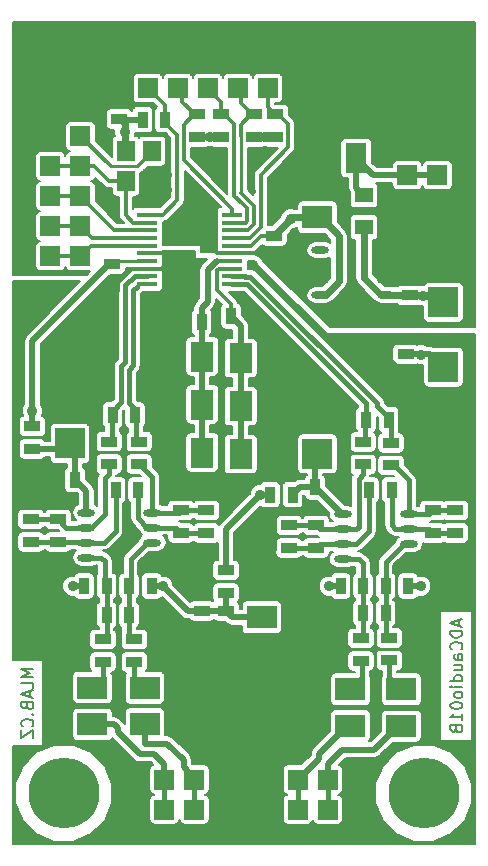
<source format=gbr>
G04 #@! TF.FileFunction,Copper,L2,Bot,Signal*
%FSLAX46Y46*%
G04 Gerber Fmt 4.6, Leading zero omitted, Abs format (unit mm)*
G04 Created by KiCad (PCBNEW 0.201503110816+5502~22~ubuntu14.04.1-product) date St 11. březen 2015, 23:45:28 CET*
%MOMM*%
G01*
G04 APERTURE LIST*
%ADD10C,0.100000*%
%ADD11C,0.200000*%
%ADD12R,2.499360X1.950720*%
%ADD13R,0.889000X1.397000*%
%ADD14R,1.397000X0.889000*%
%ADD15R,2.499360X2.550160*%
%ADD16R,1.950720X2.499360*%
%ADD17R,1.800860X2.499360*%
%ADD18R,1.651000X1.651000*%
%ADD19O,1.473200X0.609600*%
%ADD20R,1.500000X1.300000*%
%ADD21R,3.000000X0.700000*%
%ADD22C,6.000000*%
%ADD23R,1.750000X0.450000*%
%ADD24R,1.500000X1.700000*%
%ADD25C,0.889000*%
%ADD26C,0.400000*%
%ADD27C,0.500000*%
%ADD28C,0.254000*%
%ADD29C,0.300000*%
%ADD30C,0.800000*%
%ADD31C,0.600000*%
G04 APERTURE END LIST*
D10*
D11*
X69908920Y-69673520D02*
X69908920Y-70149711D01*
X70194634Y-69578282D02*
X69194634Y-69911615D01*
X70194634Y-70244949D01*
X70194634Y-70578282D02*
X69194634Y-70578282D01*
X69194634Y-70816377D01*
X69242253Y-70959235D01*
X69337491Y-71054473D01*
X69432729Y-71102092D01*
X69623205Y-71149711D01*
X69766063Y-71149711D01*
X69956539Y-71102092D01*
X70051777Y-71054473D01*
X70147015Y-70959235D01*
X70194634Y-70816377D01*
X70194634Y-70578282D01*
X70099396Y-72149711D02*
X70147015Y-72102092D01*
X70194634Y-71959235D01*
X70194634Y-71863997D01*
X70147015Y-71721139D01*
X70051777Y-71625901D01*
X69956539Y-71578282D01*
X69766063Y-71530663D01*
X69623205Y-71530663D01*
X69432729Y-71578282D01*
X69337491Y-71625901D01*
X69242253Y-71721139D01*
X69194634Y-71863997D01*
X69194634Y-71959235D01*
X69242253Y-72102092D01*
X69289872Y-72149711D01*
X70194634Y-73006854D02*
X69670824Y-73006854D01*
X69575586Y-72959235D01*
X69527967Y-72863997D01*
X69527967Y-72673520D01*
X69575586Y-72578282D01*
X70147015Y-73006854D02*
X70194634Y-72911616D01*
X70194634Y-72673520D01*
X70147015Y-72578282D01*
X70051777Y-72530663D01*
X69956539Y-72530663D01*
X69861301Y-72578282D01*
X69813682Y-72673520D01*
X69813682Y-72911616D01*
X69766063Y-73006854D01*
X69527967Y-73911616D02*
X70194634Y-73911616D01*
X69527967Y-73483044D02*
X70051777Y-73483044D01*
X70147015Y-73530663D01*
X70194634Y-73625901D01*
X70194634Y-73768759D01*
X70147015Y-73863997D01*
X70099396Y-73911616D01*
X70194634Y-74816378D02*
X69194634Y-74816378D01*
X70147015Y-74816378D02*
X70194634Y-74721140D01*
X70194634Y-74530663D01*
X70147015Y-74435425D01*
X70099396Y-74387806D01*
X70004158Y-74340187D01*
X69718443Y-74340187D01*
X69623205Y-74387806D01*
X69575586Y-74435425D01*
X69527967Y-74530663D01*
X69527967Y-74721140D01*
X69575586Y-74816378D01*
X70194634Y-75292568D02*
X69527967Y-75292568D01*
X69194634Y-75292568D02*
X69242253Y-75244949D01*
X69289872Y-75292568D01*
X69242253Y-75340187D01*
X69194634Y-75292568D01*
X69289872Y-75292568D01*
X70194634Y-75911615D02*
X70147015Y-75816377D01*
X70099396Y-75768758D01*
X70004158Y-75721139D01*
X69718443Y-75721139D01*
X69623205Y-75768758D01*
X69575586Y-75816377D01*
X69527967Y-75911615D01*
X69527967Y-76054473D01*
X69575586Y-76149711D01*
X69623205Y-76197330D01*
X69718443Y-76244949D01*
X70004158Y-76244949D01*
X70099396Y-76197330D01*
X70147015Y-76149711D01*
X70194634Y-76054473D01*
X70194634Y-75911615D01*
X69194634Y-76863996D02*
X69194634Y-76959235D01*
X69242253Y-77054473D01*
X69289872Y-77102092D01*
X69385110Y-77149711D01*
X69575586Y-77197330D01*
X69813682Y-77197330D01*
X70004158Y-77149711D01*
X70099396Y-77102092D01*
X70147015Y-77054473D01*
X70194634Y-76959235D01*
X70194634Y-76863996D01*
X70147015Y-76768758D01*
X70099396Y-76721139D01*
X70004158Y-76673520D01*
X69813682Y-76625901D01*
X69575586Y-76625901D01*
X69385110Y-76673520D01*
X69289872Y-76721139D01*
X69242253Y-76768758D01*
X69194634Y-76863996D01*
X70194634Y-78149711D02*
X70194634Y-77578282D01*
X70194634Y-77863996D02*
X69194634Y-77863996D01*
X69337491Y-77768758D01*
X69432729Y-77673520D01*
X69480348Y-77578282D01*
X69670824Y-78911616D02*
X69718443Y-79054473D01*
X69766063Y-79102092D01*
X69861301Y-79149711D01*
X70004158Y-79149711D01*
X70099396Y-79102092D01*
X70147015Y-79054473D01*
X70194634Y-78959235D01*
X70194634Y-78578282D01*
X69194634Y-78578282D01*
X69194634Y-78911616D01*
X69242253Y-79006854D01*
X69289872Y-79054473D01*
X69385110Y-79102092D01*
X69480348Y-79102092D01*
X69575586Y-79054473D01*
X69623205Y-79006854D01*
X69670824Y-78911616D01*
X69670824Y-78578282D01*
X33872634Y-73816663D02*
X32872634Y-73816663D01*
X33586920Y-74149997D01*
X32872634Y-74483330D01*
X33872634Y-74483330D01*
X33872634Y-75435711D02*
X33872634Y-74959520D01*
X32872634Y-74959520D01*
X33586920Y-75721425D02*
X33586920Y-76197616D01*
X33872634Y-75626187D02*
X32872634Y-75959520D01*
X33872634Y-76292854D01*
X33348824Y-76959521D02*
X33396443Y-77102378D01*
X33444063Y-77149997D01*
X33539301Y-77197616D01*
X33682158Y-77197616D01*
X33777396Y-77149997D01*
X33825015Y-77102378D01*
X33872634Y-77007140D01*
X33872634Y-76626187D01*
X32872634Y-76626187D01*
X32872634Y-76959521D01*
X32920253Y-77054759D01*
X32967872Y-77102378D01*
X33063110Y-77149997D01*
X33158348Y-77149997D01*
X33253586Y-77102378D01*
X33301205Y-77054759D01*
X33348824Y-76959521D01*
X33348824Y-76626187D01*
X33777396Y-77626187D02*
X33825015Y-77673806D01*
X33872634Y-77626187D01*
X33825015Y-77578568D01*
X33777396Y-77626187D01*
X33872634Y-77626187D01*
X33777396Y-78673806D02*
X33825015Y-78626187D01*
X33872634Y-78483330D01*
X33872634Y-78388092D01*
X33825015Y-78245234D01*
X33729777Y-78149996D01*
X33634539Y-78102377D01*
X33444063Y-78054758D01*
X33301205Y-78054758D01*
X33110729Y-78102377D01*
X33015491Y-78149996D01*
X32920253Y-78245234D01*
X32872634Y-78388092D01*
X32872634Y-78483330D01*
X32920253Y-78626187D01*
X32967872Y-78673806D01*
X32872634Y-79007139D02*
X32872634Y-79673806D01*
X33872634Y-79007139D01*
X33872634Y-79673806D01*
D12*
X65043253Y-75529215D03*
X65043253Y-78628015D03*
X60725253Y-75529215D03*
X60725253Y-78628015D03*
X43326253Y-75402215D03*
X43326253Y-78501015D03*
X38881253Y-75402215D03*
X38881253Y-78501015D03*
D13*
X63709753Y-69077615D03*
X61804753Y-69077615D03*
X41992753Y-69204615D03*
X40087753Y-69204615D03*
D14*
X69615253Y-60378115D03*
X69615253Y-62283115D03*
X55518253Y-61648115D03*
X55518253Y-63553115D03*
X48533253Y-60378115D03*
X48533253Y-62283115D03*
X33674253Y-61140115D03*
X33674253Y-63045115D03*
D15*
X36976253Y-49661855D03*
X36976253Y-54711375D03*
X57931253Y-50550855D03*
X57931253Y-55600375D03*
D13*
X37420753Y-57774615D03*
X35515753Y-57774615D03*
X57740753Y-58409615D03*
X59645753Y-58409615D03*
X63963753Y-52694615D03*
X62058753Y-52694615D03*
X42500753Y-52313615D03*
X40595753Y-52313615D03*
D14*
X54248253Y-39042115D03*
X54248253Y-37137115D03*
X41167253Y-27231115D03*
X41167253Y-25326115D03*
X40532253Y-39550115D03*
X40532253Y-41455115D03*
X65744293Y-42166315D03*
X65744293Y-40261315D03*
D15*
X68599253Y-37723855D03*
X68599253Y-42773375D03*
D14*
X65424253Y-47170115D03*
X65424253Y-49075115D03*
D15*
X68599253Y-53314375D03*
X68599253Y-48264855D03*
D16*
X45078853Y-55488615D03*
X48177653Y-55488615D03*
X54527653Y-47487615D03*
X51428853Y-47487615D03*
D12*
X57931253Y-32476215D03*
X57931253Y-35575015D03*
D16*
X45078853Y-51424615D03*
X48177653Y-51424615D03*
X54527653Y-51551615D03*
X51428853Y-51551615D03*
X45078853Y-47360615D03*
X48177653Y-47360615D03*
X54527653Y-55615615D03*
X51428853Y-55615615D03*
D14*
X48152253Y-68887115D03*
X48152253Y-70792115D03*
D13*
X50628753Y-43931615D03*
X52533753Y-43931615D03*
X48129393Y-44429455D03*
X46224393Y-44429455D03*
D12*
X53232253Y-72532015D03*
X53232253Y-69433215D03*
D17*
X61233253Y-26565635D03*
X61233253Y-30563595D03*
D18*
X58820253Y-85714615D03*
X58820253Y-83174615D03*
X53740253Y-85714615D03*
X56280253Y-85714615D03*
X61360253Y-85714615D03*
X61360253Y-83174615D03*
X56280253Y-83174615D03*
X53740253Y-83174615D03*
X47517253Y-85714615D03*
X47517253Y-83174615D03*
X42437253Y-85714615D03*
X44977253Y-85714615D03*
X50057253Y-85714615D03*
X50057253Y-83174615D03*
X44977253Y-83174615D03*
X42437253Y-83174615D03*
X65551253Y-29453615D03*
X65551253Y-31993615D03*
X65551253Y-34533615D03*
X68091253Y-34533615D03*
X68091253Y-31993615D03*
X68091253Y-29453615D03*
X37865253Y-33771615D03*
X35325253Y-33771615D03*
X37865253Y-38851615D03*
X37865253Y-36311615D03*
X37865253Y-31231615D03*
X35325253Y-31231615D03*
X35325253Y-36311615D03*
X35325253Y-38851615D03*
X51200253Y-24627615D03*
X43580253Y-22087615D03*
X48660253Y-22087615D03*
X43580253Y-24627615D03*
X53740253Y-22087615D03*
X51200253Y-22087615D03*
X46120253Y-22087615D03*
X53740253Y-24627615D03*
X46120253Y-24627615D03*
X48660253Y-24627615D03*
D14*
X61995253Y-44122115D03*
X61995253Y-46027115D03*
X64027253Y-71173115D03*
X64027253Y-73078115D03*
X61614253Y-71216295D03*
X61614253Y-73121295D03*
X42437253Y-71300115D03*
X42437253Y-73205115D03*
X39770253Y-71300115D03*
X39770253Y-73205115D03*
D13*
X65614753Y-66791615D03*
X63709753Y-66791615D03*
X59899753Y-66791615D03*
X61804753Y-66791615D03*
X43897753Y-66791615D03*
X41992753Y-66791615D03*
X38182753Y-66791615D03*
X40087753Y-66791615D03*
X64217753Y-58663615D03*
X62312753Y-58663615D03*
X42754753Y-58663615D03*
X40849753Y-58663615D03*
D14*
X67710253Y-60378115D03*
X67710253Y-62283115D03*
X57804253Y-61648115D03*
X57804253Y-63553115D03*
X46374253Y-60378115D03*
X46374253Y-62283115D03*
X35960253Y-61140115D03*
X35960253Y-63045115D03*
X64154253Y-54663115D03*
X64154253Y-56568115D03*
X61809833Y-54586915D03*
X61809833Y-56491915D03*
X42846193Y-54556435D03*
X42846193Y-56461435D03*
X40303653Y-54556435D03*
X40303653Y-56461435D03*
D13*
X43135753Y-27294615D03*
X45040753Y-27294615D03*
D14*
X47771253Y-28755115D03*
X47771253Y-26850115D03*
X49803253Y-28755115D03*
X49803253Y-26850115D03*
X52597253Y-28755115D03*
X52597253Y-26850115D03*
X54375253Y-28755115D03*
X54375253Y-26850115D03*
X50184253Y-65458115D03*
X50184253Y-67363115D03*
X50184253Y-68887115D03*
X50184253Y-70792115D03*
D19*
X65678253Y-60695615D03*
X65678253Y-61965615D03*
X65678253Y-63235615D03*
X65678253Y-64505615D03*
X60090253Y-64505615D03*
X60090253Y-63235615D03*
X60090253Y-61965615D03*
X60090253Y-60695615D03*
X43961253Y-60568615D03*
X43961253Y-61838615D03*
X43961253Y-63108615D03*
X43961253Y-64378615D03*
X38373253Y-64378615D03*
X38373253Y-63108615D03*
X38373253Y-61838615D03*
X38373253Y-60568615D03*
X58185253Y-42153615D03*
X58185253Y-40883615D03*
X58185253Y-39613615D03*
X58185253Y-38343615D03*
X63773253Y-38343615D03*
X63773253Y-39613615D03*
X63773253Y-40883615D03*
X63773253Y-42153615D03*
D20*
X61868253Y-33691615D03*
D21*
X61868253Y-35041615D03*
D20*
X61868253Y-36391615D03*
D22*
X36468253Y-23357615D03*
X66948253Y-23357615D03*
X66948253Y-84317615D03*
X36468253Y-84317615D03*
D23*
X43536253Y-41205115D03*
X43536253Y-40555115D03*
X43536253Y-39905115D03*
X43536253Y-39255115D03*
X43536253Y-38605115D03*
X43536253Y-37955115D03*
X43536253Y-37305115D03*
X43536253Y-36655115D03*
X43536253Y-36005115D03*
X43536253Y-35355115D03*
X50736253Y-35355115D03*
X50736253Y-36005115D03*
X50736253Y-36655115D03*
X50736253Y-37305115D03*
X50736253Y-37955115D03*
X50736253Y-38605115D03*
X50736253Y-39255115D03*
X50736253Y-39905115D03*
X50736253Y-40555115D03*
X50736253Y-41205115D03*
D24*
X43918253Y-29961615D03*
X43918253Y-32501615D03*
X41718253Y-32501615D03*
X41718253Y-29961615D03*
D14*
X33801253Y-53266115D03*
X33801253Y-55171115D03*
D13*
X53930753Y-59044615D03*
X55835753Y-59044615D03*
D18*
X37865253Y-28691615D03*
X35325253Y-28691615D03*
D25*
X37992253Y-44185615D03*
X40405253Y-46979615D03*
X40151253Y-42661615D03*
X46882253Y-39740615D03*
X52470253Y-39613615D03*
X46628253Y-42788615D03*
X44723253Y-43042615D03*
X47390253Y-41391615D03*
X45485253Y-38978615D03*
X67966793Y-64393855D03*
X44888353Y-45519115D03*
X45170293Y-49517075D03*
X44926453Y-53824915D03*
X36976253Y-47106615D03*
X54565753Y-53614095D03*
X56412333Y-52747955D03*
X58289393Y-52775895D03*
X54766413Y-49484055D03*
X56729833Y-48330895D03*
X46041513Y-57673015D03*
X50133453Y-58569635D03*
X48152253Y-58153075D03*
X54611473Y-57385995D03*
X43473573Y-43743655D03*
X45401433Y-40599135D03*
X63646253Y-46217615D03*
X62376253Y-47995615D03*
X60699853Y-46624015D03*
X66186253Y-51373815D03*
X69920053Y-51170615D03*
X69462853Y-56428415D03*
X66668853Y-55971215D03*
X68116653Y-58257215D03*
X56788253Y-79237615D03*
X59328253Y-73141615D03*
X59836253Y-69077615D03*
X57423253Y-68569615D03*
X57677253Y-65267615D03*
X60090253Y-51424615D03*
X60090253Y-56631615D03*
X63011253Y-63362615D03*
X41548253Y-63108615D03*
X46374253Y-64505615D03*
X52724253Y-79872615D03*
X47898253Y-78221615D03*
X46501253Y-75681615D03*
X40913253Y-76951615D03*
X36468253Y-71871615D03*
X33928253Y-68442615D03*
X62884253Y-77078615D03*
X67583253Y-77078615D03*
X66567253Y-71363615D03*
X56661253Y-72379615D03*
X52597253Y-76951615D03*
X68599253Y-53314375D03*
X68218253Y-51170615D03*
X70250253Y-58663615D03*
X66186253Y-53710615D03*
X48152253Y-64124615D03*
X54121253Y-63616615D03*
X57169253Y-60187615D03*
X33801253Y-51975621D03*
X66732353Y-47195515D03*
X66856813Y-42209495D03*
X53090013Y-59080175D03*
X40405253Y-34660615D03*
X60344253Y-20690615D03*
X61233253Y-23103615D03*
X58312253Y-23230615D03*
X58312253Y-26913615D03*
X52724253Y-30850615D03*
X49168253Y-31739615D03*
X47263253Y-34152615D03*
X46247253Y-35930615D03*
X45358253Y-37200615D03*
X47136253Y-37200615D03*
X48660253Y-37200615D03*
X48660253Y-35549615D03*
X56153253Y-38470615D03*
X56153253Y-40121615D03*
X60598253Y-42788615D03*
X45231253Y-31993615D03*
X45239744Y-33263615D03*
X49930253Y-30088615D03*
X55683353Y-35679155D03*
X48817733Y-28739875D03*
X53511653Y-28757655D03*
X41621913Y-28315695D03*
X66694253Y-66791615D03*
X58947253Y-66791615D03*
X44850253Y-66791615D03*
X37230253Y-66791615D03*
D26*
X58820253Y-85714615D02*
X58820253Y-83174615D01*
D27*
X58820253Y-81849115D02*
X60034753Y-80634615D01*
X58820253Y-83174615D02*
X58820253Y-81849115D01*
X64768933Y-78628015D02*
X65043253Y-78628015D01*
X62762333Y-80634615D02*
X64768933Y-78628015D01*
X60034753Y-80634615D02*
X62762333Y-80634615D01*
D26*
X64027253Y-73078115D02*
X64027253Y-74513215D01*
X64027253Y-74513215D02*
X65043253Y-75529215D01*
X61741253Y-73078115D02*
X61741253Y-74513215D01*
X61741253Y-74513215D02*
X60725253Y-75529215D01*
X56280253Y-85714615D02*
X56280253Y-83174615D01*
D27*
X58058253Y-81020695D02*
X60450933Y-78628015D01*
X60450933Y-78628015D02*
X60725253Y-78628015D01*
X58058253Y-81396615D02*
X58058253Y-81020695D01*
X56280253Y-83174615D02*
X58058253Y-81396615D01*
D26*
X42437253Y-73205115D02*
X42437253Y-74640215D01*
X42437253Y-74640215D02*
X43199253Y-75402215D01*
X47385173Y-83174615D02*
X47517253Y-83174615D01*
X43199253Y-78501015D02*
X43473573Y-78501015D01*
X47517253Y-85714615D02*
X47517253Y-83174615D01*
D27*
X47517253Y-83047615D02*
X46615553Y-82145915D01*
X47517253Y-83174615D02*
X47517253Y-83047615D01*
X46615553Y-81515995D02*
X45226173Y-80126615D01*
X46615553Y-82145915D02*
X46615553Y-81515995D01*
X45226173Y-80126615D02*
X43376493Y-80126615D01*
X43326253Y-80076375D02*
X43326253Y-78501015D01*
X43376493Y-80126615D02*
X43326253Y-80076375D01*
D26*
X39770253Y-73205115D02*
X39770253Y-74513215D01*
X39770253Y-74513215D02*
X38881253Y-75402215D01*
X44977253Y-85714615D02*
X44977253Y-83246413D01*
X39155573Y-78501015D02*
X38881253Y-78501015D01*
X44977253Y-85714615D02*
X44977253Y-83174615D01*
D27*
X44977253Y-83174615D02*
X44977253Y-81849115D01*
X44977253Y-81849115D02*
X44125973Y-80997835D01*
X41063990Y-79183794D02*
X41063990Y-78834072D01*
X42878031Y-80997835D02*
X41063990Y-79183794D01*
X44125973Y-80997835D02*
X42878031Y-80997835D01*
X40730933Y-78501015D02*
X38881253Y-78501015D01*
X41063990Y-78834072D02*
X40730933Y-78501015D01*
D26*
X65678253Y-63235615D02*
X65246453Y-63235615D01*
X65246453Y-63235615D02*
X63709753Y-64772315D01*
X63709753Y-64772315D02*
X63709753Y-65693115D01*
X63709753Y-65693115D02*
X63709753Y-66791615D01*
X63709753Y-69077615D02*
X63709753Y-66791615D01*
X63709753Y-69077615D02*
X63709753Y-70855615D01*
X63709753Y-70855615D02*
X64027253Y-71173115D01*
X61804753Y-69077615D02*
X61804753Y-71025795D01*
X61804753Y-71025795D02*
X61614253Y-71216295D01*
X61804753Y-69077615D02*
X61804753Y-66791615D01*
X61804753Y-69077615D02*
X61804753Y-71109615D01*
X61804753Y-71109615D02*
X61741253Y-71173115D01*
X61804753Y-66791615D02*
X61804753Y-64858675D01*
X61451693Y-64505615D02*
X60090253Y-64505615D01*
X61804753Y-64858675D02*
X61451693Y-64505615D01*
X42119753Y-66791615D02*
X42119753Y-64518315D01*
X42119753Y-64518315D02*
X43529453Y-63108615D01*
X43529453Y-63108615D02*
X43961253Y-63108615D01*
X41992753Y-69204615D02*
X41992753Y-66918615D01*
X41992753Y-66918615D02*
X42119753Y-66791615D01*
X41992753Y-69204615D02*
X41992753Y-70855615D01*
X41992753Y-70855615D02*
X42437253Y-71300115D01*
X39960753Y-64696115D02*
X39643253Y-64378615D01*
X39643253Y-64378615D02*
X38373253Y-64378615D01*
X39960753Y-66791615D02*
X39960753Y-64696115D01*
X40087753Y-69204615D02*
X40087753Y-66918615D01*
X40087753Y-66918615D02*
X39960753Y-66791615D01*
X40087753Y-69204615D02*
X40087753Y-70982615D01*
X40087753Y-70982615D02*
X39770253Y-71300115D01*
X69615253Y-60378115D02*
X67710253Y-60378115D01*
X65678253Y-60695615D02*
X67392753Y-60695615D01*
X67392753Y-60695615D02*
X67710253Y-60378115D01*
X65678253Y-60695615D02*
X65678253Y-57838115D01*
X65678253Y-57838115D02*
X64408253Y-56568115D01*
X64408253Y-56568115D02*
X64154253Y-56568115D01*
X69615253Y-62283115D02*
X67710253Y-62283115D01*
X65678253Y-61965615D02*
X67392753Y-61965615D01*
X67392753Y-61965615D02*
X67710253Y-62283115D01*
X65678253Y-61965615D02*
X64541653Y-61965615D01*
X64541653Y-61965615D02*
X64217753Y-61641715D01*
X64217753Y-61641715D02*
X64217753Y-59762115D01*
X64217753Y-59762115D02*
X64217753Y-58663615D01*
X60090253Y-61965615D02*
X61226853Y-61965615D01*
X61226853Y-61965615D02*
X61414252Y-61778216D01*
X61414252Y-61778216D02*
X61414252Y-57731996D01*
X61414252Y-57731996D02*
X61809833Y-57336415D01*
X61809833Y-57336415D02*
X61809833Y-56491915D01*
X55518253Y-61648115D02*
X57804253Y-61648115D01*
X60090253Y-61965615D02*
X58121753Y-61965615D01*
X58121753Y-61965615D02*
X57804253Y-61648115D01*
X60090253Y-61965615D02*
X60325172Y-61965615D01*
X55518253Y-63553115D02*
X57804253Y-63553115D01*
X60090253Y-63235615D02*
X58121753Y-63235615D01*
X58121753Y-63235615D02*
X57804253Y-63553115D01*
X60090253Y-63235615D02*
X61226853Y-63235615D01*
X61226853Y-63235615D02*
X62312753Y-62149715D01*
X62312753Y-62149715D02*
X62312753Y-59762115D01*
X62312753Y-59762115D02*
X62312753Y-58663615D01*
X43961253Y-60568615D02*
X43961253Y-57584115D01*
X43961253Y-57584115D02*
X42818253Y-56441115D01*
X42818253Y-56441115D02*
X42564253Y-56441115D01*
X48406253Y-60378115D02*
X46374253Y-60378115D01*
X43961253Y-60568615D02*
X46183753Y-60568615D01*
X46183753Y-60568615D02*
X46374253Y-60378115D01*
X42754753Y-58663615D02*
X42754753Y-61063915D01*
X42754753Y-61063915D02*
X43529453Y-61838615D01*
X43529453Y-61838615D02*
X43961253Y-61838615D01*
X48406253Y-62283115D02*
X46374253Y-62283115D01*
X43961253Y-61838615D02*
X45929753Y-61838615D01*
X45929753Y-61838615D02*
X46374253Y-62283115D01*
X38373253Y-61838615D02*
X38805053Y-61838615D01*
X38805053Y-61838615D02*
X39951252Y-60692416D01*
X39951252Y-60692416D02*
X39951252Y-57658336D01*
X39951252Y-57658336D02*
X40303653Y-57305935D01*
X40303653Y-57305935D02*
X40303653Y-56461435D01*
X35960253Y-61140115D02*
X33928253Y-61140115D01*
X38373253Y-61838615D02*
X36658753Y-61838615D01*
X36658753Y-61838615D02*
X35960253Y-61140115D01*
X40849753Y-62156115D02*
X39897253Y-63108615D01*
X39897253Y-63108615D02*
X38373253Y-63108615D01*
X40849753Y-58663615D02*
X40849753Y-62156115D01*
X38805053Y-63108615D02*
X38373253Y-63108615D01*
X35960253Y-63045115D02*
X38309753Y-63045115D01*
X38309753Y-63045115D02*
X38373253Y-63108615D01*
X33928253Y-63045115D02*
X35960253Y-63045115D01*
D27*
X38436752Y-43741116D02*
X37992253Y-44185615D01*
X39516253Y-42661615D02*
X38436752Y-43741116D01*
X40151253Y-42661615D02*
X39516253Y-42661615D01*
D28*
X46253636Y-39740615D02*
X46882253Y-39740615D01*
X46247253Y-39740615D02*
X46253636Y-39740615D01*
X45485253Y-38978615D02*
X46247253Y-39740615D01*
X44888353Y-44528515D02*
X46183754Y-43233114D01*
X44888353Y-45519115D02*
X44888353Y-44528515D01*
X46183754Y-43233114D02*
X46628253Y-42788615D01*
X45351870Y-43042615D02*
X44723253Y-43042615D01*
X45739253Y-43042615D02*
X45351870Y-43042615D01*
X47390253Y-41391615D02*
X45739253Y-43042615D01*
D26*
X65678253Y-64505615D02*
X67855033Y-64505615D01*
X67855033Y-64505615D02*
X67966793Y-64393855D01*
X43961253Y-64378615D02*
X45680833Y-64378615D01*
X45680833Y-64378615D02*
X45688453Y-64386235D01*
X53232253Y-72532015D02*
X53506573Y-72532015D01*
X53506573Y-72532015D02*
X55751933Y-74777375D01*
X55751933Y-74777375D02*
X56859373Y-74777375D01*
D28*
X45078853Y-51424615D02*
X45078853Y-49608515D01*
X45078853Y-49608515D02*
X45170293Y-49517075D01*
X45078853Y-55488615D02*
X45078853Y-53977315D01*
X45078853Y-53977315D02*
X44926453Y-53824915D01*
D27*
X36976253Y-49661855D02*
X36976253Y-47106615D01*
D29*
X43536253Y-39905115D02*
X42227765Y-39905115D01*
X42227765Y-39905115D02*
X40677765Y-41455115D01*
X40677765Y-41455115D02*
X40532253Y-41455115D01*
X45358253Y-38597615D02*
X44596253Y-38597615D01*
X44596253Y-38597615D02*
X44588753Y-38605115D01*
X44588753Y-38605115D02*
X43536253Y-38605115D01*
X45358253Y-39867615D02*
X45358253Y-38597615D01*
X44748753Y-39867615D02*
X45358253Y-39867615D01*
X43536253Y-39905115D02*
X44711253Y-39905115D01*
X44711253Y-39905115D02*
X44748753Y-39867615D01*
D26*
X54527653Y-53652195D02*
X54565753Y-53614095D01*
X54527653Y-55615615D02*
X54527653Y-53652195D01*
X55215993Y-51551615D02*
X56412333Y-52747955D01*
X54527653Y-51551615D02*
X55215993Y-51551615D01*
X58289393Y-50908995D02*
X57931253Y-50550855D01*
X58289393Y-52775895D02*
X58289393Y-50908995D01*
X54527653Y-49245295D02*
X54766413Y-49484055D01*
X54527653Y-47487615D02*
X54527653Y-49245295D01*
X56729833Y-49349435D02*
X57931253Y-50550855D01*
X56729833Y-48330895D02*
X56729833Y-49349435D01*
X45078853Y-56710355D02*
X46041513Y-57673015D01*
X45078853Y-55488615D02*
X45078853Y-56710355D01*
X48568813Y-58569635D02*
X48152253Y-58153075D01*
X50133453Y-58569635D02*
X48568813Y-58569635D01*
X54527653Y-57302175D02*
X54611473Y-57385995D01*
X54527653Y-55615615D02*
X54527653Y-57302175D01*
D28*
X45401433Y-41815795D02*
X45401433Y-41227752D01*
X43473573Y-43743655D02*
X45401433Y-41815795D01*
X45401433Y-41227752D02*
X45401433Y-40599135D01*
D27*
X63646253Y-47297115D02*
X63646253Y-46217615D01*
X65424253Y-49075115D02*
X63646253Y-47297115D01*
X65449653Y-51373815D02*
X66186253Y-51373815D01*
X60699853Y-46624015D02*
X65449653Y-51373815D01*
X69462853Y-51627815D02*
X69462853Y-56428415D01*
X69920053Y-51170615D02*
X69462853Y-51627815D01*
X66668853Y-56809415D02*
X68116653Y-58257215D01*
X66668853Y-55971215D02*
X66668853Y-56809415D01*
D30*
X53740253Y-82285615D02*
X56788253Y-79237615D01*
X53740253Y-83174615D02*
X53740253Y-82285615D01*
X59328253Y-69585615D02*
X59836253Y-69077615D01*
X59328253Y-73141615D02*
X59328253Y-69585615D01*
X56978754Y-65966114D02*
X57677253Y-65267615D01*
X56978754Y-68125116D02*
X56978754Y-65966114D01*
X57423253Y-68569615D02*
X56978754Y-68125116D01*
X60090253Y-51424615D02*
X60090253Y-56631615D01*
D27*
X53359253Y-79237615D02*
X52724253Y-79872615D01*
X56788253Y-79237615D02*
X53359253Y-79237615D01*
X47898253Y-77078615D02*
X46501253Y-75681615D01*
X47898253Y-78221615D02*
X47898253Y-77078615D01*
X36468253Y-76024257D02*
X36468253Y-71871615D01*
X37395611Y-76951615D02*
X36468253Y-76024257D01*
X40913253Y-76951615D02*
X37395611Y-76951615D01*
X62884253Y-77078615D02*
X67583253Y-77078615D01*
X57423253Y-73141615D02*
X56661253Y-72379615D01*
X59328253Y-73141615D02*
X57423253Y-73141615D01*
X66658693Y-51373815D02*
X68599253Y-53314375D01*
X66186253Y-51373815D02*
X66658693Y-51373815D01*
X69920053Y-51170615D02*
X68218253Y-51170615D01*
X66668853Y-54193215D02*
X66186253Y-53710615D01*
X66668853Y-55971215D02*
X66668853Y-54193215D01*
X46374253Y-64505615D02*
X47771253Y-64505615D01*
X47771253Y-64505615D02*
X48152253Y-64124615D01*
D30*
X54121253Y-63616615D02*
X54121253Y-60822113D01*
X54121253Y-60822113D02*
X54501751Y-60441615D01*
X54501751Y-60441615D02*
X56915253Y-60441615D01*
X56915253Y-60441615D02*
X57169253Y-60187615D01*
D31*
X66856813Y-42209495D02*
X68035373Y-42209495D01*
X68035373Y-42209495D02*
X68599253Y-42773375D01*
X63773253Y-42153615D02*
X63331859Y-42153615D01*
X63331859Y-42153615D02*
X61868253Y-40690009D01*
X61868253Y-40690009D02*
X61868253Y-37641615D01*
X61868253Y-37641615D02*
X61868253Y-36391615D01*
X65744293Y-42166315D02*
X63785953Y-42166315D01*
X63785953Y-42166315D02*
X63773253Y-42153615D01*
D27*
X65424253Y-47170115D02*
X67504513Y-47170115D01*
X67504513Y-47170115D02*
X68599253Y-48264855D01*
X33801253Y-47610530D02*
X33801253Y-51975621D01*
X33801253Y-51975621D02*
X33801253Y-53266115D01*
D28*
X43536253Y-39255115D02*
X40827253Y-39255115D01*
D29*
X40827253Y-39255115D02*
X40532253Y-39550115D01*
D27*
X40278253Y-39550115D02*
X33801253Y-46027115D01*
X40532253Y-39550115D02*
X40278253Y-39550115D01*
X33801253Y-46027115D02*
X33801253Y-47610530D01*
X67992193Y-42166315D02*
X68599253Y-42773375D01*
X65744293Y-42166315D02*
X67992193Y-42166315D01*
X66706953Y-47170115D02*
X66732353Y-47195515D01*
X65424253Y-47170115D02*
X66706953Y-47170115D01*
X65744293Y-42166315D02*
X65787473Y-42209495D01*
X65787473Y-42209495D02*
X66228196Y-42209495D01*
X66228196Y-42209495D02*
X66856813Y-42209495D01*
X53718630Y-59080175D02*
X53090013Y-59080175D01*
X52645514Y-59524674D02*
X53090013Y-59080175D01*
X53930753Y-59044615D02*
X53895193Y-59080175D01*
X53895193Y-59080175D02*
X53718630Y-59080175D01*
X50184253Y-65458115D02*
X50184253Y-61985935D01*
X50184253Y-61985935D02*
X52645514Y-59524674D01*
D26*
X63963753Y-52694615D02*
X63963753Y-52440615D01*
X64154253Y-54663115D02*
X64154253Y-52885115D01*
X64154253Y-52885115D02*
X63963753Y-52694615D01*
X63963753Y-52694615D02*
X63963753Y-52526975D01*
X63963753Y-52526975D02*
X63007403Y-51570625D01*
X63007403Y-51318817D02*
X63007403Y-51570625D01*
X52268692Y-40580106D02*
X63007403Y-51318817D01*
X51839084Y-40580106D02*
X52268692Y-40580106D01*
X51814093Y-40555115D02*
X51839084Y-40580106D01*
X50736253Y-40555115D02*
X51814093Y-40555115D01*
X61995253Y-54663115D02*
X61995253Y-52758115D01*
X51974454Y-41234116D02*
X50736253Y-41234116D01*
X62058753Y-52694615D02*
X62058753Y-51295075D01*
X51997794Y-41234116D02*
X51974454Y-41234116D01*
X62058753Y-51295075D02*
X51997794Y-41234116D01*
D29*
X42338764Y-41842451D02*
X42338764Y-41752604D01*
X42886253Y-41205115D02*
X43536253Y-41205115D01*
D26*
X41983823Y-51314085D02*
X41983823Y-48462094D01*
X41983823Y-48462094D02*
X42338764Y-48107153D01*
X42500753Y-52313615D02*
X42500753Y-51831015D01*
X42500753Y-51831015D02*
X41983823Y-51314085D01*
X42564253Y-54536115D02*
X42564253Y-52377115D01*
X42564253Y-52377115D02*
X42500753Y-52313615D01*
X42338764Y-41752604D02*
X42650889Y-41440479D01*
D29*
X42650889Y-41440479D02*
X42886253Y-41205115D01*
D26*
X42338764Y-48107153D02*
X42338764Y-42815371D01*
X42338764Y-42815371D02*
X42338764Y-41752604D01*
X42338764Y-42815371D02*
X42338764Y-41842451D01*
X40595753Y-52313615D02*
X40595753Y-51975795D01*
X40532253Y-54536115D02*
X40532253Y-52377115D01*
X40532253Y-52377115D02*
X40595753Y-52313615D01*
X42456251Y-40555115D02*
X43536253Y-40555115D01*
X41684754Y-41326612D02*
X42456251Y-40555115D01*
X41329813Y-48191195D02*
X41684754Y-47836254D01*
X41684754Y-47836254D02*
X41684754Y-41326612D01*
X40595753Y-51952935D02*
X41329813Y-51218875D01*
X41329813Y-51218875D02*
X41329813Y-48191195D01*
X40595753Y-52313615D02*
X40595753Y-51952935D01*
D29*
X50736253Y-38605115D02*
X49436136Y-38605115D01*
X49436136Y-38605115D02*
X48660253Y-37829232D01*
X48660253Y-37829232D02*
X48660253Y-37200615D01*
D31*
X58312253Y-23230615D02*
X61106253Y-23230615D01*
X61106253Y-23230615D02*
X61233253Y-23103615D01*
X57931253Y-32476215D02*
X57931253Y-27294615D01*
X57931253Y-27294615D02*
X58312253Y-26913615D01*
X52724253Y-30850615D02*
X52279754Y-31295114D01*
X52279754Y-31295114D02*
X52279754Y-33227252D01*
X52279754Y-33227252D02*
X52373263Y-33320761D01*
X46247253Y-35930615D02*
X46247253Y-35168615D01*
X46247253Y-35168615D02*
X47263253Y-34152615D01*
X47136253Y-37200615D02*
X45358253Y-37200615D01*
X48660253Y-35549615D02*
X48660253Y-37200615D01*
X56153253Y-40121615D02*
X56153253Y-38470615D01*
X61706253Y-42788615D02*
X60598253Y-42788615D01*
X61995253Y-44122115D02*
X61995253Y-43077615D01*
X61995253Y-43077615D02*
X61706253Y-42788615D01*
D29*
X43918253Y-32501615D02*
X44477744Y-32501615D01*
X44477744Y-32501615D02*
X45239744Y-33263615D01*
X50736253Y-38605115D02*
X51715753Y-38605115D01*
X51715753Y-38605115D02*
X51736752Y-38626114D01*
X51736752Y-38626114D02*
X52833752Y-38626114D01*
X52833752Y-38626114D02*
X53249753Y-39042115D01*
X53249753Y-39042115D02*
X54248253Y-39042115D01*
D31*
X49930253Y-30717232D02*
X49930253Y-30088615D01*
X49168253Y-31739615D02*
X49930253Y-30977615D01*
X49930253Y-30977615D02*
X49930253Y-30717232D01*
X55683353Y-35679155D02*
X55683353Y-35702015D01*
X55683353Y-35702015D02*
X54248253Y-37137115D01*
X57931253Y-35575015D02*
X55787493Y-35575015D01*
X55787493Y-35575015D02*
X55683353Y-35679155D01*
X58185253Y-42153615D02*
X58626647Y-42153615D01*
X58626647Y-42153615D02*
X59780933Y-40999329D01*
X59780933Y-40999329D02*
X59780933Y-37150375D01*
X59780933Y-37150375D02*
X58205573Y-35575015D01*
X58205573Y-35575015D02*
X57931253Y-35575015D01*
D27*
X55810353Y-35575015D02*
X55706213Y-35679155D01*
X57931253Y-35575015D02*
X55810353Y-35575015D01*
X55706213Y-35679155D02*
X55683353Y-35679155D01*
X41718253Y-29961615D02*
X41718253Y-27751815D01*
X41718253Y-27751815D02*
X41718253Y-27474500D01*
X43135753Y-27294615D02*
X41898138Y-27294615D01*
X41898138Y-27294615D02*
X41230753Y-27294615D01*
X41718253Y-27474500D02*
X41898138Y-27294615D01*
X41230753Y-27294615D02*
X41167253Y-27231115D01*
X49803253Y-28755115D02*
X47771253Y-28755115D01*
X52597253Y-28755115D02*
X54375253Y-28755115D01*
X55810353Y-35575015D02*
X54248253Y-37137115D01*
D29*
X54248253Y-37137115D02*
X53129717Y-37137115D01*
X53129717Y-37137115D02*
X52304217Y-37962615D01*
X52304217Y-37962615D02*
X50743753Y-37962615D01*
X50743753Y-37962615D02*
X50736253Y-37955115D01*
D27*
X49803253Y-28755115D02*
X49788013Y-28739875D01*
X49788013Y-28739875D02*
X49446350Y-28739875D01*
X49446350Y-28739875D02*
X48817733Y-28739875D01*
X52597253Y-28755115D02*
X52599793Y-28757655D01*
X52599793Y-28757655D02*
X52883036Y-28757655D01*
X52883036Y-28757655D02*
X53511653Y-28757655D01*
X41621913Y-29865275D02*
X41718253Y-29961615D01*
X41621913Y-28315695D02*
X41621913Y-29865275D01*
X41621913Y-27685775D02*
X41167253Y-27231115D01*
X41621913Y-28315695D02*
X41621913Y-27685775D01*
X48177653Y-47360615D02*
X48177653Y-44528515D01*
X48177653Y-51424615D02*
X48177653Y-47360615D01*
X48177653Y-55488615D02*
X48177653Y-51424615D01*
X48129393Y-43230955D02*
X48639933Y-42720415D01*
X48129393Y-44429455D02*
X48129393Y-43230955D01*
X48639933Y-40048604D02*
X49443222Y-39245315D01*
X48639933Y-42720415D02*
X48639933Y-40048604D01*
D29*
X49453022Y-39255115D02*
X49443222Y-39245315D01*
X50736253Y-39255115D02*
X49453022Y-39255115D01*
D27*
X51428853Y-47487615D02*
X51428853Y-44731715D01*
X51428853Y-44731715D02*
X50628753Y-43931615D01*
X51428853Y-51551615D02*
X51428853Y-47487615D01*
X51428853Y-55615615D02*
X51428853Y-51551615D01*
D29*
X50736253Y-39905115D02*
X49561253Y-39905115D01*
X49561253Y-39905115D02*
X49457252Y-40009116D01*
X49457252Y-40009116D02*
X49457252Y-41761614D01*
X49457252Y-41761614D02*
X50628753Y-42933115D01*
X50628753Y-42933115D02*
X50628753Y-43931615D01*
D27*
X50184253Y-67363115D02*
X50184253Y-68887115D01*
X53232253Y-69433215D02*
X50730353Y-69433215D01*
X50730353Y-69433215D02*
X50184253Y-68887115D01*
X48152253Y-68887115D02*
X50184253Y-68887115D01*
X65614753Y-66791615D02*
X66694253Y-66791615D01*
X59899753Y-66791615D02*
X58947253Y-66791615D01*
X43897753Y-66791615D02*
X44850253Y-66791615D01*
X48152253Y-68887115D02*
X46945753Y-68887115D01*
X46945753Y-68887115D02*
X45294752Y-67236114D01*
X45294752Y-67236114D02*
X44850253Y-66791615D01*
X38182753Y-66791615D02*
X37230253Y-66791615D01*
X65551253Y-31993615D02*
X62663273Y-31993615D01*
X62663273Y-31993615D02*
X61233253Y-30563595D01*
X61233253Y-30563595D02*
X61233253Y-33056615D01*
X61233253Y-33056615D02*
X61868253Y-33691615D01*
X68091253Y-31993615D02*
X65551253Y-31993615D01*
D29*
X46088254Y-34120616D02*
X44853755Y-35355115D01*
X44853755Y-35355115D02*
X43536253Y-35355115D01*
X45040753Y-27548615D02*
X46088254Y-28596116D01*
X46088254Y-28596116D02*
X46088254Y-34120616D01*
X45040753Y-27294615D02*
X45040753Y-27548615D01*
X45040753Y-27294615D02*
X45040753Y-26088115D01*
X45040753Y-26088115D02*
X43580253Y-24627615D01*
X43536253Y-35355115D02*
X44186253Y-35355115D01*
X49803253Y-26850115D02*
X49803253Y-26270055D01*
X49803253Y-25829035D02*
X49803253Y-26270055D01*
X48660253Y-24686035D02*
X49803253Y-25829035D01*
X48660253Y-24627615D02*
X48660253Y-24686035D01*
X49803253Y-26850115D02*
X49803253Y-25816335D01*
X51594885Y-34420247D02*
X50905754Y-33731116D01*
X50905754Y-33731116D02*
X50905754Y-27698616D01*
X50905754Y-27698616D02*
X50057253Y-26850115D01*
X50057253Y-26850115D02*
X49803253Y-26850115D01*
X51628587Y-34420247D02*
X52015254Y-34806914D01*
X51628587Y-34420247D02*
X51594885Y-34420247D01*
X52015254Y-34806914D02*
X52015254Y-35901114D01*
X52015254Y-35901114D02*
X51911253Y-36005115D01*
X51911253Y-36005115D02*
X50736253Y-36005115D01*
X53740253Y-24627615D02*
X53740253Y-26215115D01*
X53740253Y-26215115D02*
X54375253Y-26850115D01*
X50757252Y-37284116D02*
X50736253Y-37305115D01*
X53123273Y-36360071D02*
X52199228Y-37284116D01*
X53123273Y-31975595D02*
X53123273Y-36360071D01*
X52199228Y-37284116D02*
X50757252Y-37284116D01*
X55477754Y-29621114D02*
X53123273Y-31975595D01*
X55477754Y-27698616D02*
X55477754Y-29621114D01*
X54629253Y-26850115D02*
X55477754Y-27698616D01*
X54375253Y-26850115D02*
X54629253Y-26850115D01*
X51459764Y-33467936D02*
X52569264Y-34577436D01*
X52569264Y-34577436D02*
X52569264Y-36130592D01*
X52569264Y-36130592D02*
X52023742Y-36676114D01*
X52023742Y-36676114D02*
X50757252Y-36676114D01*
X50757252Y-36676114D02*
X50736253Y-36655115D01*
X51459764Y-27733604D02*
X51459764Y-28687718D01*
X52597253Y-26850115D02*
X52343253Y-26850115D01*
X52343253Y-26850115D02*
X51459764Y-27733604D01*
D28*
X51459764Y-28687718D02*
X51459764Y-33467936D01*
D29*
X51454253Y-24881615D02*
X51200253Y-24627615D01*
X51454253Y-25897615D02*
X51454253Y-24881615D01*
X52406753Y-26850115D02*
X51454253Y-25897615D01*
X52597253Y-26850115D02*
X52406753Y-26850115D01*
X47771253Y-26850115D02*
X47517253Y-26850115D01*
X47517253Y-26850115D02*
X46642264Y-27725104D01*
X46642264Y-27725104D02*
X46642264Y-30736126D01*
X46642264Y-30736126D02*
X50736253Y-34830115D01*
X50736253Y-34830115D02*
X50736253Y-35355115D01*
X50715254Y-35376114D02*
X50736253Y-35355115D01*
X46501253Y-25008615D02*
X46120253Y-24627615D01*
X46501253Y-25770615D02*
X46501253Y-25008615D01*
X47580753Y-26850115D02*
X46501253Y-25770615D01*
X47771253Y-26850115D02*
X47580753Y-26850115D01*
X37865253Y-33771615D02*
X35325253Y-33771615D01*
X43536253Y-36655115D02*
X40748753Y-36655115D01*
X40748753Y-36655115D02*
X37865253Y-33771615D01*
X37865253Y-38851615D02*
X35325253Y-38851615D01*
X43536253Y-37955115D02*
X38761753Y-37955115D01*
X38761753Y-37955115D02*
X37865253Y-38851615D01*
X37865253Y-36311615D02*
X35325253Y-36311615D01*
X43536253Y-37305115D02*
X38858753Y-37305115D01*
X38858753Y-37305115D02*
X37865253Y-36311615D01*
X37865253Y-31231615D02*
X35325253Y-31231615D01*
X43536253Y-36005115D02*
X42359051Y-36005115D01*
X42359051Y-36005115D02*
X41718253Y-35364317D01*
X41718253Y-35364317D02*
X41718253Y-33651615D01*
X41718253Y-33651615D02*
X41718253Y-32501615D01*
X37865253Y-31231615D02*
X38990753Y-31231615D01*
X38990753Y-31231615D02*
X40260753Y-32501615D01*
X40260753Y-32501615D02*
X40668253Y-32501615D01*
X40668253Y-32501615D02*
X41718253Y-32501615D01*
X37865253Y-31231615D02*
X38530251Y-31231615D01*
X37865253Y-31509115D02*
X37865253Y-31231615D01*
D27*
X56470753Y-58409615D02*
X55835753Y-59044615D01*
X57740753Y-58409615D02*
X56470753Y-58409615D01*
X57740753Y-58409615D02*
X57740753Y-55536875D01*
X57740753Y-55536875D02*
X57931253Y-55346375D01*
X58883753Y-56298875D02*
X57931253Y-55346375D01*
X60090253Y-60695615D02*
X60026753Y-60695615D01*
X60026753Y-60695615D02*
X57740753Y-58409615D01*
D29*
X43918253Y-29961615D02*
X43918253Y-30061615D01*
X43918253Y-30061615D02*
X42732254Y-31247614D01*
D28*
X42732254Y-31247614D02*
X40421252Y-31247614D01*
D29*
X40421252Y-31247614D02*
X37865253Y-28691615D01*
D27*
X38373253Y-60568615D02*
X38373253Y-58727115D01*
X36516513Y-55171115D02*
X36976253Y-54711375D01*
X37420753Y-55155875D02*
X36976253Y-54711375D01*
X37420753Y-57774615D02*
X37420753Y-55155875D01*
X38373253Y-58727115D02*
X37420753Y-57774615D01*
X33801253Y-55171115D02*
X36516513Y-55171115D01*
D11*
G36*
X39119193Y-32208584D02*
X39836489Y-32925879D01*
X40031143Y-33055943D01*
X40260753Y-33101615D01*
X40509437Y-33101615D01*
X40509437Y-33351615D01*
X40542728Y-33523198D01*
X40641792Y-33674005D01*
X40791343Y-33774953D01*
X40968253Y-33810431D01*
X41118253Y-33810431D01*
X41118253Y-35364317D01*
X41163925Y-35593927D01*
X41293989Y-35788581D01*
X41560523Y-36055115D01*
X40997281Y-36055115D01*
X39149569Y-34207403D01*
X39149569Y-32946115D01*
X39116278Y-32774532D01*
X39017214Y-32623725D01*
X38867663Y-32522777D01*
X38763318Y-32501852D01*
X38862336Y-32482640D01*
X39013143Y-32383576D01*
X39114091Y-32234025D01*
X39119193Y-32208584D01*
X39119193Y-32208584D01*
G37*
X39119193Y-32208584D02*
X39836489Y-32925879D01*
X40031143Y-33055943D01*
X40260753Y-33101615D01*
X40509437Y-33101615D01*
X40509437Y-33351615D01*
X40542728Y-33523198D01*
X40641792Y-33674005D01*
X40791343Y-33774953D01*
X40968253Y-33810431D01*
X41118253Y-33810431D01*
X41118253Y-35364317D01*
X41163925Y-35593927D01*
X41293989Y-35788581D01*
X41560523Y-36055115D01*
X40997281Y-36055115D01*
X39149569Y-34207403D01*
X39149569Y-32946115D01*
X39116278Y-32774532D01*
X39017214Y-32623725D01*
X38867663Y-32522777D01*
X38763318Y-32501852D01*
X38862336Y-32482640D01*
X39013143Y-32383576D01*
X39114091Y-32234025D01*
X39119193Y-32208584D01*
G36*
X46688254Y-31630644D02*
X49750414Y-34692805D01*
X49689670Y-34704590D01*
X49538863Y-34803654D01*
X49437915Y-34953205D01*
X49402437Y-35130115D01*
X49402437Y-35580115D01*
X49422159Y-35681768D01*
X49402437Y-35780115D01*
X49402437Y-36230115D01*
X49422159Y-36331768D01*
X49402437Y-36430115D01*
X49402437Y-36880115D01*
X49422159Y-36981768D01*
X49402437Y-37080115D01*
X49402437Y-37530115D01*
X49422159Y-37631768D01*
X49402437Y-37730115D01*
X49402437Y-38180115D01*
X49435728Y-38351698D01*
X49534792Y-38502505D01*
X49573473Y-38528615D01*
X48094253Y-38528615D01*
X48094253Y-37893615D01*
X46628253Y-37893615D01*
X45739253Y-37893615D01*
X44870069Y-37893615D01*
X44870069Y-37730115D01*
X44850346Y-37628463D01*
X44870069Y-37530115D01*
X44870069Y-37080115D01*
X44850346Y-36978463D01*
X44870069Y-36880115D01*
X44870069Y-36430115D01*
X44850346Y-36328463D01*
X44870069Y-36230115D01*
X44870069Y-35951870D01*
X45083365Y-35909443D01*
X45278019Y-35779379D01*
X46512518Y-34544880D01*
X46642582Y-34350226D01*
X46688254Y-34120616D01*
X46688254Y-31630644D01*
X46688254Y-31630644D01*
G37*
X46688254Y-31630644D02*
X49750414Y-34692805D01*
X49689670Y-34704590D01*
X49538863Y-34803654D01*
X49437915Y-34953205D01*
X49402437Y-35130115D01*
X49402437Y-35580115D01*
X49422159Y-35681768D01*
X49402437Y-35780115D01*
X49402437Y-36230115D01*
X49422159Y-36331768D01*
X49402437Y-36430115D01*
X49402437Y-36880115D01*
X49422159Y-36981768D01*
X49402437Y-37080115D01*
X49402437Y-37530115D01*
X49422159Y-37631768D01*
X49402437Y-37730115D01*
X49402437Y-38180115D01*
X49435728Y-38351698D01*
X49534792Y-38502505D01*
X49573473Y-38528615D01*
X48094253Y-38528615D01*
X48094253Y-37893615D01*
X46628253Y-37893615D01*
X45739253Y-37893615D01*
X44870069Y-37893615D01*
X44870069Y-37730115D01*
X44850346Y-37628463D01*
X44870069Y-37530115D01*
X44870069Y-37080115D01*
X44850346Y-36978463D01*
X44870069Y-36880115D01*
X44870069Y-36430115D01*
X44850346Y-36328463D01*
X44870069Y-36230115D01*
X44870069Y-35951870D01*
X45083365Y-35909443D01*
X45278019Y-35779379D01*
X46512518Y-34544880D01*
X46642582Y-34350226D01*
X46688254Y-34120616D01*
X46688254Y-31630644D01*
G36*
X53331658Y-29651465D02*
X53332945Y-29651999D01*
X53646044Y-29652273D01*
X53676753Y-29658431D01*
X54591909Y-29658431D01*
X52699009Y-31551331D01*
X52568945Y-31745985D01*
X52523273Y-31975595D01*
X52523273Y-33682917D01*
X52036764Y-33196408D01*
X52036764Y-29658431D01*
X53295753Y-29658431D01*
X53331658Y-29651465D01*
X53331658Y-29651465D01*
G37*
X53331658Y-29651465D02*
X53332945Y-29651999D01*
X53646044Y-29652273D01*
X53676753Y-29658431D01*
X54591909Y-29658431D01*
X52699009Y-31551331D01*
X52568945Y-31745985D01*
X52523273Y-31975595D01*
X52523273Y-33682917D01*
X52036764Y-33196408D01*
X52036764Y-29658431D01*
X53295753Y-29658431D01*
X53331658Y-29651465D01*
G36*
X48624859Y-29628337D02*
X48639025Y-29634219D01*
X48985530Y-29634522D01*
X49104753Y-29658431D01*
X50305754Y-29658431D01*
X50305754Y-33551088D01*
X47242264Y-30487598D01*
X47242264Y-29658431D01*
X48469753Y-29658431D01*
X48624859Y-29628337D01*
X48624859Y-29628337D01*
G37*
X48624859Y-29628337D02*
X48639025Y-29634219D01*
X48985530Y-29634522D01*
X49104753Y-29658431D01*
X50305754Y-29658431D01*
X50305754Y-33551088D01*
X47242264Y-30487598D01*
X47242264Y-29658431D01*
X48469753Y-29658431D01*
X48624859Y-29628337D01*
G36*
X71272253Y-19033615D02*
X71272253Y-28855099D01*
X62133683Y-28855099D01*
X60332823Y-28855099D01*
X60161240Y-28888390D01*
X60010433Y-28987454D01*
X59909485Y-29137005D01*
X59874007Y-29313915D01*
X59874007Y-31813275D01*
X59907298Y-31984858D01*
X60006362Y-32135665D01*
X60155913Y-32236613D01*
X60332823Y-32272091D01*
X60533253Y-32272091D01*
X60533253Y-33056610D01*
X60533252Y-33056615D01*
X60586537Y-33324494D01*
X60659437Y-33433596D01*
X60659437Y-34341615D01*
X60692728Y-34513198D01*
X60791792Y-34664005D01*
X60941343Y-34764953D01*
X61118253Y-34800431D01*
X62618253Y-34800431D01*
X62789836Y-34767140D01*
X62940643Y-34668076D01*
X63041591Y-34518525D01*
X63077069Y-34341615D01*
X63077069Y-33041615D01*
X63043778Y-32870032D01*
X62944714Y-32719225D01*
X62906773Y-32693615D01*
X64266937Y-32693615D01*
X64266937Y-32819115D01*
X64300228Y-32990698D01*
X64399292Y-33141505D01*
X64548843Y-33242453D01*
X64725753Y-33277931D01*
X66376753Y-33277931D01*
X66548336Y-33244640D01*
X66699143Y-33145576D01*
X66800091Y-32996025D01*
X66821016Y-32891681D01*
X66840228Y-32990698D01*
X66939292Y-33141505D01*
X67088843Y-33242453D01*
X67265753Y-33277931D01*
X68916753Y-33277931D01*
X69088336Y-33244640D01*
X69239143Y-33145576D01*
X69340091Y-32996025D01*
X69375569Y-32819115D01*
X69375569Y-31168115D01*
X69342278Y-30996532D01*
X69243214Y-30845725D01*
X69093663Y-30744777D01*
X68916753Y-30709299D01*
X67265753Y-30709299D01*
X67094170Y-30742590D01*
X66943363Y-30841654D01*
X66842415Y-30991205D01*
X66821489Y-31095550D01*
X66802278Y-30996532D01*
X66703214Y-30845725D01*
X66553663Y-30744777D01*
X66376753Y-30709299D01*
X64725753Y-30709299D01*
X64554170Y-30742590D01*
X64403363Y-30841654D01*
X64302415Y-30991205D01*
X64266937Y-31168115D01*
X64266937Y-31293615D01*
X62953223Y-31293615D01*
X62592499Y-30932891D01*
X62592499Y-29313915D01*
X62559208Y-29142332D01*
X62460144Y-28991525D01*
X62310593Y-28890577D01*
X62133683Y-28855099D01*
X71272253Y-28855099D01*
X71272253Y-35282799D01*
X62618253Y-35282799D01*
X61118253Y-35282799D01*
X60946670Y-35316090D01*
X60795863Y-35415154D01*
X60694915Y-35564705D01*
X60659437Y-35741615D01*
X60659437Y-37041615D01*
X60692728Y-37213198D01*
X60791792Y-37364005D01*
X60941343Y-37464953D01*
X61118253Y-37500431D01*
X61118253Y-37641615D01*
X61118253Y-40690009D01*
X61175343Y-40977022D01*
X61337923Y-41220339D01*
X62743320Y-42625737D01*
X62784482Y-42687339D01*
X63029357Y-42850959D01*
X63318206Y-42908415D01*
X63746236Y-42908415D01*
X63785953Y-42916315D01*
X64708237Y-42916315D01*
X64719332Y-42933205D01*
X64868883Y-43034153D01*
X65045793Y-43069631D01*
X66442793Y-43069631D01*
X66547021Y-43049409D01*
X66678105Y-43103839D01*
X66890757Y-43104025D01*
X66890757Y-44048455D01*
X66924048Y-44220038D01*
X67023112Y-44370845D01*
X67172663Y-44471793D01*
X67349573Y-44507271D01*
X69848933Y-44507271D01*
X70020516Y-44473980D01*
X70171323Y-44374916D01*
X70272271Y-44225365D01*
X70307749Y-44048455D01*
X70307749Y-41498295D01*
X70274458Y-41326712D01*
X70175394Y-41175905D01*
X70025843Y-41074957D01*
X69848933Y-41039479D01*
X67349573Y-41039479D01*
X67177990Y-41072770D01*
X67027183Y-41171834D01*
X66930504Y-41315060D01*
X66679667Y-41314840D01*
X66657508Y-41323996D01*
X66619703Y-41298477D01*
X66442793Y-41262999D01*
X65045793Y-41262999D01*
X64874210Y-41296290D01*
X64723403Y-41395354D01*
X64709254Y-41416315D01*
X64316277Y-41416315D01*
X64228300Y-41398815D01*
X63637719Y-41398815D01*
X62618253Y-40379349D01*
X62618253Y-37641615D01*
X62618253Y-37500431D01*
X62789836Y-37467140D01*
X62940643Y-37368076D01*
X63041591Y-37218525D01*
X63077069Y-37041615D01*
X63077069Y-35741615D01*
X63043778Y-35570032D01*
X62944714Y-35419225D01*
X62795163Y-35318277D01*
X62618253Y-35282799D01*
X71272253Y-35282799D01*
X71272253Y-44878615D01*
X59004045Y-44878615D01*
X53304885Y-39291204D01*
X53229015Y-39107584D01*
X52977608Y-38855737D01*
X52774820Y-38771533D01*
X52527045Y-38528615D01*
X52475148Y-38528615D01*
X52533827Y-38516943D01*
X52728481Y-38386879D01*
X53218559Y-37896801D01*
X53223292Y-37904005D01*
X53372843Y-38004953D01*
X53549753Y-38040431D01*
X54946753Y-38040431D01*
X55118336Y-38007140D01*
X55269143Y-37908076D01*
X55370091Y-37758525D01*
X55405569Y-37581615D01*
X55405569Y-37040459D01*
X55880469Y-36565559D01*
X56189384Y-36437917D01*
X56222757Y-36404603D01*
X56222757Y-36550375D01*
X56256048Y-36721958D01*
X56355112Y-36872765D01*
X56504663Y-36973713D01*
X56681573Y-37009191D01*
X58579089Y-37009191D01*
X59030933Y-37461035D01*
X59030933Y-37714281D01*
X58929149Y-37646271D01*
X58640300Y-37588815D01*
X57730206Y-37588815D01*
X57441357Y-37646271D01*
X57196482Y-37809891D01*
X57032862Y-38054766D01*
X56975406Y-38343615D01*
X57032862Y-38632464D01*
X57196482Y-38877339D01*
X57441357Y-39040959D01*
X57730206Y-39098415D01*
X58640300Y-39098415D01*
X58929149Y-39040959D01*
X59030933Y-38972950D01*
X59030933Y-40688669D01*
X58320787Y-41398815D01*
X57730206Y-41398815D01*
X57441357Y-41456271D01*
X57196482Y-41619891D01*
X57032862Y-41864766D01*
X56975406Y-42153615D01*
X57032862Y-42442464D01*
X57196482Y-42687339D01*
X57441357Y-42850959D01*
X57730206Y-42908415D01*
X58640300Y-42908415D01*
X58929149Y-42850959D01*
X59174024Y-42687339D01*
X59215185Y-42625737D01*
X60311263Y-41529659D01*
X60473843Y-41286342D01*
X60473843Y-41286341D01*
X60530933Y-40999329D01*
X60530933Y-37150375D01*
X60473843Y-36863362D01*
X60311263Y-36620045D01*
X59639749Y-35948531D01*
X59639749Y-34599655D01*
X59606458Y-34428072D01*
X59507394Y-34277265D01*
X59357843Y-34176317D01*
X59180933Y-34140839D01*
X56681573Y-34140839D01*
X56509990Y-34174130D01*
X56359183Y-34273194D01*
X56258235Y-34422745D01*
X56222757Y-34599655D01*
X56222757Y-34825015D01*
X55958883Y-34825015D01*
X55862061Y-34784811D01*
X55506207Y-34784500D01*
X55177322Y-34920393D01*
X54925475Y-35171800D01*
X54789009Y-35500447D01*
X54788978Y-35535730D01*
X54090909Y-36233799D01*
X53723273Y-36233799D01*
X53723273Y-32224124D01*
X55902018Y-30045378D01*
X56032082Y-29850724D01*
X56077754Y-29621114D01*
X56077754Y-27698616D01*
X56032082Y-27469006D01*
X55902018Y-27274352D01*
X55532569Y-26904903D01*
X55532569Y-26405615D01*
X55499278Y-26234032D01*
X55400214Y-26083225D01*
X55250663Y-25982277D01*
X55073753Y-25946799D01*
X54340253Y-25946799D01*
X54340253Y-25911931D01*
X54565753Y-25911931D01*
X54737336Y-25878640D01*
X54888143Y-25779576D01*
X54989091Y-25630025D01*
X55024569Y-25453115D01*
X55024569Y-23802115D01*
X54991278Y-23630532D01*
X54892214Y-23479725D01*
X54742663Y-23378777D01*
X54565753Y-23343299D01*
X52914753Y-23343299D01*
X52743170Y-23376590D01*
X52592363Y-23475654D01*
X52491415Y-23625205D01*
X52470489Y-23729550D01*
X52451278Y-23630532D01*
X52352214Y-23479725D01*
X52202663Y-23378777D01*
X52025753Y-23343299D01*
X50374753Y-23343299D01*
X50203170Y-23376590D01*
X50052363Y-23475654D01*
X49951415Y-23625205D01*
X49930489Y-23729550D01*
X49911278Y-23630532D01*
X49812214Y-23479725D01*
X49662663Y-23378777D01*
X49485753Y-23343299D01*
X47834753Y-23343299D01*
X47663170Y-23376590D01*
X47512363Y-23475654D01*
X47411415Y-23625205D01*
X47390489Y-23729550D01*
X47371278Y-23630532D01*
X47272214Y-23479725D01*
X47122663Y-23378777D01*
X46945753Y-23343299D01*
X45294753Y-23343299D01*
X45123170Y-23376590D01*
X44972363Y-23475654D01*
X44871415Y-23625205D01*
X44850489Y-23729550D01*
X44831278Y-23630532D01*
X44732214Y-23479725D01*
X44582663Y-23378777D01*
X44405753Y-23343299D01*
X42754753Y-23343299D01*
X42583170Y-23376590D01*
X42432363Y-23475654D01*
X42331415Y-23625205D01*
X42295937Y-23802115D01*
X42295937Y-25453115D01*
X42329228Y-25624698D01*
X42428292Y-25775505D01*
X42577843Y-25876453D01*
X42754753Y-25911931D01*
X44016041Y-25911931D01*
X44334157Y-26230048D01*
X44273863Y-26269654D01*
X44172915Y-26419205D01*
X44137437Y-26596115D01*
X44137437Y-27993115D01*
X44170728Y-28164698D01*
X44269792Y-28315505D01*
X44419343Y-28416453D01*
X44596253Y-28451931D01*
X45095541Y-28451931D01*
X45488254Y-28844645D01*
X45488254Y-33872088D01*
X44627208Y-34733134D01*
X44588163Y-34706777D01*
X44411253Y-34671299D01*
X42661253Y-34671299D01*
X42489670Y-34704590D01*
X42338863Y-34803654D01*
X42318253Y-34834188D01*
X42318253Y-33810431D01*
X42468253Y-33810431D01*
X42639836Y-33777140D01*
X42790643Y-33678076D01*
X42891591Y-33528525D01*
X42927069Y-33351615D01*
X42927069Y-31808864D01*
X42961864Y-31801942D01*
X43156518Y-31671878D01*
X43557965Y-31270431D01*
X44668253Y-31270431D01*
X44839836Y-31237140D01*
X44990643Y-31138076D01*
X45091591Y-30988525D01*
X45127069Y-30811615D01*
X45127069Y-29111615D01*
X45093778Y-28940032D01*
X44994714Y-28789225D01*
X44845163Y-28688277D01*
X44668253Y-28652799D01*
X43168253Y-28652799D01*
X42996670Y-28686090D01*
X42845863Y-28785154D01*
X42818585Y-28825565D01*
X42794714Y-28789225D01*
X42645163Y-28688277D01*
X42468253Y-28652799D01*
X42450485Y-28652799D01*
X42516257Y-28494403D01*
X42516324Y-28416851D01*
X42691253Y-28451931D01*
X43580253Y-28451931D01*
X43751836Y-28418640D01*
X43902643Y-28319576D01*
X44003591Y-28170025D01*
X44039069Y-27993115D01*
X44039069Y-26596115D01*
X44005778Y-26424532D01*
X43906714Y-26273725D01*
X43757163Y-26172777D01*
X43580253Y-26137299D01*
X42691253Y-26137299D01*
X42519670Y-26170590D01*
X42368863Y-26269654D01*
X42267915Y-26419205D01*
X42243292Y-26541984D01*
X42192214Y-26464225D01*
X42042663Y-26363277D01*
X41865753Y-26327799D01*
X40468753Y-26327799D01*
X40297170Y-26361090D01*
X40146363Y-26460154D01*
X40045415Y-26609705D01*
X40009937Y-26786615D01*
X40009937Y-27675615D01*
X40043228Y-27847198D01*
X40142292Y-27998005D01*
X40291843Y-28098953D01*
X40468753Y-28134431D01*
X40728630Y-28134431D01*
X40727569Y-28136987D01*
X40727258Y-28492841D01*
X40806332Y-28684216D01*
X40796670Y-28686090D01*
X40645863Y-28785154D01*
X40544915Y-28934705D01*
X40509437Y-29111615D01*
X40509437Y-30487271D01*
X39149569Y-29127403D01*
X39149569Y-27866115D01*
X39116278Y-27694532D01*
X39017214Y-27543725D01*
X38867663Y-27442777D01*
X38690753Y-27407299D01*
X37039753Y-27407299D01*
X36868170Y-27440590D01*
X36717363Y-27539654D01*
X36616415Y-27689205D01*
X36580937Y-27866115D01*
X36580937Y-29517115D01*
X36614228Y-29688698D01*
X36713292Y-29839505D01*
X36862843Y-29940453D01*
X36967187Y-29961379D01*
X36868170Y-29980590D01*
X36717363Y-30079654D01*
X36616415Y-30229205D01*
X36595489Y-30333550D01*
X36576278Y-30234532D01*
X36477214Y-30083725D01*
X36327663Y-29982777D01*
X36150753Y-29947299D01*
X34499753Y-29947299D01*
X34328170Y-29980590D01*
X34177363Y-30079654D01*
X34076415Y-30229205D01*
X34040937Y-30406115D01*
X34040937Y-32057115D01*
X34074228Y-32228698D01*
X34173292Y-32379505D01*
X34322843Y-32480453D01*
X34427187Y-32501379D01*
X34328170Y-32520590D01*
X34177363Y-32619654D01*
X34076415Y-32769205D01*
X34040937Y-32946115D01*
X34040937Y-34597115D01*
X34074228Y-34768698D01*
X34173292Y-34919505D01*
X34322843Y-35020453D01*
X34427187Y-35041379D01*
X34328170Y-35060590D01*
X34177363Y-35159654D01*
X34076415Y-35309205D01*
X34040937Y-35486115D01*
X34040937Y-37137115D01*
X34074228Y-37308698D01*
X34173292Y-37459505D01*
X34322843Y-37560453D01*
X34427187Y-37581379D01*
X34328170Y-37600590D01*
X34177363Y-37699654D01*
X34076415Y-37849205D01*
X34040937Y-38026115D01*
X34040937Y-39677115D01*
X34074228Y-39848698D01*
X34173292Y-39999505D01*
X34322843Y-40100453D01*
X34499753Y-40135931D01*
X36150753Y-40135931D01*
X36322336Y-40102640D01*
X36473143Y-40003576D01*
X36574091Y-39854025D01*
X36595016Y-39749681D01*
X36614228Y-39848698D01*
X36713292Y-39999505D01*
X36862843Y-40100453D01*
X37039753Y-40135931D01*
X38690753Y-40135931D01*
X38705311Y-40133107D01*
X38404803Y-40433615D01*
X32144253Y-40433615D01*
X32144253Y-19033615D01*
X71272253Y-19033615D01*
X71272253Y-19033615D01*
G37*
X71272253Y-19033615D02*
X71272253Y-28855099D01*
X62133683Y-28855099D01*
X60332823Y-28855099D01*
X60161240Y-28888390D01*
X60010433Y-28987454D01*
X59909485Y-29137005D01*
X59874007Y-29313915D01*
X59874007Y-31813275D01*
X59907298Y-31984858D01*
X60006362Y-32135665D01*
X60155913Y-32236613D01*
X60332823Y-32272091D01*
X60533253Y-32272091D01*
X60533253Y-33056610D01*
X60533252Y-33056615D01*
X60586537Y-33324494D01*
X60659437Y-33433596D01*
X60659437Y-34341615D01*
X60692728Y-34513198D01*
X60791792Y-34664005D01*
X60941343Y-34764953D01*
X61118253Y-34800431D01*
X62618253Y-34800431D01*
X62789836Y-34767140D01*
X62940643Y-34668076D01*
X63041591Y-34518525D01*
X63077069Y-34341615D01*
X63077069Y-33041615D01*
X63043778Y-32870032D01*
X62944714Y-32719225D01*
X62906773Y-32693615D01*
X64266937Y-32693615D01*
X64266937Y-32819115D01*
X64300228Y-32990698D01*
X64399292Y-33141505D01*
X64548843Y-33242453D01*
X64725753Y-33277931D01*
X66376753Y-33277931D01*
X66548336Y-33244640D01*
X66699143Y-33145576D01*
X66800091Y-32996025D01*
X66821016Y-32891681D01*
X66840228Y-32990698D01*
X66939292Y-33141505D01*
X67088843Y-33242453D01*
X67265753Y-33277931D01*
X68916753Y-33277931D01*
X69088336Y-33244640D01*
X69239143Y-33145576D01*
X69340091Y-32996025D01*
X69375569Y-32819115D01*
X69375569Y-31168115D01*
X69342278Y-30996532D01*
X69243214Y-30845725D01*
X69093663Y-30744777D01*
X68916753Y-30709299D01*
X67265753Y-30709299D01*
X67094170Y-30742590D01*
X66943363Y-30841654D01*
X66842415Y-30991205D01*
X66821489Y-31095550D01*
X66802278Y-30996532D01*
X66703214Y-30845725D01*
X66553663Y-30744777D01*
X66376753Y-30709299D01*
X64725753Y-30709299D01*
X64554170Y-30742590D01*
X64403363Y-30841654D01*
X64302415Y-30991205D01*
X64266937Y-31168115D01*
X64266937Y-31293615D01*
X62953223Y-31293615D01*
X62592499Y-30932891D01*
X62592499Y-29313915D01*
X62559208Y-29142332D01*
X62460144Y-28991525D01*
X62310593Y-28890577D01*
X62133683Y-28855099D01*
X71272253Y-28855099D01*
X71272253Y-35282799D01*
X62618253Y-35282799D01*
X61118253Y-35282799D01*
X60946670Y-35316090D01*
X60795863Y-35415154D01*
X60694915Y-35564705D01*
X60659437Y-35741615D01*
X60659437Y-37041615D01*
X60692728Y-37213198D01*
X60791792Y-37364005D01*
X60941343Y-37464953D01*
X61118253Y-37500431D01*
X61118253Y-37641615D01*
X61118253Y-40690009D01*
X61175343Y-40977022D01*
X61337923Y-41220339D01*
X62743320Y-42625737D01*
X62784482Y-42687339D01*
X63029357Y-42850959D01*
X63318206Y-42908415D01*
X63746236Y-42908415D01*
X63785953Y-42916315D01*
X64708237Y-42916315D01*
X64719332Y-42933205D01*
X64868883Y-43034153D01*
X65045793Y-43069631D01*
X66442793Y-43069631D01*
X66547021Y-43049409D01*
X66678105Y-43103839D01*
X66890757Y-43104025D01*
X66890757Y-44048455D01*
X66924048Y-44220038D01*
X67023112Y-44370845D01*
X67172663Y-44471793D01*
X67349573Y-44507271D01*
X69848933Y-44507271D01*
X70020516Y-44473980D01*
X70171323Y-44374916D01*
X70272271Y-44225365D01*
X70307749Y-44048455D01*
X70307749Y-41498295D01*
X70274458Y-41326712D01*
X70175394Y-41175905D01*
X70025843Y-41074957D01*
X69848933Y-41039479D01*
X67349573Y-41039479D01*
X67177990Y-41072770D01*
X67027183Y-41171834D01*
X66930504Y-41315060D01*
X66679667Y-41314840D01*
X66657508Y-41323996D01*
X66619703Y-41298477D01*
X66442793Y-41262999D01*
X65045793Y-41262999D01*
X64874210Y-41296290D01*
X64723403Y-41395354D01*
X64709254Y-41416315D01*
X64316277Y-41416315D01*
X64228300Y-41398815D01*
X63637719Y-41398815D01*
X62618253Y-40379349D01*
X62618253Y-37641615D01*
X62618253Y-37500431D01*
X62789836Y-37467140D01*
X62940643Y-37368076D01*
X63041591Y-37218525D01*
X63077069Y-37041615D01*
X63077069Y-35741615D01*
X63043778Y-35570032D01*
X62944714Y-35419225D01*
X62795163Y-35318277D01*
X62618253Y-35282799D01*
X71272253Y-35282799D01*
X71272253Y-44878615D01*
X59004045Y-44878615D01*
X53304885Y-39291204D01*
X53229015Y-39107584D01*
X52977608Y-38855737D01*
X52774820Y-38771533D01*
X52527045Y-38528615D01*
X52475148Y-38528615D01*
X52533827Y-38516943D01*
X52728481Y-38386879D01*
X53218559Y-37896801D01*
X53223292Y-37904005D01*
X53372843Y-38004953D01*
X53549753Y-38040431D01*
X54946753Y-38040431D01*
X55118336Y-38007140D01*
X55269143Y-37908076D01*
X55370091Y-37758525D01*
X55405569Y-37581615D01*
X55405569Y-37040459D01*
X55880469Y-36565559D01*
X56189384Y-36437917D01*
X56222757Y-36404603D01*
X56222757Y-36550375D01*
X56256048Y-36721958D01*
X56355112Y-36872765D01*
X56504663Y-36973713D01*
X56681573Y-37009191D01*
X58579089Y-37009191D01*
X59030933Y-37461035D01*
X59030933Y-37714281D01*
X58929149Y-37646271D01*
X58640300Y-37588815D01*
X57730206Y-37588815D01*
X57441357Y-37646271D01*
X57196482Y-37809891D01*
X57032862Y-38054766D01*
X56975406Y-38343615D01*
X57032862Y-38632464D01*
X57196482Y-38877339D01*
X57441357Y-39040959D01*
X57730206Y-39098415D01*
X58640300Y-39098415D01*
X58929149Y-39040959D01*
X59030933Y-38972950D01*
X59030933Y-40688669D01*
X58320787Y-41398815D01*
X57730206Y-41398815D01*
X57441357Y-41456271D01*
X57196482Y-41619891D01*
X57032862Y-41864766D01*
X56975406Y-42153615D01*
X57032862Y-42442464D01*
X57196482Y-42687339D01*
X57441357Y-42850959D01*
X57730206Y-42908415D01*
X58640300Y-42908415D01*
X58929149Y-42850959D01*
X59174024Y-42687339D01*
X59215185Y-42625737D01*
X60311263Y-41529659D01*
X60473843Y-41286342D01*
X60473843Y-41286341D01*
X60530933Y-40999329D01*
X60530933Y-37150375D01*
X60473843Y-36863362D01*
X60311263Y-36620045D01*
X59639749Y-35948531D01*
X59639749Y-34599655D01*
X59606458Y-34428072D01*
X59507394Y-34277265D01*
X59357843Y-34176317D01*
X59180933Y-34140839D01*
X56681573Y-34140839D01*
X56509990Y-34174130D01*
X56359183Y-34273194D01*
X56258235Y-34422745D01*
X56222757Y-34599655D01*
X56222757Y-34825015D01*
X55958883Y-34825015D01*
X55862061Y-34784811D01*
X55506207Y-34784500D01*
X55177322Y-34920393D01*
X54925475Y-35171800D01*
X54789009Y-35500447D01*
X54788978Y-35535730D01*
X54090909Y-36233799D01*
X53723273Y-36233799D01*
X53723273Y-32224124D01*
X55902018Y-30045378D01*
X56032082Y-29850724D01*
X56077754Y-29621114D01*
X56077754Y-27698616D01*
X56032082Y-27469006D01*
X55902018Y-27274352D01*
X55532569Y-26904903D01*
X55532569Y-26405615D01*
X55499278Y-26234032D01*
X55400214Y-26083225D01*
X55250663Y-25982277D01*
X55073753Y-25946799D01*
X54340253Y-25946799D01*
X54340253Y-25911931D01*
X54565753Y-25911931D01*
X54737336Y-25878640D01*
X54888143Y-25779576D01*
X54989091Y-25630025D01*
X55024569Y-25453115D01*
X55024569Y-23802115D01*
X54991278Y-23630532D01*
X54892214Y-23479725D01*
X54742663Y-23378777D01*
X54565753Y-23343299D01*
X52914753Y-23343299D01*
X52743170Y-23376590D01*
X52592363Y-23475654D01*
X52491415Y-23625205D01*
X52470489Y-23729550D01*
X52451278Y-23630532D01*
X52352214Y-23479725D01*
X52202663Y-23378777D01*
X52025753Y-23343299D01*
X50374753Y-23343299D01*
X50203170Y-23376590D01*
X50052363Y-23475654D01*
X49951415Y-23625205D01*
X49930489Y-23729550D01*
X49911278Y-23630532D01*
X49812214Y-23479725D01*
X49662663Y-23378777D01*
X49485753Y-23343299D01*
X47834753Y-23343299D01*
X47663170Y-23376590D01*
X47512363Y-23475654D01*
X47411415Y-23625205D01*
X47390489Y-23729550D01*
X47371278Y-23630532D01*
X47272214Y-23479725D01*
X47122663Y-23378777D01*
X46945753Y-23343299D01*
X45294753Y-23343299D01*
X45123170Y-23376590D01*
X44972363Y-23475654D01*
X44871415Y-23625205D01*
X44850489Y-23729550D01*
X44831278Y-23630532D01*
X44732214Y-23479725D01*
X44582663Y-23378777D01*
X44405753Y-23343299D01*
X42754753Y-23343299D01*
X42583170Y-23376590D01*
X42432363Y-23475654D01*
X42331415Y-23625205D01*
X42295937Y-23802115D01*
X42295937Y-25453115D01*
X42329228Y-25624698D01*
X42428292Y-25775505D01*
X42577843Y-25876453D01*
X42754753Y-25911931D01*
X44016041Y-25911931D01*
X44334157Y-26230048D01*
X44273863Y-26269654D01*
X44172915Y-26419205D01*
X44137437Y-26596115D01*
X44137437Y-27993115D01*
X44170728Y-28164698D01*
X44269792Y-28315505D01*
X44419343Y-28416453D01*
X44596253Y-28451931D01*
X45095541Y-28451931D01*
X45488254Y-28844645D01*
X45488254Y-33872088D01*
X44627208Y-34733134D01*
X44588163Y-34706777D01*
X44411253Y-34671299D01*
X42661253Y-34671299D01*
X42489670Y-34704590D01*
X42338863Y-34803654D01*
X42318253Y-34834188D01*
X42318253Y-33810431D01*
X42468253Y-33810431D01*
X42639836Y-33777140D01*
X42790643Y-33678076D01*
X42891591Y-33528525D01*
X42927069Y-33351615D01*
X42927069Y-31808864D01*
X42961864Y-31801942D01*
X43156518Y-31671878D01*
X43557965Y-31270431D01*
X44668253Y-31270431D01*
X44839836Y-31237140D01*
X44990643Y-31138076D01*
X45091591Y-30988525D01*
X45127069Y-30811615D01*
X45127069Y-29111615D01*
X45093778Y-28940032D01*
X44994714Y-28789225D01*
X44845163Y-28688277D01*
X44668253Y-28652799D01*
X43168253Y-28652799D01*
X42996670Y-28686090D01*
X42845863Y-28785154D01*
X42818585Y-28825565D01*
X42794714Y-28789225D01*
X42645163Y-28688277D01*
X42468253Y-28652799D01*
X42450485Y-28652799D01*
X42516257Y-28494403D01*
X42516324Y-28416851D01*
X42691253Y-28451931D01*
X43580253Y-28451931D01*
X43751836Y-28418640D01*
X43902643Y-28319576D01*
X44003591Y-28170025D01*
X44039069Y-27993115D01*
X44039069Y-26596115D01*
X44005778Y-26424532D01*
X43906714Y-26273725D01*
X43757163Y-26172777D01*
X43580253Y-26137299D01*
X42691253Y-26137299D01*
X42519670Y-26170590D01*
X42368863Y-26269654D01*
X42267915Y-26419205D01*
X42243292Y-26541984D01*
X42192214Y-26464225D01*
X42042663Y-26363277D01*
X41865753Y-26327799D01*
X40468753Y-26327799D01*
X40297170Y-26361090D01*
X40146363Y-26460154D01*
X40045415Y-26609705D01*
X40009937Y-26786615D01*
X40009937Y-27675615D01*
X40043228Y-27847198D01*
X40142292Y-27998005D01*
X40291843Y-28098953D01*
X40468753Y-28134431D01*
X40728630Y-28134431D01*
X40727569Y-28136987D01*
X40727258Y-28492841D01*
X40806332Y-28684216D01*
X40796670Y-28686090D01*
X40645863Y-28785154D01*
X40544915Y-28934705D01*
X40509437Y-29111615D01*
X40509437Y-30487271D01*
X39149569Y-29127403D01*
X39149569Y-27866115D01*
X39116278Y-27694532D01*
X39017214Y-27543725D01*
X38867663Y-27442777D01*
X38690753Y-27407299D01*
X37039753Y-27407299D01*
X36868170Y-27440590D01*
X36717363Y-27539654D01*
X36616415Y-27689205D01*
X36580937Y-27866115D01*
X36580937Y-29517115D01*
X36614228Y-29688698D01*
X36713292Y-29839505D01*
X36862843Y-29940453D01*
X36967187Y-29961379D01*
X36868170Y-29980590D01*
X36717363Y-30079654D01*
X36616415Y-30229205D01*
X36595489Y-30333550D01*
X36576278Y-30234532D01*
X36477214Y-30083725D01*
X36327663Y-29982777D01*
X36150753Y-29947299D01*
X34499753Y-29947299D01*
X34328170Y-29980590D01*
X34177363Y-30079654D01*
X34076415Y-30229205D01*
X34040937Y-30406115D01*
X34040937Y-32057115D01*
X34074228Y-32228698D01*
X34173292Y-32379505D01*
X34322843Y-32480453D01*
X34427187Y-32501379D01*
X34328170Y-32520590D01*
X34177363Y-32619654D01*
X34076415Y-32769205D01*
X34040937Y-32946115D01*
X34040937Y-34597115D01*
X34074228Y-34768698D01*
X34173292Y-34919505D01*
X34322843Y-35020453D01*
X34427187Y-35041379D01*
X34328170Y-35060590D01*
X34177363Y-35159654D01*
X34076415Y-35309205D01*
X34040937Y-35486115D01*
X34040937Y-37137115D01*
X34074228Y-37308698D01*
X34173292Y-37459505D01*
X34322843Y-37560453D01*
X34427187Y-37581379D01*
X34328170Y-37600590D01*
X34177363Y-37699654D01*
X34076415Y-37849205D01*
X34040937Y-38026115D01*
X34040937Y-39677115D01*
X34074228Y-39848698D01*
X34173292Y-39999505D01*
X34322843Y-40100453D01*
X34499753Y-40135931D01*
X36150753Y-40135931D01*
X36322336Y-40102640D01*
X36473143Y-40003576D01*
X36574091Y-39854025D01*
X36595016Y-39749681D01*
X36614228Y-39848698D01*
X36713292Y-39999505D01*
X36862843Y-40100453D01*
X37039753Y-40135931D01*
X38690753Y-40135931D01*
X38705311Y-40133107D01*
X38404803Y-40433615D01*
X32144253Y-40433615D01*
X32144253Y-19033615D01*
X71272253Y-19033615D01*
G36*
X47544253Y-38443615D02*
X47544253Y-38851615D01*
X47544253Y-39078615D01*
X48619972Y-39078615D01*
X48144958Y-39553629D01*
X47993217Y-39780725D01*
X47939933Y-40048604D01*
X47939933Y-42430466D01*
X47634418Y-42735980D01*
X47482677Y-42963076D01*
X47429393Y-43230955D01*
X47429393Y-43360555D01*
X47362503Y-43404494D01*
X47261555Y-43554045D01*
X47226077Y-43730955D01*
X47226077Y-45127955D01*
X47259368Y-45299538D01*
X47358432Y-45450345D01*
X47477653Y-45530821D01*
X47477653Y-45652119D01*
X47202293Y-45652119D01*
X47030710Y-45685410D01*
X46879903Y-45784474D01*
X46778955Y-45934025D01*
X46743477Y-46110935D01*
X46743477Y-48610295D01*
X46776768Y-48781878D01*
X46875832Y-48932685D01*
X47025383Y-49033633D01*
X47202293Y-49069111D01*
X47477653Y-49069111D01*
X47477653Y-49716119D01*
X47202293Y-49716119D01*
X47030710Y-49749410D01*
X46879903Y-49848474D01*
X46778955Y-49998025D01*
X46743477Y-50174935D01*
X46743477Y-52674295D01*
X46776768Y-52845878D01*
X46875832Y-52996685D01*
X47025383Y-53097633D01*
X47202293Y-53133111D01*
X47477653Y-53133111D01*
X47477653Y-53780119D01*
X47202293Y-53780119D01*
X47030710Y-53813410D01*
X46879903Y-53912474D01*
X46778955Y-54062025D01*
X46743477Y-54238935D01*
X46743477Y-55558119D01*
X43544693Y-55558119D01*
X42147693Y-55558119D01*
X41976110Y-55591410D01*
X41825303Y-55690474D01*
X41724355Y-55840025D01*
X41688877Y-56016935D01*
X41688877Y-56905935D01*
X41722168Y-57077518D01*
X41821232Y-57228325D01*
X41970783Y-57329273D01*
X42147693Y-57364751D01*
X42822651Y-57364751D01*
X42964199Y-57506299D01*
X42310253Y-57506299D01*
X42138670Y-57539590D01*
X41987863Y-57638654D01*
X41886915Y-57788205D01*
X41851437Y-57965115D01*
X41851437Y-59362115D01*
X41884728Y-59533698D01*
X41983792Y-59684505D01*
X42104753Y-59766155D01*
X42104753Y-61063915D01*
X42146022Y-61271391D01*
X42154231Y-61312660D01*
X42295134Y-61523535D01*
X42786464Y-62014865D01*
X42808862Y-62127464D01*
X42972482Y-62372339D01*
X43124052Y-62473615D01*
X42972482Y-62574891D01*
X42808862Y-62819766D01*
X42786464Y-62932365D01*
X41660134Y-64058696D01*
X41519231Y-64269570D01*
X41511022Y-64310840D01*
X41469753Y-64518315D01*
X41469753Y-65649530D01*
X41376670Y-65667590D01*
X41225863Y-65766654D01*
X41124915Y-65916205D01*
X41089437Y-66093115D01*
X41089437Y-67490115D01*
X41122728Y-67661698D01*
X41221792Y-67812505D01*
X41342753Y-67894155D01*
X41342753Y-68102870D01*
X41225863Y-68179654D01*
X41124915Y-68329205D01*
X41089437Y-68506115D01*
X41089437Y-69903115D01*
X41122728Y-70074698D01*
X41221792Y-70225505D01*
X41342753Y-70307155D01*
X41342753Y-70638205D01*
X41315415Y-70678705D01*
X41279937Y-70855615D01*
X41279937Y-71744615D01*
X41313228Y-71916198D01*
X41412292Y-72067005D01*
X41561843Y-72167953D01*
X41738753Y-72203431D01*
X43135753Y-72203431D01*
X43307336Y-72170140D01*
X43458143Y-72071076D01*
X43559091Y-71921525D01*
X43594569Y-71744615D01*
X43594569Y-70855615D01*
X43561278Y-70684032D01*
X43462214Y-70533225D01*
X43312663Y-70432277D01*
X43135753Y-70396799D01*
X42642753Y-70396799D01*
X42642753Y-70306361D01*
X42759643Y-70229576D01*
X42860591Y-70080025D01*
X42896069Y-69903115D01*
X42896069Y-68506115D01*
X42862778Y-68334532D01*
X42763714Y-68183725D01*
X42642753Y-68102076D01*
X42642753Y-67893361D01*
X42759643Y-67816576D01*
X42860591Y-67667025D01*
X42896069Y-67490115D01*
X42896069Y-66093115D01*
X42862778Y-65921532D01*
X42769753Y-65779919D01*
X42769753Y-64787554D01*
X43693892Y-63863415D01*
X44416300Y-63863415D01*
X44705149Y-63805959D01*
X44950024Y-63642339D01*
X45113644Y-63397464D01*
X45171100Y-63108615D01*
X45113644Y-62819766D01*
X44950024Y-62574891D01*
X44820902Y-62488615D01*
X45216937Y-62488615D01*
X45216937Y-62727615D01*
X45250228Y-62899198D01*
X45349292Y-63050005D01*
X45498843Y-63150953D01*
X45675753Y-63186431D01*
X47072753Y-63186431D01*
X47244336Y-63153140D01*
X47395143Y-63054076D01*
X47453842Y-62967116D01*
X47508292Y-63050005D01*
X47657843Y-63150953D01*
X47834753Y-63186431D01*
X49231753Y-63186431D01*
X49403336Y-63153140D01*
X49484253Y-63099987D01*
X49484253Y-64555091D01*
X49314170Y-64588090D01*
X49163363Y-64687154D01*
X49062415Y-64836705D01*
X49026937Y-65013615D01*
X49026937Y-65634299D01*
X44342253Y-65634299D01*
X43453253Y-65634299D01*
X43281670Y-65667590D01*
X43130863Y-65766654D01*
X43029915Y-65916205D01*
X42994437Y-66093115D01*
X42994437Y-67490115D01*
X43027728Y-67661698D01*
X43126792Y-67812505D01*
X43276343Y-67913453D01*
X43453253Y-67948931D01*
X44342253Y-67948931D01*
X44513836Y-67915640D01*
X44664643Y-67816576D01*
X44752762Y-67686030D01*
X44754719Y-67686032D01*
X44799777Y-67731089D01*
X46450778Y-69382090D01*
X46677874Y-69533831D01*
X46945753Y-69587115D01*
X47083352Y-69587115D01*
X47127292Y-69654005D01*
X47276843Y-69754953D01*
X47453753Y-69790431D01*
X48850753Y-69790431D01*
X49022336Y-69757140D01*
X49169179Y-69660680D01*
X49308843Y-69754953D01*
X49485753Y-69790431D01*
X50097619Y-69790431D01*
X50235378Y-69928190D01*
X50462474Y-70079931D01*
X50730353Y-70133215D01*
X51523757Y-70133215D01*
X51523757Y-70408575D01*
X51557048Y-70580158D01*
X51656112Y-70730965D01*
X51805663Y-70831913D01*
X51982573Y-70867391D01*
X54481933Y-70867391D01*
X54653516Y-70834100D01*
X54804323Y-70735036D01*
X54905271Y-70585485D01*
X54940749Y-70408575D01*
X54940749Y-68457855D01*
X54907458Y-68286272D01*
X54808394Y-68135465D01*
X54658843Y-68034517D01*
X54481933Y-67999039D01*
X51982573Y-67999039D01*
X51810990Y-68032330D01*
X51660183Y-68131394D01*
X51559235Y-68280945D01*
X51523757Y-68457855D01*
X51523757Y-68733215D01*
X51341569Y-68733215D01*
X51341569Y-68442615D01*
X51308278Y-68271032D01*
X51211817Y-68124189D01*
X51306091Y-67984525D01*
X51341569Y-67807615D01*
X51341569Y-66918615D01*
X51308278Y-66747032D01*
X51209214Y-66596225D01*
X51059663Y-66495277D01*
X50882753Y-66459799D01*
X49485753Y-66459799D01*
X49314170Y-66493090D01*
X49163363Y-66592154D01*
X49062415Y-66741705D01*
X49026937Y-66918615D01*
X49026937Y-67807615D01*
X49060228Y-67979198D01*
X49133472Y-68090699D01*
X49027663Y-68019277D01*
X48850753Y-67983799D01*
X47453753Y-67983799D01*
X47282170Y-68017090D01*
X47151508Y-68102921D01*
X45789727Y-66741139D01*
X45744836Y-66696249D01*
X45744908Y-66614469D01*
X45609015Y-66285584D01*
X45357608Y-66033737D01*
X45028961Y-65897271D01*
X44751681Y-65897029D01*
X44668714Y-65770725D01*
X44519163Y-65669777D01*
X44342253Y-65634299D01*
X49026937Y-65634299D01*
X49026937Y-65902615D01*
X49060228Y-66074198D01*
X49159292Y-66225005D01*
X49308843Y-66325953D01*
X49485753Y-66361431D01*
X50882753Y-66361431D01*
X51054336Y-66328140D01*
X51205143Y-66229076D01*
X51306091Y-66079525D01*
X51341569Y-65902615D01*
X51341569Y-65013615D01*
X51308278Y-64842032D01*
X51209214Y-64691225D01*
X51059663Y-64590277D01*
X50884253Y-64555100D01*
X50884253Y-62275886D01*
X53133959Y-60026179D01*
X53159792Y-60065505D01*
X53309343Y-60166453D01*
X53486253Y-60201931D01*
X54375253Y-60201931D01*
X54546836Y-60168640D01*
X54697643Y-60069576D01*
X54798591Y-59920025D01*
X54834069Y-59743115D01*
X54834069Y-58346115D01*
X54800778Y-58174532D01*
X54701714Y-58023725D01*
X54552163Y-57922777D01*
X54375253Y-57887299D01*
X53486253Y-57887299D01*
X53314670Y-57920590D01*
X53163863Y-58019654D01*
X53062915Y-58169205D01*
X53059617Y-58185649D01*
X52912867Y-58185520D01*
X52583982Y-58321413D01*
X52332135Y-58572820D01*
X52195669Y-58901467D01*
X52195596Y-58984642D01*
X52150539Y-59029699D01*
X49689278Y-61490960D01*
X49614819Y-61602396D01*
X49614818Y-61602396D01*
X49558214Y-61516225D01*
X49408663Y-61415277D01*
X49231753Y-61379799D01*
X47834753Y-61379799D01*
X47663170Y-61413090D01*
X47512363Y-61512154D01*
X47453663Y-61599115D01*
X47399214Y-61516225D01*
X47249663Y-61415277D01*
X47072753Y-61379799D01*
X46390175Y-61379799D01*
X46389372Y-61378996D01*
X46243357Y-61281431D01*
X47072753Y-61281431D01*
X47244336Y-61248140D01*
X47395143Y-61149076D01*
X47453842Y-61062116D01*
X47508292Y-61145005D01*
X47657843Y-61245953D01*
X47834753Y-61281431D01*
X49231753Y-61281431D01*
X49403336Y-61248140D01*
X49554143Y-61149076D01*
X49655091Y-60999525D01*
X49690569Y-60822615D01*
X49690569Y-59933615D01*
X49657278Y-59762032D01*
X49558214Y-59611225D01*
X49408663Y-59510277D01*
X49231753Y-59474799D01*
X47834753Y-59474799D01*
X47663170Y-59508090D01*
X47512363Y-59607154D01*
X47453663Y-59694115D01*
X47399214Y-59611225D01*
X47249663Y-59510277D01*
X47072753Y-59474799D01*
X45675753Y-59474799D01*
X45504170Y-59508090D01*
X45353363Y-59607154D01*
X45252415Y-59756705D01*
X45219945Y-59918615D01*
X44776004Y-59918615D01*
X44705149Y-59871271D01*
X44611253Y-59852594D01*
X44611253Y-57584115D01*
X44611252Y-57584115D01*
X44569983Y-57376640D01*
X44561775Y-57335371D01*
X44561775Y-57335370D01*
X44420872Y-57124496D01*
X44003509Y-56707133D01*
X44003509Y-56016935D01*
X43970218Y-55845352D01*
X43871154Y-55694545D01*
X43721603Y-55593597D01*
X43544693Y-55558119D01*
X46743477Y-55558119D01*
X46743477Y-56738295D01*
X46776768Y-56909878D01*
X46875832Y-57060685D01*
X47025383Y-57161633D01*
X47202293Y-57197111D01*
X49153013Y-57197111D01*
X49324596Y-57163820D01*
X49475403Y-57064756D01*
X49576351Y-56915205D01*
X49611829Y-56738295D01*
X49611829Y-54238935D01*
X49578538Y-54067352D01*
X49479474Y-53916545D01*
X49329923Y-53815597D01*
X49153013Y-53780119D01*
X48877653Y-53780119D01*
X48877653Y-53133111D01*
X49153013Y-53133111D01*
X49324596Y-53099820D01*
X49475403Y-53000756D01*
X49576351Y-52851205D01*
X49611829Y-52674295D01*
X49611829Y-50174935D01*
X49578538Y-50003352D01*
X49479474Y-49852545D01*
X49329923Y-49751597D01*
X49153013Y-49716119D01*
X48877653Y-49716119D01*
X48877653Y-49069111D01*
X49153013Y-49069111D01*
X49324596Y-49035820D01*
X49475403Y-48936756D01*
X49576351Y-48787205D01*
X49611829Y-48610295D01*
X49611829Y-46110935D01*
X49578538Y-45939352D01*
X49479474Y-45788545D01*
X49329923Y-45687597D01*
X49153013Y-45652119D01*
X48877653Y-45652119D01*
X48877653Y-45466654D01*
X48896283Y-45454416D01*
X48997231Y-45304865D01*
X49032709Y-45127955D01*
X49032709Y-43730955D01*
X48999418Y-43559372D01*
X48916758Y-43433539D01*
X49134904Y-43215393D01*
X49134908Y-43215390D01*
X49134908Y-43215389D01*
X49210778Y-43101842D01*
X49286649Y-42988294D01*
X49286649Y-42988293D01*
X49339934Y-42720415D01*
X49339933Y-42720415D01*
X49339933Y-42720410D01*
X49339933Y-42492824D01*
X49818300Y-42971191D01*
X49760915Y-43056205D01*
X49725437Y-43233115D01*
X49725437Y-44630115D01*
X49758728Y-44801698D01*
X49857792Y-44952505D01*
X50007343Y-45053453D01*
X50184253Y-45088931D01*
X50728853Y-45088931D01*
X50728853Y-45779119D01*
X50453493Y-45779119D01*
X50281910Y-45812410D01*
X50131103Y-45911474D01*
X50030155Y-46061025D01*
X49994677Y-46237935D01*
X49994677Y-48737295D01*
X50027968Y-48908878D01*
X50127032Y-49059685D01*
X50276583Y-49160633D01*
X50453493Y-49196111D01*
X50728853Y-49196111D01*
X50728853Y-49843119D01*
X50453493Y-49843119D01*
X50281910Y-49876410D01*
X50131103Y-49975474D01*
X50030155Y-50125025D01*
X49994677Y-50301935D01*
X49994677Y-52801295D01*
X50027968Y-52972878D01*
X50127032Y-53123685D01*
X50276583Y-53224633D01*
X50453493Y-53260111D01*
X50728853Y-53260111D01*
X50728853Y-53907119D01*
X50453493Y-53907119D01*
X50281910Y-53940410D01*
X50131103Y-54039474D01*
X50030155Y-54189025D01*
X49994677Y-54365935D01*
X49994677Y-56865295D01*
X50027968Y-57036878D01*
X50127032Y-57187685D01*
X50276583Y-57288633D01*
X50453493Y-57324111D01*
X52404213Y-57324111D01*
X52575796Y-57290820D01*
X52726603Y-57191756D01*
X52827551Y-57042205D01*
X52863029Y-56865295D01*
X52863029Y-54365935D01*
X52829738Y-54194352D01*
X52730674Y-54043545D01*
X52581123Y-53942597D01*
X52404213Y-53907119D01*
X52128853Y-53907119D01*
X52128853Y-53260111D01*
X52404213Y-53260111D01*
X52575796Y-53226820D01*
X52726603Y-53127756D01*
X52827551Y-52978205D01*
X52863029Y-52801295D01*
X52863029Y-50301935D01*
X52829738Y-50130352D01*
X52730674Y-49979545D01*
X52581123Y-49878597D01*
X52404213Y-49843119D01*
X52128853Y-49843119D01*
X52128853Y-49196111D01*
X52404213Y-49196111D01*
X52575796Y-49162820D01*
X52726603Y-49063756D01*
X52827551Y-48914205D01*
X52863029Y-48737295D01*
X52863029Y-46237935D01*
X52829738Y-46066352D01*
X52730674Y-45915545D01*
X52581123Y-45814597D01*
X52404213Y-45779119D01*
X52128853Y-45779119D01*
X52128853Y-44731715D01*
X52075569Y-44463837D01*
X52075569Y-44463836D01*
X51923828Y-44236740D01*
X51532069Y-43844981D01*
X51532069Y-43233115D01*
X51498778Y-43061532D01*
X51399714Y-42910725D01*
X51250163Y-42809777D01*
X51202310Y-42800181D01*
X51183081Y-42703505D01*
X51053017Y-42508851D01*
X50433097Y-41888931D01*
X51611253Y-41888931D01*
X51636070Y-41884116D01*
X51728555Y-41884116D01*
X61408753Y-51564314D01*
X61408753Y-51592870D01*
X61291863Y-51669654D01*
X61190915Y-51819205D01*
X61155437Y-51996115D01*
X61155437Y-53393115D01*
X61188728Y-53564698D01*
X61266833Y-53683599D01*
X61111333Y-53683599D01*
X60939750Y-53716890D01*
X60788943Y-53815954D01*
X60754839Y-53866479D01*
X59180933Y-53866479D01*
X56681573Y-53866479D01*
X56509990Y-53899770D01*
X56359183Y-53998834D01*
X56258235Y-54148385D01*
X56222757Y-54325295D01*
X56222757Y-56875455D01*
X56256048Y-57047038D01*
X56355112Y-57197845D01*
X56504663Y-57298793D01*
X56681573Y-57334271D01*
X57040753Y-57334271D01*
X57040753Y-57340715D01*
X56973863Y-57384654D01*
X56872915Y-57534205D01*
X56837738Y-57709615D01*
X56470758Y-57709615D01*
X56470753Y-57709615D01*
X56470753Y-57709614D01*
X56202875Y-57762899D01*
X56202874Y-57762899D01*
X56089326Y-57838770D01*
X56016698Y-57887299D01*
X56016697Y-57887299D01*
X55391253Y-57887299D01*
X55219670Y-57920590D01*
X55068863Y-58019654D01*
X54967915Y-58169205D01*
X54932437Y-58346115D01*
X54932437Y-59743115D01*
X54965728Y-59914698D01*
X55064792Y-60065505D01*
X55214343Y-60166453D01*
X55391253Y-60201931D01*
X56280253Y-60201931D01*
X56451836Y-60168640D01*
X56602643Y-60069576D01*
X56703591Y-59920025D01*
X56739069Y-59743115D01*
X56739069Y-59131249D01*
X56760703Y-59109615D01*
X56837728Y-59109615D01*
X56870728Y-59279698D01*
X56969792Y-59430505D01*
X57119343Y-59531453D01*
X57296253Y-59566931D01*
X57908119Y-59566931D01*
X58906354Y-60565167D01*
X58880406Y-60695615D01*
X58937862Y-60984464D01*
X59101482Y-61229339D01*
X59230603Y-61315615D01*
X58961569Y-61315615D01*
X58961569Y-61203615D01*
X58928278Y-61032032D01*
X58829214Y-60881225D01*
X58679663Y-60780277D01*
X58502753Y-60744799D01*
X57105753Y-60744799D01*
X56934170Y-60778090D01*
X56783363Y-60877154D01*
X56701714Y-60998115D01*
X56619998Y-60998115D01*
X56543214Y-60881225D01*
X56393663Y-60780277D01*
X56216753Y-60744799D01*
X54819753Y-60744799D01*
X54648170Y-60778090D01*
X54497363Y-60877154D01*
X54396415Y-61026705D01*
X54360937Y-61203615D01*
X54360937Y-62092615D01*
X54394228Y-62264198D01*
X54493292Y-62415005D01*
X54642843Y-62515953D01*
X54819753Y-62551431D01*
X56216753Y-62551431D01*
X56388336Y-62518140D01*
X56539143Y-62419076D01*
X56620793Y-62298115D01*
X56702507Y-62298115D01*
X56779292Y-62415005D01*
X56928843Y-62515953D01*
X57105753Y-62551431D01*
X57850999Y-62551431D01*
X57873008Y-62566137D01*
X57914277Y-62574346D01*
X58046342Y-62600615D01*
X57873009Y-62635093D01*
X57851001Y-62649799D01*
X57851000Y-62649799D01*
X57105753Y-62649799D01*
X56934170Y-62683090D01*
X56783363Y-62782154D01*
X56701714Y-62903115D01*
X56619998Y-62903115D01*
X56543214Y-62786225D01*
X56393663Y-62685277D01*
X56216753Y-62649799D01*
X54819753Y-62649799D01*
X54648170Y-62683090D01*
X54497363Y-62782154D01*
X54396415Y-62931705D01*
X54360937Y-63108615D01*
X54360937Y-63997615D01*
X54394228Y-64169198D01*
X54493292Y-64320005D01*
X54642843Y-64420953D01*
X54819753Y-64456431D01*
X56216753Y-64456431D01*
X56388336Y-64423140D01*
X56539143Y-64324076D01*
X56620793Y-64203115D01*
X56702507Y-64203115D01*
X56779292Y-64320005D01*
X56928843Y-64420953D01*
X57105753Y-64456431D01*
X58502753Y-64456431D01*
X58674336Y-64423140D01*
X58825143Y-64324076D01*
X58926091Y-64174525D01*
X58961569Y-63997615D01*
X58961569Y-63885615D01*
X59230604Y-63885615D01*
X59101482Y-63971891D01*
X58937862Y-64216766D01*
X58880406Y-64505615D01*
X58937862Y-64794464D01*
X59101482Y-65039339D01*
X59346357Y-65202959D01*
X59635206Y-65260415D01*
X60545300Y-65260415D01*
X60834149Y-65202959D01*
X60905005Y-65155615D01*
X61154753Y-65155615D01*
X61154753Y-65634299D01*
X60344253Y-65634299D01*
X59455253Y-65634299D01*
X59283670Y-65667590D01*
X59132863Y-65766654D01*
X59044743Y-65897201D01*
X58770107Y-65896960D01*
X58441222Y-66032853D01*
X58189375Y-66284260D01*
X58052909Y-66612907D01*
X58052598Y-66968761D01*
X58188491Y-67297646D01*
X58439898Y-67549493D01*
X58768545Y-67685959D01*
X59045824Y-67686202D01*
X59128792Y-67812505D01*
X59278343Y-67913453D01*
X59455253Y-67948931D01*
X60344253Y-67948931D01*
X60515836Y-67915640D01*
X60666643Y-67816576D01*
X60767591Y-67667025D01*
X60803069Y-67490115D01*
X60803069Y-66093115D01*
X60769778Y-65921532D01*
X60670714Y-65770725D01*
X60521163Y-65669777D01*
X60344253Y-65634299D01*
X61154753Y-65634299D01*
X61154753Y-65689870D01*
X61037863Y-65766654D01*
X60936915Y-65916205D01*
X60901437Y-66093115D01*
X60901437Y-67490115D01*
X60934728Y-67661698D01*
X61033792Y-67812505D01*
X61154753Y-67894155D01*
X61154753Y-67975870D01*
X61037863Y-68052654D01*
X60936915Y-68202205D01*
X60901437Y-68379115D01*
X60901437Y-69776115D01*
X60934728Y-69947698D01*
X61033792Y-70098505D01*
X61154753Y-70180155D01*
X61154753Y-70312979D01*
X60915753Y-70312979D01*
X60744170Y-70346270D01*
X60593363Y-70445334D01*
X60492415Y-70594885D01*
X60456937Y-70771795D01*
X60456937Y-71660795D01*
X60490228Y-71832378D01*
X60589292Y-71983185D01*
X60738843Y-72084133D01*
X60915753Y-72119611D01*
X62312753Y-72119611D01*
X62484336Y-72086320D01*
X62635143Y-71987256D01*
X62736091Y-71837705D01*
X62771569Y-71660795D01*
X62771569Y-70771795D01*
X62738278Y-70600212D01*
X62639214Y-70449405D01*
X62489663Y-70348457D01*
X62454753Y-70341457D01*
X62454753Y-70179361D01*
X62571643Y-70102576D01*
X62672591Y-69953025D01*
X62708069Y-69776115D01*
X62708069Y-68379115D01*
X62674778Y-68207532D01*
X62575714Y-68056725D01*
X62454753Y-67975076D01*
X62454753Y-67893361D01*
X62571643Y-67816576D01*
X62672591Y-67667025D01*
X62708069Y-67490115D01*
X62708069Y-66093115D01*
X62674778Y-65921532D01*
X62575714Y-65770725D01*
X62454753Y-65689076D01*
X62454753Y-64858675D01*
X62454752Y-64858675D01*
X62413483Y-64651200D01*
X62405275Y-64609931D01*
X62405275Y-64609930D01*
X62264372Y-64399056D01*
X61911313Y-64045996D01*
X61911312Y-64045996D01*
X61700438Y-63905093D01*
X61700437Y-63905093D01*
X61659168Y-63896885D01*
X61451693Y-63855616D01*
X61451693Y-63855615D01*
X61377674Y-63855615D01*
X61434328Y-63844346D01*
X61475598Y-63836137D01*
X61686472Y-63695234D01*
X62772373Y-62609334D01*
X62913275Y-62398459D01*
X62962753Y-62149715D01*
X62962753Y-59765361D01*
X63079643Y-59688576D01*
X63180591Y-59539025D01*
X63216069Y-59362115D01*
X63216069Y-57965115D01*
X63182778Y-57793532D01*
X63083714Y-57642725D01*
X62934163Y-57541777D01*
X62757253Y-57506299D01*
X62426041Y-57506299D01*
X62448133Y-57395231D01*
X62448134Y-57395231D01*
X62508333Y-57395231D01*
X62679916Y-57361940D01*
X62830723Y-57262876D01*
X62931671Y-57113325D01*
X62967149Y-56936415D01*
X62967149Y-56047415D01*
X62933858Y-55875832D01*
X62834794Y-55725025D01*
X62685243Y-55624077D01*
X62508333Y-55588599D01*
X61111333Y-55588599D01*
X60939750Y-55621890D01*
X60788943Y-55720954D01*
X60687995Y-55870505D01*
X60652517Y-56047415D01*
X60652517Y-56936415D01*
X60685808Y-57107998D01*
X60784872Y-57258805D01*
X60908115Y-57341996D01*
X60813730Y-57483251D01*
X60805521Y-57524521D01*
X60764252Y-57731996D01*
X60764252Y-59984368D01*
X60545300Y-59940815D01*
X60261903Y-59940815D01*
X58644069Y-58322981D01*
X58644069Y-57711115D01*
X58610778Y-57539532D01*
X58511714Y-57388725D01*
X58440753Y-57340826D01*
X58440753Y-57334271D01*
X59180933Y-57334271D01*
X59352516Y-57300980D01*
X59503323Y-57201916D01*
X59604271Y-57052365D01*
X59639749Y-56875455D01*
X59639749Y-54325295D01*
X59606458Y-54153712D01*
X59507394Y-54002905D01*
X59357843Y-53901957D01*
X59180933Y-53866479D01*
X60754839Y-53866479D01*
X60687995Y-53965505D01*
X60652517Y-54142415D01*
X60652517Y-55031415D01*
X60685808Y-55202998D01*
X60784872Y-55353805D01*
X60934423Y-55454753D01*
X61111333Y-55490231D01*
X62508333Y-55490231D01*
X62679916Y-55456940D01*
X62830723Y-55357876D01*
X62931671Y-55208325D01*
X62967149Y-55031415D01*
X62967149Y-54142415D01*
X62933858Y-53970832D01*
X62834794Y-53820025D01*
X62754862Y-53766071D01*
X62825643Y-53719576D01*
X62926591Y-53570025D01*
X62962069Y-53393115D01*
X62962069Y-52444530D01*
X63060437Y-52542898D01*
X63060437Y-53393115D01*
X63093728Y-53564698D01*
X63192792Y-53715505D01*
X63302471Y-53789540D01*
X63284170Y-53793090D01*
X63133363Y-53892154D01*
X63032415Y-54041705D01*
X62996937Y-54218615D01*
X62996937Y-55107615D01*
X63030228Y-55279198D01*
X63129292Y-55430005D01*
X63278843Y-55530953D01*
X63455753Y-55566431D01*
X64852753Y-55566431D01*
X65024336Y-55533140D01*
X65175143Y-55434076D01*
X65276091Y-55284525D01*
X65311569Y-55107615D01*
X65311569Y-54218615D01*
X65278278Y-54047032D01*
X65179214Y-53896225D01*
X65029663Y-53795277D01*
X64852753Y-53759799D01*
X64804253Y-53759799D01*
X64804253Y-53610526D01*
X64831591Y-53570025D01*
X64867069Y-53393115D01*
X64867069Y-51996115D01*
X64833778Y-51824532D01*
X64734714Y-51673725D01*
X64585163Y-51572777D01*
X64408253Y-51537299D01*
X63893315Y-51537299D01*
X63653074Y-51297059D01*
X63616133Y-51111342D01*
X63607925Y-51070073D01*
X63607925Y-51070072D01*
X63467022Y-50859198D01*
X52728311Y-40120487D01*
X52728311Y-40120486D01*
X52517436Y-39979584D01*
X52268692Y-39930106D01*
X52070069Y-39930106D01*
X52070069Y-39680115D01*
X52050346Y-39578463D01*
X52070069Y-39480115D01*
X52070069Y-39226114D01*
X52452858Y-39226114D01*
X58779410Y-45428615D01*
X71272253Y-45428615D01*
X71272253Y-46266799D01*
X66122753Y-46266799D01*
X64725753Y-46266799D01*
X64554170Y-46300090D01*
X64403363Y-46399154D01*
X64302415Y-46548705D01*
X64266937Y-46725615D01*
X64266937Y-47614615D01*
X64300228Y-47786198D01*
X64399292Y-47937005D01*
X64548843Y-48037953D01*
X64725753Y-48073431D01*
X66122753Y-48073431D01*
X66294336Y-48040140D01*
X66348392Y-48004631D01*
X66553645Y-48089859D01*
X66890757Y-48090154D01*
X66890757Y-49539935D01*
X66924048Y-49711518D01*
X67023112Y-49862325D01*
X67172663Y-49963273D01*
X67349573Y-49998751D01*
X69848933Y-49998751D01*
X70020516Y-49965460D01*
X70171323Y-49866396D01*
X70272271Y-49716845D01*
X70307749Y-49539935D01*
X70307749Y-46989775D01*
X70274458Y-46818192D01*
X70175394Y-46667385D01*
X70025843Y-46566437D01*
X69848933Y-46530959D01*
X67783706Y-46530959D01*
X67783705Y-46530959D01*
X67772392Y-46523399D01*
X67772391Y-46523399D01*
X67504513Y-46470115D01*
X67272129Y-46470115D01*
X67239708Y-46437637D01*
X66911061Y-46301171D01*
X66555207Y-46300860D01*
X66395391Y-46366895D01*
X66299663Y-46302277D01*
X66122753Y-46266799D01*
X71272253Y-46266799D01*
X71272253Y-55664799D01*
X64852753Y-55664799D01*
X63455753Y-55664799D01*
X63284170Y-55698090D01*
X63133363Y-55797154D01*
X63032415Y-55946705D01*
X62996937Y-56123615D01*
X62996937Y-57012615D01*
X63030228Y-57184198D01*
X63129292Y-57335005D01*
X63278843Y-57435953D01*
X63455753Y-57471431D01*
X64392330Y-57471431D01*
X64427198Y-57506299D01*
X63773253Y-57506299D01*
X63601670Y-57539590D01*
X63450863Y-57638654D01*
X63349915Y-57788205D01*
X63314437Y-57965115D01*
X63314437Y-59362115D01*
X63347728Y-59533698D01*
X63446792Y-59684505D01*
X63567753Y-59766155D01*
X63567753Y-61641715D01*
X63617231Y-61890459D01*
X63758133Y-62101334D01*
X64082034Y-62425234D01*
X64292908Y-62566137D01*
X64334177Y-62574346D01*
X64541653Y-62615615D01*
X64818604Y-62615615D01*
X64689482Y-62701891D01*
X64525862Y-62946766D01*
X64503464Y-63059366D01*
X63250134Y-64312696D01*
X63109231Y-64523570D01*
X63101022Y-64564840D01*
X63059753Y-64772315D01*
X63059753Y-65689870D01*
X62942863Y-65766654D01*
X62841915Y-65916205D01*
X62806437Y-66093115D01*
X62806437Y-67490115D01*
X62839728Y-67661698D01*
X62938792Y-67812505D01*
X63059753Y-67894155D01*
X63059753Y-67975870D01*
X62942863Y-68052654D01*
X62841915Y-68202205D01*
X62806437Y-68379115D01*
X62806437Y-69776115D01*
X62839728Y-69947698D01*
X62938792Y-70098505D01*
X63059753Y-70180155D01*
X63059753Y-70367083D01*
X63006363Y-70402154D01*
X62905415Y-70551705D01*
X62869937Y-70728615D01*
X62869937Y-71617615D01*
X62903228Y-71789198D01*
X63002292Y-71940005D01*
X63151843Y-72040953D01*
X63328753Y-72076431D01*
X64725753Y-72076431D01*
X64897336Y-72043140D01*
X65048143Y-71944076D01*
X65149091Y-71794525D01*
X65184569Y-71617615D01*
X65184569Y-70728615D01*
X65151278Y-70557032D01*
X65052214Y-70406225D01*
X64902663Y-70305277D01*
X64725753Y-70269799D01*
X64359753Y-70269799D01*
X64359753Y-70179361D01*
X64476643Y-70102576D01*
X64577591Y-69953025D01*
X64613069Y-69776115D01*
X64613069Y-68379115D01*
X64579778Y-68207532D01*
X64480714Y-68056725D01*
X64359753Y-67975076D01*
X64359753Y-67893361D01*
X64476643Y-67816576D01*
X64577591Y-67667025D01*
X64613069Y-67490115D01*
X64613069Y-66093115D01*
X64579778Y-65921532D01*
X64480714Y-65770725D01*
X64359753Y-65689076D01*
X64359753Y-65041553D01*
X65410891Y-63990415D01*
X66133300Y-63990415D01*
X66422149Y-63932959D01*
X66667024Y-63769339D01*
X66830644Y-63524464D01*
X66888100Y-63235615D01*
X66872772Y-63158560D01*
X67011753Y-63186431D01*
X68408753Y-63186431D01*
X68580336Y-63153140D01*
X68662816Y-63098960D01*
X68739843Y-63150953D01*
X68916753Y-63186431D01*
X70313753Y-63186431D01*
X70485336Y-63153140D01*
X70636143Y-63054076D01*
X70737091Y-62904525D01*
X70772569Y-62727615D01*
X70772569Y-61838615D01*
X70739278Y-61667032D01*
X70640214Y-61516225D01*
X70490663Y-61415277D01*
X70313753Y-61379799D01*
X68916753Y-61379799D01*
X68745170Y-61413090D01*
X68662689Y-61467271D01*
X68585663Y-61415277D01*
X68408753Y-61379799D01*
X67663506Y-61379799D01*
X67663505Y-61379799D01*
X67641497Y-61365093D01*
X67468163Y-61330615D01*
X67600228Y-61304346D01*
X67641498Y-61296137D01*
X67663506Y-61281431D01*
X67663507Y-61281431D01*
X68408753Y-61281431D01*
X68580336Y-61248140D01*
X68662816Y-61193960D01*
X68739843Y-61245953D01*
X68916753Y-61281431D01*
X70313753Y-61281431D01*
X70485336Y-61248140D01*
X70636143Y-61149076D01*
X70737091Y-60999525D01*
X70772569Y-60822615D01*
X70772569Y-59933615D01*
X70739278Y-59762032D01*
X70640214Y-59611225D01*
X70490663Y-59510277D01*
X70313753Y-59474799D01*
X68916753Y-59474799D01*
X68745170Y-59508090D01*
X68662689Y-59562271D01*
X68585663Y-59510277D01*
X68408753Y-59474799D01*
X67011753Y-59474799D01*
X66840170Y-59508090D01*
X66689363Y-59607154D01*
X66588415Y-59756705D01*
X66552937Y-59933615D01*
X66552937Y-60045615D01*
X66493004Y-60045615D01*
X66422149Y-59998271D01*
X66328253Y-59979594D01*
X66328253Y-57838115D01*
X66328252Y-57838115D01*
X66286983Y-57630640D01*
X66278775Y-57589371D01*
X66278775Y-57589370D01*
X66137872Y-57378496D01*
X65311569Y-56552193D01*
X65311569Y-56123615D01*
X65278278Y-55952032D01*
X65179214Y-55801225D01*
X65029663Y-55700277D01*
X64852753Y-55664799D01*
X71272253Y-55664799D01*
X71272253Y-65634299D01*
X66059253Y-65634299D01*
X65170253Y-65634299D01*
X64998670Y-65667590D01*
X64847863Y-65766654D01*
X64746915Y-65916205D01*
X64711437Y-66093115D01*
X64711437Y-67490115D01*
X64744728Y-67661698D01*
X64843792Y-67812505D01*
X64993343Y-67913453D01*
X65170253Y-67948931D01*
X66059253Y-67948931D01*
X66230836Y-67915640D01*
X66381643Y-67816576D01*
X66479822Y-67671126D01*
X66515545Y-67685959D01*
X66871399Y-67686270D01*
X67200284Y-67550377D01*
X67452131Y-67298970D01*
X67588597Y-66970323D01*
X67588908Y-66614469D01*
X67453015Y-66285584D01*
X67201608Y-66033737D01*
X66872961Y-65897271D01*
X66517107Y-65896960D01*
X66478984Y-65912713D01*
X66385714Y-65770725D01*
X66236163Y-65669777D01*
X66059253Y-65634299D01*
X71272253Y-65634299D01*
X71272253Y-68933043D01*
X70992253Y-68933043D01*
X68292253Y-68933043D01*
X68292253Y-72174799D01*
X64725753Y-72174799D01*
X63328753Y-72174799D01*
X63157170Y-72208090D01*
X63142116Y-72217979D01*
X62312753Y-72217979D01*
X60915753Y-72217979D01*
X60744170Y-72251270D01*
X60667249Y-72301799D01*
X43135753Y-72301799D01*
X41738753Y-72301799D01*
X40468753Y-72301799D01*
X39071753Y-72301799D01*
X38900170Y-72335090D01*
X38749363Y-72434154D01*
X38648415Y-72583705D01*
X38612937Y-72760615D01*
X38612937Y-73649615D01*
X38646228Y-73821198D01*
X38742686Y-73968039D01*
X37631573Y-73968039D01*
X37459990Y-74001330D01*
X37309183Y-74100394D01*
X37208235Y-74249945D01*
X37172757Y-74426855D01*
X37172757Y-76377575D01*
X37206048Y-76549158D01*
X37305112Y-76699965D01*
X37454663Y-76800913D01*
X37631573Y-76836391D01*
X40130933Y-76836391D01*
X40302516Y-76803100D01*
X40453323Y-76704036D01*
X40554271Y-76554485D01*
X40589749Y-76377575D01*
X40589749Y-74426855D01*
X40556458Y-74255272D01*
X40459999Y-74108431D01*
X40468753Y-74108431D01*
X40640336Y-74075140D01*
X40791143Y-73976076D01*
X40892091Y-73826525D01*
X40927569Y-73649615D01*
X40927569Y-72760615D01*
X40894278Y-72589032D01*
X40795214Y-72438225D01*
X40645663Y-72337277D01*
X40468753Y-72301799D01*
X41738753Y-72301799D01*
X41567170Y-72335090D01*
X41416363Y-72434154D01*
X41315415Y-72583705D01*
X41279937Y-72760615D01*
X41279937Y-73649615D01*
X41313228Y-73821198D01*
X41412292Y-73972005D01*
X41561843Y-74072953D01*
X41738753Y-74108431D01*
X41748758Y-74108431D01*
X41653235Y-74249945D01*
X41617757Y-74426855D01*
X41617757Y-76377575D01*
X41651048Y-76549158D01*
X41750112Y-76699965D01*
X41899663Y-76800913D01*
X42076573Y-76836391D01*
X44575933Y-76836391D01*
X44747516Y-76803100D01*
X44898323Y-76704036D01*
X44999271Y-76554485D01*
X45034749Y-76377575D01*
X45034749Y-74426855D01*
X45001458Y-74255272D01*
X44902394Y-74104465D01*
X44752843Y-74003517D01*
X44575933Y-73968039D01*
X43463568Y-73968039D01*
X43559091Y-73826525D01*
X43594569Y-73649615D01*
X43594569Y-72760615D01*
X43561278Y-72589032D01*
X43462214Y-72438225D01*
X43312663Y-72337277D01*
X43135753Y-72301799D01*
X60667249Y-72301799D01*
X60593363Y-72350334D01*
X60492415Y-72499885D01*
X60456937Y-72676795D01*
X60456937Y-73565795D01*
X60490228Y-73737378D01*
X60589292Y-73888185D01*
X60738843Y-73989133D01*
X60915753Y-74024611D01*
X61091253Y-74024611D01*
X61091253Y-74095039D01*
X59475573Y-74095039D01*
X59303990Y-74128330D01*
X59153183Y-74227394D01*
X59052235Y-74376945D01*
X59016757Y-74553855D01*
X59016757Y-76504575D01*
X59050048Y-76676158D01*
X59149112Y-76826965D01*
X59298663Y-76927913D01*
X59475573Y-76963391D01*
X61974933Y-76963391D01*
X62146516Y-76930100D01*
X62297323Y-76831036D01*
X62398271Y-76681485D01*
X62433749Y-76504575D01*
X62433749Y-74553855D01*
X62400458Y-74382272D01*
X62391253Y-74368260D01*
X62391253Y-74009381D01*
X62484336Y-73991320D01*
X62635143Y-73892256D01*
X62736091Y-73742705D01*
X62771569Y-73565795D01*
X62771569Y-72676795D01*
X62738278Y-72505212D01*
X62639214Y-72354405D01*
X62489663Y-72253457D01*
X62312753Y-72217979D01*
X63142116Y-72217979D01*
X63006363Y-72307154D01*
X62905415Y-72456705D01*
X62869937Y-72633615D01*
X62869937Y-73522615D01*
X62903228Y-73694198D01*
X63002292Y-73845005D01*
X63151843Y-73945953D01*
X63328753Y-73981431D01*
X63377253Y-73981431D01*
X63377253Y-74366549D01*
X63370235Y-74376945D01*
X63334757Y-74553855D01*
X63334757Y-76504575D01*
X63368048Y-76676158D01*
X63467112Y-76826965D01*
X63616663Y-76927913D01*
X63793573Y-76963391D01*
X66292933Y-76963391D01*
X66464516Y-76930100D01*
X66615323Y-76831036D01*
X66716271Y-76681485D01*
X66751749Y-76504575D01*
X66751749Y-74553855D01*
X66718458Y-74382272D01*
X66619394Y-74231465D01*
X66469843Y-74130517D01*
X66292933Y-74095039D01*
X64677253Y-74095039D01*
X64677253Y-73981431D01*
X64725753Y-73981431D01*
X64897336Y-73948140D01*
X65048143Y-73849076D01*
X65149091Y-73699525D01*
X65184569Y-73522615D01*
X65184569Y-72633615D01*
X65151278Y-72462032D01*
X65052214Y-72311225D01*
X64902663Y-72210277D01*
X64725753Y-72174799D01*
X68292253Y-72174799D01*
X68292253Y-77066839D01*
X44575933Y-77066839D01*
X42076573Y-77066839D01*
X41904990Y-77100130D01*
X41754183Y-77199194D01*
X41653235Y-77348745D01*
X41617757Y-77525655D01*
X41617757Y-78427086D01*
X41558965Y-78339097D01*
X41225908Y-78006040D01*
X40998812Y-77854299D01*
X40998811Y-77854299D01*
X40730933Y-77801015D01*
X40730933Y-77801014D01*
X40730928Y-77801015D01*
X40589749Y-77801015D01*
X40589749Y-77525655D01*
X40556458Y-77354072D01*
X40457394Y-77203265D01*
X40307843Y-77102317D01*
X40130933Y-77066839D01*
X37631573Y-77066839D01*
X37459990Y-77100130D01*
X37309183Y-77199194D01*
X37208235Y-77348745D01*
X37172757Y-77525655D01*
X37172757Y-79476375D01*
X37206048Y-79647958D01*
X37305112Y-79798765D01*
X37454663Y-79899713D01*
X37631573Y-79935191D01*
X40130933Y-79935191D01*
X40302516Y-79901900D01*
X40453323Y-79802836D01*
X40553123Y-79654986D01*
X40569015Y-79678769D01*
X40569018Y-79678772D01*
X41107151Y-80216905D01*
X35656290Y-80216905D01*
X34148824Y-80839777D01*
X32994469Y-81992119D01*
X32368966Y-83498497D01*
X32367543Y-85129578D01*
X32990415Y-86637044D01*
X34142757Y-87791399D01*
X35649135Y-88416902D01*
X37280216Y-88418325D01*
X38787682Y-87795453D01*
X39942037Y-86643111D01*
X40567540Y-85136733D01*
X40568963Y-83505652D01*
X39946091Y-81998186D01*
X38793749Y-80843831D01*
X37287371Y-80218328D01*
X35656290Y-80216905D01*
X41107151Y-80216905D01*
X42383056Y-81492810D01*
X42610152Y-81644551D01*
X42878031Y-81697835D01*
X43836023Y-81697835D01*
X44048517Y-81910330D01*
X43980170Y-81923590D01*
X43829363Y-82022654D01*
X43728415Y-82172205D01*
X43692937Y-82349115D01*
X43692937Y-84000115D01*
X43726228Y-84171698D01*
X43825292Y-84322505D01*
X43974843Y-84423453D01*
X44079187Y-84444379D01*
X43980170Y-84463590D01*
X43829363Y-84562654D01*
X43728415Y-84712205D01*
X43692937Y-84889115D01*
X43692937Y-86540115D01*
X43726228Y-86711698D01*
X43825292Y-86862505D01*
X43974843Y-86963453D01*
X44151753Y-86998931D01*
X45802753Y-86998931D01*
X45974336Y-86965640D01*
X46125143Y-86866576D01*
X46226091Y-86717025D01*
X46247016Y-86612681D01*
X46266228Y-86711698D01*
X46365292Y-86862505D01*
X46514843Y-86963453D01*
X46691753Y-86998931D01*
X48342753Y-86998931D01*
X48514336Y-86965640D01*
X48665143Y-86866576D01*
X48766091Y-86717025D01*
X48801569Y-86540115D01*
X48801569Y-84889115D01*
X48768278Y-84717532D01*
X48669214Y-84566725D01*
X48519663Y-84465777D01*
X48415318Y-84444852D01*
X48514336Y-84425640D01*
X48665143Y-84326576D01*
X48766091Y-84177025D01*
X48801569Y-84000115D01*
X48801569Y-82349115D01*
X48768278Y-82177532D01*
X48669214Y-82026725D01*
X48519663Y-81925777D01*
X48342753Y-81890299D01*
X47349886Y-81890299D01*
X47315553Y-81855966D01*
X47315553Y-81515995D01*
X47262269Y-81248117D01*
X47262269Y-81248116D01*
X47110528Y-81021020D01*
X45721148Y-79631640D01*
X45494052Y-79479899D01*
X45494051Y-79479899D01*
X45226173Y-79426615D01*
X45034749Y-79426615D01*
X45034749Y-77525655D01*
X45001458Y-77354072D01*
X44902394Y-77203265D01*
X44752843Y-77102317D01*
X44575933Y-77066839D01*
X68292253Y-77066839D01*
X68292253Y-77193839D01*
X66292933Y-77193839D01*
X63793573Y-77193839D01*
X63621990Y-77227130D01*
X63471183Y-77326194D01*
X63370235Y-77475745D01*
X63334757Y-77652655D01*
X63334757Y-79072241D01*
X62472383Y-79934615D01*
X62290048Y-79934615D01*
X62297323Y-79929836D01*
X62398271Y-79780285D01*
X62433749Y-79603375D01*
X62433749Y-77652655D01*
X62400458Y-77481072D01*
X62301394Y-77330265D01*
X62151843Y-77229317D01*
X61974933Y-77193839D01*
X59475573Y-77193839D01*
X59303990Y-77227130D01*
X59153183Y-77326194D01*
X59052235Y-77475745D01*
X59016757Y-77652655D01*
X59016757Y-79072242D01*
X57563278Y-80525720D01*
X57411537Y-80752816D01*
X57358253Y-81020695D01*
X57358253Y-81106665D01*
X56574619Y-81890299D01*
X55454753Y-81890299D01*
X55283170Y-81923590D01*
X55132363Y-82022654D01*
X55031415Y-82172205D01*
X54995937Y-82349115D01*
X54995937Y-84000115D01*
X55029228Y-84171698D01*
X55128292Y-84322505D01*
X55277843Y-84423453D01*
X55382187Y-84444379D01*
X55283170Y-84463590D01*
X55132363Y-84562654D01*
X55031415Y-84712205D01*
X54995937Y-84889115D01*
X54995937Y-86540115D01*
X55029228Y-86711698D01*
X55128292Y-86862505D01*
X55277843Y-86963453D01*
X55454753Y-86998931D01*
X57105753Y-86998931D01*
X57277336Y-86965640D01*
X57428143Y-86866576D01*
X57529091Y-86717025D01*
X57550016Y-86612681D01*
X57569228Y-86711698D01*
X57668292Y-86862505D01*
X57817843Y-86963453D01*
X57994753Y-86998931D01*
X59645753Y-86998931D01*
X59817336Y-86965640D01*
X59968143Y-86866576D01*
X60069091Y-86717025D01*
X60104569Y-86540115D01*
X60104569Y-84889115D01*
X60071278Y-84717532D01*
X59972214Y-84566725D01*
X59822663Y-84465777D01*
X59718318Y-84444852D01*
X59817336Y-84425640D01*
X59968143Y-84326576D01*
X60069091Y-84177025D01*
X60104569Y-84000115D01*
X60104569Y-82349115D01*
X60071278Y-82177532D01*
X59972214Y-82026725D01*
X59822663Y-81925777D01*
X59748427Y-81910890D01*
X60324703Y-81334615D01*
X62762333Y-81334615D01*
X63030212Y-81281331D01*
X63257308Y-81129590D01*
X64324707Y-80062191D01*
X66292933Y-80062191D01*
X66464516Y-80028900D01*
X66615323Y-79929836D01*
X66716271Y-79780285D01*
X66751749Y-79603375D01*
X66751749Y-77652655D01*
X66718458Y-77481072D01*
X66619394Y-77330265D01*
X66469843Y-77229317D01*
X66292933Y-77193839D01*
X68292253Y-77193839D01*
X68292253Y-79890186D01*
X70992253Y-79890186D01*
X70992253Y-68933043D01*
X71272253Y-68933043D01*
X71272253Y-80216905D01*
X66136290Y-80216905D01*
X64628824Y-80839777D01*
X63474469Y-81992119D01*
X62848966Y-83498497D01*
X62847543Y-85129578D01*
X63470415Y-86637044D01*
X64622757Y-87791399D01*
X66129135Y-88416902D01*
X67760216Y-88418325D01*
X69267682Y-87795453D01*
X70422037Y-86643111D01*
X71047540Y-85136733D01*
X71048963Y-83505652D01*
X70426091Y-81998186D01*
X69273749Y-80843831D01*
X67767371Y-80218328D01*
X66136290Y-80216905D01*
X71272253Y-80216905D01*
X71272253Y-88641615D01*
X32144253Y-88641615D01*
X32144253Y-80366662D01*
X34670253Y-80366662D01*
X34670253Y-73028567D01*
X32144253Y-73028567D01*
X32144253Y-40983615D01*
X37854803Y-40983615D01*
X33306278Y-45532140D01*
X33154537Y-45759236D01*
X33101253Y-46027115D01*
X33101253Y-47610530D01*
X33101253Y-51410490D01*
X33043375Y-51468266D01*
X32906909Y-51796913D01*
X32906598Y-52152767D01*
X33001499Y-52382445D01*
X32931170Y-52396090D01*
X32780363Y-52495154D01*
X32679415Y-52644705D01*
X32643937Y-52821615D01*
X32643937Y-53710615D01*
X32677228Y-53882198D01*
X32776292Y-54033005D01*
X32925843Y-54133953D01*
X33102753Y-54169431D01*
X34499753Y-54169431D01*
X34671336Y-54136140D01*
X34822143Y-54037076D01*
X34923091Y-53887525D01*
X34958569Y-53710615D01*
X34958569Y-52821615D01*
X34925278Y-52650032D01*
X34826214Y-52499225D01*
X34676663Y-52398277D01*
X34600632Y-52383030D01*
X34695597Y-52154329D01*
X34695908Y-51798475D01*
X34560015Y-51469590D01*
X34501253Y-51410726D01*
X34501253Y-47610530D01*
X34501253Y-46317065D01*
X40364887Y-40453431D01*
X41230753Y-40453431D01*
X41402336Y-40420140D01*
X41553143Y-40321076D01*
X41654091Y-40171525D01*
X41689569Y-39994615D01*
X41689569Y-39832115D01*
X42378658Y-39832115D01*
X42484343Y-39903453D01*
X42489844Y-39904557D01*
X42489670Y-39904590D01*
X42488871Y-39905115D01*
X42456251Y-39905115D01*
X42207507Y-39954593D01*
X41996632Y-40095495D01*
X41225135Y-40866993D01*
X41084232Y-41077867D01*
X41076023Y-41119137D01*
X41034754Y-41326612D01*
X41034754Y-47567016D01*
X40870194Y-47731576D01*
X40729291Y-47942450D01*
X40721082Y-47983720D01*
X40679813Y-48191195D01*
X40679813Y-50949637D01*
X40473151Y-51156299D01*
X40151253Y-51156299D01*
X39979670Y-51189590D01*
X39828863Y-51288654D01*
X39727915Y-51438205D01*
X39692437Y-51615115D01*
X39692437Y-52977479D01*
X38225933Y-52977479D01*
X35726573Y-52977479D01*
X35554990Y-53010770D01*
X35404183Y-53109834D01*
X35303235Y-53259385D01*
X35267757Y-53436295D01*
X35267757Y-54471115D01*
X34870153Y-54471115D01*
X34826214Y-54404225D01*
X34676663Y-54303277D01*
X34499753Y-54267799D01*
X33102753Y-54267799D01*
X32931170Y-54301090D01*
X32780363Y-54400154D01*
X32679415Y-54549705D01*
X32643937Y-54726615D01*
X32643937Y-55615615D01*
X32677228Y-55787198D01*
X32776292Y-55938005D01*
X32925843Y-56038953D01*
X33102753Y-56074431D01*
X34499753Y-56074431D01*
X34671336Y-56041140D01*
X34822143Y-55942076D01*
X34870042Y-55871115D01*
X35267757Y-55871115D01*
X35267757Y-55986455D01*
X35301048Y-56158038D01*
X35400112Y-56308845D01*
X35549663Y-56409793D01*
X35726573Y-56445271D01*
X36720753Y-56445271D01*
X36720753Y-56705715D01*
X36653863Y-56749654D01*
X36552915Y-56899205D01*
X36517437Y-57076115D01*
X36517437Y-58473115D01*
X36550728Y-58644698D01*
X36649792Y-58795505D01*
X36799343Y-58896453D01*
X36976253Y-58931931D01*
X37588119Y-58931931D01*
X37673253Y-59017065D01*
X37673253Y-59862540D01*
X37629357Y-59871271D01*
X37384482Y-60034891D01*
X37220862Y-60279766D01*
X37163406Y-60568615D01*
X37220862Y-60857464D01*
X37384482Y-61102339D01*
X37513603Y-61188615D01*
X37117569Y-61188615D01*
X37117569Y-60695615D01*
X37084278Y-60524032D01*
X36985214Y-60373225D01*
X36835663Y-60272277D01*
X36658753Y-60236799D01*
X35261753Y-60236799D01*
X35090170Y-60270090D01*
X34939363Y-60369154D01*
X34857714Y-60490115D01*
X34775998Y-60490115D01*
X34699214Y-60373225D01*
X34549663Y-60272277D01*
X34372753Y-60236799D01*
X32975753Y-60236799D01*
X32804170Y-60270090D01*
X32653363Y-60369154D01*
X32552415Y-60518705D01*
X32516937Y-60695615D01*
X32516937Y-61584615D01*
X32550228Y-61756198D01*
X32649292Y-61907005D01*
X32798843Y-62007953D01*
X32975753Y-62043431D01*
X34372753Y-62043431D01*
X34544336Y-62010140D01*
X34695143Y-61911076D01*
X34776793Y-61790115D01*
X34858507Y-61790115D01*
X34935292Y-61907005D01*
X35084843Y-62007953D01*
X35261753Y-62043431D01*
X35944330Y-62043431D01*
X36042698Y-62141799D01*
X35261753Y-62141799D01*
X35090170Y-62175090D01*
X34939363Y-62274154D01*
X34857714Y-62395115D01*
X34775998Y-62395115D01*
X34699214Y-62278225D01*
X34549663Y-62177277D01*
X34372753Y-62141799D01*
X32975753Y-62141799D01*
X32804170Y-62175090D01*
X32653363Y-62274154D01*
X32552415Y-62423705D01*
X32516937Y-62600615D01*
X32516937Y-63489615D01*
X32550228Y-63661198D01*
X32649292Y-63812005D01*
X32798843Y-63912953D01*
X32975753Y-63948431D01*
X34372753Y-63948431D01*
X34544336Y-63915140D01*
X34695143Y-63816076D01*
X34776793Y-63695115D01*
X34858507Y-63695115D01*
X34935292Y-63812005D01*
X35084843Y-63912953D01*
X35261753Y-63948431D01*
X36658753Y-63948431D01*
X36830336Y-63915140D01*
X36981143Y-63816076D01*
X37062793Y-63695115D01*
X37463466Y-63695115D01*
X37536052Y-63743615D01*
X37384482Y-63844891D01*
X37220862Y-64089766D01*
X37163406Y-64378615D01*
X37220862Y-64667464D01*
X37384482Y-64912339D01*
X37629357Y-65075959D01*
X37918206Y-65133415D01*
X38828300Y-65133415D01*
X39117149Y-65075959D01*
X39188005Y-65028615D01*
X39310753Y-65028615D01*
X39310753Y-65634299D01*
X38627253Y-65634299D01*
X37738253Y-65634299D01*
X37566670Y-65667590D01*
X37415863Y-65766654D01*
X37327743Y-65897201D01*
X37053107Y-65896960D01*
X36724222Y-66032853D01*
X36472375Y-66284260D01*
X36335909Y-66612907D01*
X36335598Y-66968761D01*
X36471491Y-67297646D01*
X36722898Y-67549493D01*
X37051545Y-67685959D01*
X37328824Y-67686202D01*
X37411792Y-67812505D01*
X37561343Y-67913453D01*
X37738253Y-67948931D01*
X38627253Y-67948931D01*
X38798836Y-67915640D01*
X38949643Y-67816576D01*
X39050591Y-67667025D01*
X39086069Y-67490115D01*
X39086069Y-66093115D01*
X39052778Y-65921532D01*
X38953714Y-65770725D01*
X38804163Y-65669777D01*
X38627253Y-65634299D01*
X39310753Y-65634299D01*
X39310753Y-65781632D01*
X39219915Y-65916205D01*
X39184437Y-66093115D01*
X39184437Y-67490115D01*
X39217728Y-67661698D01*
X39316792Y-67812505D01*
X39437753Y-67894155D01*
X39437753Y-68102870D01*
X39320863Y-68179654D01*
X39219915Y-68329205D01*
X39184437Y-68506115D01*
X39184437Y-69903115D01*
X39217728Y-70074698D01*
X39316792Y-70225505D01*
X39437753Y-70307155D01*
X39437753Y-70396799D01*
X39071753Y-70396799D01*
X38900170Y-70430090D01*
X38749363Y-70529154D01*
X38648415Y-70678705D01*
X38612937Y-70855615D01*
X38612937Y-71744615D01*
X38646228Y-71916198D01*
X38745292Y-72067005D01*
X38894843Y-72167953D01*
X39071753Y-72203431D01*
X40468753Y-72203431D01*
X40640336Y-72170140D01*
X40791143Y-72071076D01*
X40892091Y-71921525D01*
X40927569Y-71744615D01*
X40927569Y-70855615D01*
X40894278Y-70684032D01*
X40795214Y-70533225D01*
X40737753Y-70494439D01*
X40737753Y-70306361D01*
X40854643Y-70229576D01*
X40955591Y-70080025D01*
X40991069Y-69903115D01*
X40991069Y-68506115D01*
X40957778Y-68334532D01*
X40858714Y-68183725D01*
X40737753Y-68102076D01*
X40737753Y-67893361D01*
X40854643Y-67816576D01*
X40955591Y-67667025D01*
X40991069Y-67490115D01*
X40991069Y-66093115D01*
X40957778Y-65921532D01*
X40858714Y-65770725D01*
X40709163Y-65669777D01*
X40610753Y-65650042D01*
X40610753Y-64696115D01*
X40610752Y-64696115D01*
X40569483Y-64488640D01*
X40561275Y-64447371D01*
X40561275Y-64447370D01*
X40420372Y-64236496D01*
X40102872Y-63918996D01*
X40102872Y-63918995D01*
X39891997Y-63778093D01*
X39794073Y-63758615D01*
X39897253Y-63758615D01*
X40104728Y-63717346D01*
X40145998Y-63709137D01*
X40356872Y-63568234D01*
X41309372Y-62615735D01*
X41309372Y-62615734D01*
X41403520Y-62474832D01*
X41450274Y-62404860D01*
X41450275Y-62404859D01*
X41499753Y-62156115D01*
X41499753Y-59765361D01*
X41616643Y-59688576D01*
X41717591Y-59539025D01*
X41753069Y-59362115D01*
X41753069Y-57965115D01*
X41719778Y-57793532D01*
X41620714Y-57642725D01*
X41471163Y-57541777D01*
X41294253Y-57506299D01*
X40913798Y-57506299D01*
X40941953Y-57364751D01*
X40941954Y-57364751D01*
X41002153Y-57364751D01*
X41173736Y-57331460D01*
X41324543Y-57232396D01*
X41425491Y-57082845D01*
X41460969Y-56905935D01*
X41460969Y-56016935D01*
X41427678Y-55845352D01*
X41328614Y-55694545D01*
X41179063Y-55593597D01*
X41002153Y-55558119D01*
X39605153Y-55558119D01*
X39433570Y-55591410D01*
X39282763Y-55690474D01*
X39181815Y-55840025D01*
X39146337Y-56016935D01*
X39146337Y-56905935D01*
X39179628Y-57077518D01*
X39278692Y-57228325D01*
X39411809Y-57318181D01*
X39350730Y-57409591D01*
X39342521Y-57450861D01*
X39301252Y-57658336D01*
X39301252Y-59994285D01*
X39117149Y-59871271D01*
X39073253Y-59862540D01*
X39073253Y-58727115D01*
X39019969Y-58459237D01*
X39019969Y-58459236D01*
X38868228Y-58232140D01*
X38324069Y-57687982D01*
X38324069Y-57076115D01*
X38290778Y-56904532D01*
X38191714Y-56753725D01*
X38120753Y-56705826D01*
X38120753Y-56445271D01*
X38225933Y-56445271D01*
X38397516Y-56411980D01*
X38548323Y-56312916D01*
X38649271Y-56163365D01*
X38684749Y-55986455D01*
X38684749Y-53436295D01*
X38651458Y-53264712D01*
X38552394Y-53113905D01*
X38402843Y-53012957D01*
X38225933Y-52977479D01*
X39692437Y-52977479D01*
X39692437Y-53012115D01*
X39725728Y-53183698D01*
X39824792Y-53334505D01*
X39882253Y-53373292D01*
X39882253Y-53653119D01*
X39605153Y-53653119D01*
X39433570Y-53686410D01*
X39282763Y-53785474D01*
X39181815Y-53935025D01*
X39146337Y-54111935D01*
X39146337Y-55000935D01*
X39179628Y-55172518D01*
X39278692Y-55323325D01*
X39428243Y-55424273D01*
X39605153Y-55459751D01*
X41002153Y-55459751D01*
X41173736Y-55426460D01*
X41324543Y-55327396D01*
X41425491Y-55177845D01*
X41460969Y-55000935D01*
X41460969Y-54111935D01*
X41427678Y-53940352D01*
X41328614Y-53789545D01*
X41182253Y-53690751D01*
X41182253Y-53443380D01*
X41211836Y-53437640D01*
X41362643Y-53338576D01*
X41463591Y-53189025D01*
X41499069Y-53012115D01*
X41499069Y-51968858D01*
X41597437Y-51870490D01*
X41597437Y-53012115D01*
X41630728Y-53183698D01*
X41729792Y-53334505D01*
X41879343Y-53435453D01*
X41914253Y-53442454D01*
X41914253Y-53727044D01*
X41825303Y-53785474D01*
X41724355Y-53935025D01*
X41688877Y-54111935D01*
X41688877Y-55000935D01*
X41722168Y-55172518D01*
X41821232Y-55323325D01*
X41970783Y-55424273D01*
X42147693Y-55459751D01*
X43544693Y-55459751D01*
X43716276Y-55426460D01*
X43867083Y-55327396D01*
X43968031Y-55177845D01*
X44003509Y-55000935D01*
X44003509Y-54111935D01*
X43970218Y-53940352D01*
X43871154Y-53789545D01*
X43721603Y-53688597D01*
X43544693Y-53653119D01*
X43214253Y-53653119D01*
X43214253Y-53373648D01*
X43267643Y-53338576D01*
X43368591Y-53189025D01*
X43404069Y-53012115D01*
X43404069Y-51615115D01*
X43370778Y-51443532D01*
X43271714Y-51292725D01*
X43122163Y-51191777D01*
X42945253Y-51156299D01*
X42745275Y-51156299D01*
X42633823Y-51044847D01*
X42633823Y-48731333D01*
X42798383Y-48566773D01*
X42798383Y-48566772D01*
X42892531Y-48425870D01*
X42939285Y-48355898D01*
X42939286Y-48355897D01*
X42988764Y-48107153D01*
X42988764Y-42815371D01*
X42988764Y-42021843D01*
X43110508Y-41900099D01*
X43117970Y-41888931D01*
X44411253Y-41888931D01*
X44582836Y-41855640D01*
X44733643Y-41756576D01*
X44834591Y-41607025D01*
X44870069Y-41430115D01*
X44870069Y-40980115D01*
X44850346Y-40878463D01*
X44870069Y-40780115D01*
X44870069Y-40330115D01*
X44836778Y-40158532D01*
X44737714Y-40007725D01*
X44588163Y-39906777D01*
X44582661Y-39905674D01*
X44582836Y-39905640D01*
X44733643Y-39806576D01*
X44834591Y-39657025D01*
X44870069Y-39480115D01*
X44870069Y-39030115D01*
X44836778Y-38858532D01*
X44737714Y-38707725D01*
X44588163Y-38606777D01*
X44582661Y-38605674D01*
X44582836Y-38605640D01*
X44733643Y-38506576D01*
X44776142Y-38443615D01*
X45739253Y-38443615D01*
X46628253Y-38443615D01*
X47544253Y-38443615D01*
X47544253Y-38443615D01*
G37*
X47544253Y-38443615D02*
X47544253Y-38851615D01*
X47544253Y-39078615D01*
X48619972Y-39078615D01*
X48144958Y-39553629D01*
X47993217Y-39780725D01*
X47939933Y-40048604D01*
X47939933Y-42430466D01*
X47634418Y-42735980D01*
X47482677Y-42963076D01*
X47429393Y-43230955D01*
X47429393Y-43360555D01*
X47362503Y-43404494D01*
X47261555Y-43554045D01*
X47226077Y-43730955D01*
X47226077Y-45127955D01*
X47259368Y-45299538D01*
X47358432Y-45450345D01*
X47477653Y-45530821D01*
X47477653Y-45652119D01*
X47202293Y-45652119D01*
X47030710Y-45685410D01*
X46879903Y-45784474D01*
X46778955Y-45934025D01*
X46743477Y-46110935D01*
X46743477Y-48610295D01*
X46776768Y-48781878D01*
X46875832Y-48932685D01*
X47025383Y-49033633D01*
X47202293Y-49069111D01*
X47477653Y-49069111D01*
X47477653Y-49716119D01*
X47202293Y-49716119D01*
X47030710Y-49749410D01*
X46879903Y-49848474D01*
X46778955Y-49998025D01*
X46743477Y-50174935D01*
X46743477Y-52674295D01*
X46776768Y-52845878D01*
X46875832Y-52996685D01*
X47025383Y-53097633D01*
X47202293Y-53133111D01*
X47477653Y-53133111D01*
X47477653Y-53780119D01*
X47202293Y-53780119D01*
X47030710Y-53813410D01*
X46879903Y-53912474D01*
X46778955Y-54062025D01*
X46743477Y-54238935D01*
X46743477Y-55558119D01*
X43544693Y-55558119D01*
X42147693Y-55558119D01*
X41976110Y-55591410D01*
X41825303Y-55690474D01*
X41724355Y-55840025D01*
X41688877Y-56016935D01*
X41688877Y-56905935D01*
X41722168Y-57077518D01*
X41821232Y-57228325D01*
X41970783Y-57329273D01*
X42147693Y-57364751D01*
X42822651Y-57364751D01*
X42964199Y-57506299D01*
X42310253Y-57506299D01*
X42138670Y-57539590D01*
X41987863Y-57638654D01*
X41886915Y-57788205D01*
X41851437Y-57965115D01*
X41851437Y-59362115D01*
X41884728Y-59533698D01*
X41983792Y-59684505D01*
X42104753Y-59766155D01*
X42104753Y-61063915D01*
X42146022Y-61271391D01*
X42154231Y-61312660D01*
X42295134Y-61523535D01*
X42786464Y-62014865D01*
X42808862Y-62127464D01*
X42972482Y-62372339D01*
X43124052Y-62473615D01*
X42972482Y-62574891D01*
X42808862Y-62819766D01*
X42786464Y-62932365D01*
X41660134Y-64058696D01*
X41519231Y-64269570D01*
X41511022Y-64310840D01*
X41469753Y-64518315D01*
X41469753Y-65649530D01*
X41376670Y-65667590D01*
X41225863Y-65766654D01*
X41124915Y-65916205D01*
X41089437Y-66093115D01*
X41089437Y-67490115D01*
X41122728Y-67661698D01*
X41221792Y-67812505D01*
X41342753Y-67894155D01*
X41342753Y-68102870D01*
X41225863Y-68179654D01*
X41124915Y-68329205D01*
X41089437Y-68506115D01*
X41089437Y-69903115D01*
X41122728Y-70074698D01*
X41221792Y-70225505D01*
X41342753Y-70307155D01*
X41342753Y-70638205D01*
X41315415Y-70678705D01*
X41279937Y-70855615D01*
X41279937Y-71744615D01*
X41313228Y-71916198D01*
X41412292Y-72067005D01*
X41561843Y-72167953D01*
X41738753Y-72203431D01*
X43135753Y-72203431D01*
X43307336Y-72170140D01*
X43458143Y-72071076D01*
X43559091Y-71921525D01*
X43594569Y-71744615D01*
X43594569Y-70855615D01*
X43561278Y-70684032D01*
X43462214Y-70533225D01*
X43312663Y-70432277D01*
X43135753Y-70396799D01*
X42642753Y-70396799D01*
X42642753Y-70306361D01*
X42759643Y-70229576D01*
X42860591Y-70080025D01*
X42896069Y-69903115D01*
X42896069Y-68506115D01*
X42862778Y-68334532D01*
X42763714Y-68183725D01*
X42642753Y-68102076D01*
X42642753Y-67893361D01*
X42759643Y-67816576D01*
X42860591Y-67667025D01*
X42896069Y-67490115D01*
X42896069Y-66093115D01*
X42862778Y-65921532D01*
X42769753Y-65779919D01*
X42769753Y-64787554D01*
X43693892Y-63863415D01*
X44416300Y-63863415D01*
X44705149Y-63805959D01*
X44950024Y-63642339D01*
X45113644Y-63397464D01*
X45171100Y-63108615D01*
X45113644Y-62819766D01*
X44950024Y-62574891D01*
X44820902Y-62488615D01*
X45216937Y-62488615D01*
X45216937Y-62727615D01*
X45250228Y-62899198D01*
X45349292Y-63050005D01*
X45498843Y-63150953D01*
X45675753Y-63186431D01*
X47072753Y-63186431D01*
X47244336Y-63153140D01*
X47395143Y-63054076D01*
X47453842Y-62967116D01*
X47508292Y-63050005D01*
X47657843Y-63150953D01*
X47834753Y-63186431D01*
X49231753Y-63186431D01*
X49403336Y-63153140D01*
X49484253Y-63099987D01*
X49484253Y-64555091D01*
X49314170Y-64588090D01*
X49163363Y-64687154D01*
X49062415Y-64836705D01*
X49026937Y-65013615D01*
X49026937Y-65634299D01*
X44342253Y-65634299D01*
X43453253Y-65634299D01*
X43281670Y-65667590D01*
X43130863Y-65766654D01*
X43029915Y-65916205D01*
X42994437Y-66093115D01*
X42994437Y-67490115D01*
X43027728Y-67661698D01*
X43126792Y-67812505D01*
X43276343Y-67913453D01*
X43453253Y-67948931D01*
X44342253Y-67948931D01*
X44513836Y-67915640D01*
X44664643Y-67816576D01*
X44752762Y-67686030D01*
X44754719Y-67686032D01*
X44799777Y-67731089D01*
X46450778Y-69382090D01*
X46677874Y-69533831D01*
X46945753Y-69587115D01*
X47083352Y-69587115D01*
X47127292Y-69654005D01*
X47276843Y-69754953D01*
X47453753Y-69790431D01*
X48850753Y-69790431D01*
X49022336Y-69757140D01*
X49169179Y-69660680D01*
X49308843Y-69754953D01*
X49485753Y-69790431D01*
X50097619Y-69790431D01*
X50235378Y-69928190D01*
X50462474Y-70079931D01*
X50730353Y-70133215D01*
X51523757Y-70133215D01*
X51523757Y-70408575D01*
X51557048Y-70580158D01*
X51656112Y-70730965D01*
X51805663Y-70831913D01*
X51982573Y-70867391D01*
X54481933Y-70867391D01*
X54653516Y-70834100D01*
X54804323Y-70735036D01*
X54905271Y-70585485D01*
X54940749Y-70408575D01*
X54940749Y-68457855D01*
X54907458Y-68286272D01*
X54808394Y-68135465D01*
X54658843Y-68034517D01*
X54481933Y-67999039D01*
X51982573Y-67999039D01*
X51810990Y-68032330D01*
X51660183Y-68131394D01*
X51559235Y-68280945D01*
X51523757Y-68457855D01*
X51523757Y-68733215D01*
X51341569Y-68733215D01*
X51341569Y-68442615D01*
X51308278Y-68271032D01*
X51211817Y-68124189D01*
X51306091Y-67984525D01*
X51341569Y-67807615D01*
X51341569Y-66918615D01*
X51308278Y-66747032D01*
X51209214Y-66596225D01*
X51059663Y-66495277D01*
X50882753Y-66459799D01*
X49485753Y-66459799D01*
X49314170Y-66493090D01*
X49163363Y-66592154D01*
X49062415Y-66741705D01*
X49026937Y-66918615D01*
X49026937Y-67807615D01*
X49060228Y-67979198D01*
X49133472Y-68090699D01*
X49027663Y-68019277D01*
X48850753Y-67983799D01*
X47453753Y-67983799D01*
X47282170Y-68017090D01*
X47151508Y-68102921D01*
X45789727Y-66741139D01*
X45744836Y-66696249D01*
X45744908Y-66614469D01*
X45609015Y-66285584D01*
X45357608Y-66033737D01*
X45028961Y-65897271D01*
X44751681Y-65897029D01*
X44668714Y-65770725D01*
X44519163Y-65669777D01*
X44342253Y-65634299D01*
X49026937Y-65634299D01*
X49026937Y-65902615D01*
X49060228Y-66074198D01*
X49159292Y-66225005D01*
X49308843Y-66325953D01*
X49485753Y-66361431D01*
X50882753Y-66361431D01*
X51054336Y-66328140D01*
X51205143Y-66229076D01*
X51306091Y-66079525D01*
X51341569Y-65902615D01*
X51341569Y-65013615D01*
X51308278Y-64842032D01*
X51209214Y-64691225D01*
X51059663Y-64590277D01*
X50884253Y-64555100D01*
X50884253Y-62275886D01*
X53133959Y-60026179D01*
X53159792Y-60065505D01*
X53309343Y-60166453D01*
X53486253Y-60201931D01*
X54375253Y-60201931D01*
X54546836Y-60168640D01*
X54697643Y-60069576D01*
X54798591Y-59920025D01*
X54834069Y-59743115D01*
X54834069Y-58346115D01*
X54800778Y-58174532D01*
X54701714Y-58023725D01*
X54552163Y-57922777D01*
X54375253Y-57887299D01*
X53486253Y-57887299D01*
X53314670Y-57920590D01*
X53163863Y-58019654D01*
X53062915Y-58169205D01*
X53059617Y-58185649D01*
X52912867Y-58185520D01*
X52583982Y-58321413D01*
X52332135Y-58572820D01*
X52195669Y-58901467D01*
X52195596Y-58984642D01*
X52150539Y-59029699D01*
X49689278Y-61490960D01*
X49614819Y-61602396D01*
X49614818Y-61602396D01*
X49558214Y-61516225D01*
X49408663Y-61415277D01*
X49231753Y-61379799D01*
X47834753Y-61379799D01*
X47663170Y-61413090D01*
X47512363Y-61512154D01*
X47453663Y-61599115D01*
X47399214Y-61516225D01*
X47249663Y-61415277D01*
X47072753Y-61379799D01*
X46390175Y-61379799D01*
X46389372Y-61378996D01*
X46243357Y-61281431D01*
X47072753Y-61281431D01*
X47244336Y-61248140D01*
X47395143Y-61149076D01*
X47453842Y-61062116D01*
X47508292Y-61145005D01*
X47657843Y-61245953D01*
X47834753Y-61281431D01*
X49231753Y-61281431D01*
X49403336Y-61248140D01*
X49554143Y-61149076D01*
X49655091Y-60999525D01*
X49690569Y-60822615D01*
X49690569Y-59933615D01*
X49657278Y-59762032D01*
X49558214Y-59611225D01*
X49408663Y-59510277D01*
X49231753Y-59474799D01*
X47834753Y-59474799D01*
X47663170Y-59508090D01*
X47512363Y-59607154D01*
X47453663Y-59694115D01*
X47399214Y-59611225D01*
X47249663Y-59510277D01*
X47072753Y-59474799D01*
X45675753Y-59474799D01*
X45504170Y-59508090D01*
X45353363Y-59607154D01*
X45252415Y-59756705D01*
X45219945Y-59918615D01*
X44776004Y-59918615D01*
X44705149Y-59871271D01*
X44611253Y-59852594D01*
X44611253Y-57584115D01*
X44611252Y-57584115D01*
X44569983Y-57376640D01*
X44561775Y-57335371D01*
X44561775Y-57335370D01*
X44420872Y-57124496D01*
X44003509Y-56707133D01*
X44003509Y-56016935D01*
X43970218Y-55845352D01*
X43871154Y-55694545D01*
X43721603Y-55593597D01*
X43544693Y-55558119D01*
X46743477Y-55558119D01*
X46743477Y-56738295D01*
X46776768Y-56909878D01*
X46875832Y-57060685D01*
X47025383Y-57161633D01*
X47202293Y-57197111D01*
X49153013Y-57197111D01*
X49324596Y-57163820D01*
X49475403Y-57064756D01*
X49576351Y-56915205D01*
X49611829Y-56738295D01*
X49611829Y-54238935D01*
X49578538Y-54067352D01*
X49479474Y-53916545D01*
X49329923Y-53815597D01*
X49153013Y-53780119D01*
X48877653Y-53780119D01*
X48877653Y-53133111D01*
X49153013Y-53133111D01*
X49324596Y-53099820D01*
X49475403Y-53000756D01*
X49576351Y-52851205D01*
X49611829Y-52674295D01*
X49611829Y-50174935D01*
X49578538Y-50003352D01*
X49479474Y-49852545D01*
X49329923Y-49751597D01*
X49153013Y-49716119D01*
X48877653Y-49716119D01*
X48877653Y-49069111D01*
X49153013Y-49069111D01*
X49324596Y-49035820D01*
X49475403Y-48936756D01*
X49576351Y-48787205D01*
X49611829Y-48610295D01*
X49611829Y-46110935D01*
X49578538Y-45939352D01*
X49479474Y-45788545D01*
X49329923Y-45687597D01*
X49153013Y-45652119D01*
X48877653Y-45652119D01*
X48877653Y-45466654D01*
X48896283Y-45454416D01*
X48997231Y-45304865D01*
X49032709Y-45127955D01*
X49032709Y-43730955D01*
X48999418Y-43559372D01*
X48916758Y-43433539D01*
X49134904Y-43215393D01*
X49134908Y-43215390D01*
X49134908Y-43215389D01*
X49210778Y-43101842D01*
X49286649Y-42988294D01*
X49286649Y-42988293D01*
X49339934Y-42720415D01*
X49339933Y-42720415D01*
X49339933Y-42720410D01*
X49339933Y-42492824D01*
X49818300Y-42971191D01*
X49760915Y-43056205D01*
X49725437Y-43233115D01*
X49725437Y-44630115D01*
X49758728Y-44801698D01*
X49857792Y-44952505D01*
X50007343Y-45053453D01*
X50184253Y-45088931D01*
X50728853Y-45088931D01*
X50728853Y-45779119D01*
X50453493Y-45779119D01*
X50281910Y-45812410D01*
X50131103Y-45911474D01*
X50030155Y-46061025D01*
X49994677Y-46237935D01*
X49994677Y-48737295D01*
X50027968Y-48908878D01*
X50127032Y-49059685D01*
X50276583Y-49160633D01*
X50453493Y-49196111D01*
X50728853Y-49196111D01*
X50728853Y-49843119D01*
X50453493Y-49843119D01*
X50281910Y-49876410D01*
X50131103Y-49975474D01*
X50030155Y-50125025D01*
X49994677Y-50301935D01*
X49994677Y-52801295D01*
X50027968Y-52972878D01*
X50127032Y-53123685D01*
X50276583Y-53224633D01*
X50453493Y-53260111D01*
X50728853Y-53260111D01*
X50728853Y-53907119D01*
X50453493Y-53907119D01*
X50281910Y-53940410D01*
X50131103Y-54039474D01*
X50030155Y-54189025D01*
X49994677Y-54365935D01*
X49994677Y-56865295D01*
X50027968Y-57036878D01*
X50127032Y-57187685D01*
X50276583Y-57288633D01*
X50453493Y-57324111D01*
X52404213Y-57324111D01*
X52575796Y-57290820D01*
X52726603Y-57191756D01*
X52827551Y-57042205D01*
X52863029Y-56865295D01*
X52863029Y-54365935D01*
X52829738Y-54194352D01*
X52730674Y-54043545D01*
X52581123Y-53942597D01*
X52404213Y-53907119D01*
X52128853Y-53907119D01*
X52128853Y-53260111D01*
X52404213Y-53260111D01*
X52575796Y-53226820D01*
X52726603Y-53127756D01*
X52827551Y-52978205D01*
X52863029Y-52801295D01*
X52863029Y-50301935D01*
X52829738Y-50130352D01*
X52730674Y-49979545D01*
X52581123Y-49878597D01*
X52404213Y-49843119D01*
X52128853Y-49843119D01*
X52128853Y-49196111D01*
X52404213Y-49196111D01*
X52575796Y-49162820D01*
X52726603Y-49063756D01*
X52827551Y-48914205D01*
X52863029Y-48737295D01*
X52863029Y-46237935D01*
X52829738Y-46066352D01*
X52730674Y-45915545D01*
X52581123Y-45814597D01*
X52404213Y-45779119D01*
X52128853Y-45779119D01*
X52128853Y-44731715D01*
X52075569Y-44463837D01*
X52075569Y-44463836D01*
X51923828Y-44236740D01*
X51532069Y-43844981D01*
X51532069Y-43233115D01*
X51498778Y-43061532D01*
X51399714Y-42910725D01*
X51250163Y-42809777D01*
X51202310Y-42800181D01*
X51183081Y-42703505D01*
X51053017Y-42508851D01*
X50433097Y-41888931D01*
X51611253Y-41888931D01*
X51636070Y-41884116D01*
X51728555Y-41884116D01*
X61408753Y-51564314D01*
X61408753Y-51592870D01*
X61291863Y-51669654D01*
X61190915Y-51819205D01*
X61155437Y-51996115D01*
X61155437Y-53393115D01*
X61188728Y-53564698D01*
X61266833Y-53683599D01*
X61111333Y-53683599D01*
X60939750Y-53716890D01*
X60788943Y-53815954D01*
X60754839Y-53866479D01*
X59180933Y-53866479D01*
X56681573Y-53866479D01*
X56509990Y-53899770D01*
X56359183Y-53998834D01*
X56258235Y-54148385D01*
X56222757Y-54325295D01*
X56222757Y-56875455D01*
X56256048Y-57047038D01*
X56355112Y-57197845D01*
X56504663Y-57298793D01*
X56681573Y-57334271D01*
X57040753Y-57334271D01*
X57040753Y-57340715D01*
X56973863Y-57384654D01*
X56872915Y-57534205D01*
X56837738Y-57709615D01*
X56470758Y-57709615D01*
X56470753Y-57709615D01*
X56470753Y-57709614D01*
X56202875Y-57762899D01*
X56202874Y-57762899D01*
X56089326Y-57838770D01*
X56016698Y-57887299D01*
X56016697Y-57887299D01*
X55391253Y-57887299D01*
X55219670Y-57920590D01*
X55068863Y-58019654D01*
X54967915Y-58169205D01*
X54932437Y-58346115D01*
X54932437Y-59743115D01*
X54965728Y-59914698D01*
X55064792Y-60065505D01*
X55214343Y-60166453D01*
X55391253Y-60201931D01*
X56280253Y-60201931D01*
X56451836Y-60168640D01*
X56602643Y-60069576D01*
X56703591Y-59920025D01*
X56739069Y-59743115D01*
X56739069Y-59131249D01*
X56760703Y-59109615D01*
X56837728Y-59109615D01*
X56870728Y-59279698D01*
X56969792Y-59430505D01*
X57119343Y-59531453D01*
X57296253Y-59566931D01*
X57908119Y-59566931D01*
X58906354Y-60565167D01*
X58880406Y-60695615D01*
X58937862Y-60984464D01*
X59101482Y-61229339D01*
X59230603Y-61315615D01*
X58961569Y-61315615D01*
X58961569Y-61203615D01*
X58928278Y-61032032D01*
X58829214Y-60881225D01*
X58679663Y-60780277D01*
X58502753Y-60744799D01*
X57105753Y-60744799D01*
X56934170Y-60778090D01*
X56783363Y-60877154D01*
X56701714Y-60998115D01*
X56619998Y-60998115D01*
X56543214Y-60881225D01*
X56393663Y-60780277D01*
X56216753Y-60744799D01*
X54819753Y-60744799D01*
X54648170Y-60778090D01*
X54497363Y-60877154D01*
X54396415Y-61026705D01*
X54360937Y-61203615D01*
X54360937Y-62092615D01*
X54394228Y-62264198D01*
X54493292Y-62415005D01*
X54642843Y-62515953D01*
X54819753Y-62551431D01*
X56216753Y-62551431D01*
X56388336Y-62518140D01*
X56539143Y-62419076D01*
X56620793Y-62298115D01*
X56702507Y-62298115D01*
X56779292Y-62415005D01*
X56928843Y-62515953D01*
X57105753Y-62551431D01*
X57850999Y-62551431D01*
X57873008Y-62566137D01*
X57914277Y-62574346D01*
X58046342Y-62600615D01*
X57873009Y-62635093D01*
X57851001Y-62649799D01*
X57851000Y-62649799D01*
X57105753Y-62649799D01*
X56934170Y-62683090D01*
X56783363Y-62782154D01*
X56701714Y-62903115D01*
X56619998Y-62903115D01*
X56543214Y-62786225D01*
X56393663Y-62685277D01*
X56216753Y-62649799D01*
X54819753Y-62649799D01*
X54648170Y-62683090D01*
X54497363Y-62782154D01*
X54396415Y-62931705D01*
X54360937Y-63108615D01*
X54360937Y-63997615D01*
X54394228Y-64169198D01*
X54493292Y-64320005D01*
X54642843Y-64420953D01*
X54819753Y-64456431D01*
X56216753Y-64456431D01*
X56388336Y-64423140D01*
X56539143Y-64324076D01*
X56620793Y-64203115D01*
X56702507Y-64203115D01*
X56779292Y-64320005D01*
X56928843Y-64420953D01*
X57105753Y-64456431D01*
X58502753Y-64456431D01*
X58674336Y-64423140D01*
X58825143Y-64324076D01*
X58926091Y-64174525D01*
X58961569Y-63997615D01*
X58961569Y-63885615D01*
X59230604Y-63885615D01*
X59101482Y-63971891D01*
X58937862Y-64216766D01*
X58880406Y-64505615D01*
X58937862Y-64794464D01*
X59101482Y-65039339D01*
X59346357Y-65202959D01*
X59635206Y-65260415D01*
X60545300Y-65260415D01*
X60834149Y-65202959D01*
X60905005Y-65155615D01*
X61154753Y-65155615D01*
X61154753Y-65634299D01*
X60344253Y-65634299D01*
X59455253Y-65634299D01*
X59283670Y-65667590D01*
X59132863Y-65766654D01*
X59044743Y-65897201D01*
X58770107Y-65896960D01*
X58441222Y-66032853D01*
X58189375Y-66284260D01*
X58052909Y-66612907D01*
X58052598Y-66968761D01*
X58188491Y-67297646D01*
X58439898Y-67549493D01*
X58768545Y-67685959D01*
X59045824Y-67686202D01*
X59128792Y-67812505D01*
X59278343Y-67913453D01*
X59455253Y-67948931D01*
X60344253Y-67948931D01*
X60515836Y-67915640D01*
X60666643Y-67816576D01*
X60767591Y-67667025D01*
X60803069Y-67490115D01*
X60803069Y-66093115D01*
X60769778Y-65921532D01*
X60670714Y-65770725D01*
X60521163Y-65669777D01*
X60344253Y-65634299D01*
X61154753Y-65634299D01*
X61154753Y-65689870D01*
X61037863Y-65766654D01*
X60936915Y-65916205D01*
X60901437Y-66093115D01*
X60901437Y-67490115D01*
X60934728Y-67661698D01*
X61033792Y-67812505D01*
X61154753Y-67894155D01*
X61154753Y-67975870D01*
X61037863Y-68052654D01*
X60936915Y-68202205D01*
X60901437Y-68379115D01*
X60901437Y-69776115D01*
X60934728Y-69947698D01*
X61033792Y-70098505D01*
X61154753Y-70180155D01*
X61154753Y-70312979D01*
X60915753Y-70312979D01*
X60744170Y-70346270D01*
X60593363Y-70445334D01*
X60492415Y-70594885D01*
X60456937Y-70771795D01*
X60456937Y-71660795D01*
X60490228Y-71832378D01*
X60589292Y-71983185D01*
X60738843Y-72084133D01*
X60915753Y-72119611D01*
X62312753Y-72119611D01*
X62484336Y-72086320D01*
X62635143Y-71987256D01*
X62736091Y-71837705D01*
X62771569Y-71660795D01*
X62771569Y-70771795D01*
X62738278Y-70600212D01*
X62639214Y-70449405D01*
X62489663Y-70348457D01*
X62454753Y-70341457D01*
X62454753Y-70179361D01*
X62571643Y-70102576D01*
X62672591Y-69953025D01*
X62708069Y-69776115D01*
X62708069Y-68379115D01*
X62674778Y-68207532D01*
X62575714Y-68056725D01*
X62454753Y-67975076D01*
X62454753Y-67893361D01*
X62571643Y-67816576D01*
X62672591Y-67667025D01*
X62708069Y-67490115D01*
X62708069Y-66093115D01*
X62674778Y-65921532D01*
X62575714Y-65770725D01*
X62454753Y-65689076D01*
X62454753Y-64858675D01*
X62454752Y-64858675D01*
X62413483Y-64651200D01*
X62405275Y-64609931D01*
X62405275Y-64609930D01*
X62264372Y-64399056D01*
X61911313Y-64045996D01*
X61911312Y-64045996D01*
X61700438Y-63905093D01*
X61700437Y-63905093D01*
X61659168Y-63896885D01*
X61451693Y-63855616D01*
X61451693Y-63855615D01*
X61377674Y-63855615D01*
X61434328Y-63844346D01*
X61475598Y-63836137D01*
X61686472Y-63695234D01*
X62772373Y-62609334D01*
X62913275Y-62398459D01*
X62962753Y-62149715D01*
X62962753Y-59765361D01*
X63079643Y-59688576D01*
X63180591Y-59539025D01*
X63216069Y-59362115D01*
X63216069Y-57965115D01*
X63182778Y-57793532D01*
X63083714Y-57642725D01*
X62934163Y-57541777D01*
X62757253Y-57506299D01*
X62426041Y-57506299D01*
X62448133Y-57395231D01*
X62448134Y-57395231D01*
X62508333Y-57395231D01*
X62679916Y-57361940D01*
X62830723Y-57262876D01*
X62931671Y-57113325D01*
X62967149Y-56936415D01*
X62967149Y-56047415D01*
X62933858Y-55875832D01*
X62834794Y-55725025D01*
X62685243Y-55624077D01*
X62508333Y-55588599D01*
X61111333Y-55588599D01*
X60939750Y-55621890D01*
X60788943Y-55720954D01*
X60687995Y-55870505D01*
X60652517Y-56047415D01*
X60652517Y-56936415D01*
X60685808Y-57107998D01*
X60784872Y-57258805D01*
X60908115Y-57341996D01*
X60813730Y-57483251D01*
X60805521Y-57524521D01*
X60764252Y-57731996D01*
X60764252Y-59984368D01*
X60545300Y-59940815D01*
X60261903Y-59940815D01*
X58644069Y-58322981D01*
X58644069Y-57711115D01*
X58610778Y-57539532D01*
X58511714Y-57388725D01*
X58440753Y-57340826D01*
X58440753Y-57334271D01*
X59180933Y-57334271D01*
X59352516Y-57300980D01*
X59503323Y-57201916D01*
X59604271Y-57052365D01*
X59639749Y-56875455D01*
X59639749Y-54325295D01*
X59606458Y-54153712D01*
X59507394Y-54002905D01*
X59357843Y-53901957D01*
X59180933Y-53866479D01*
X60754839Y-53866479D01*
X60687995Y-53965505D01*
X60652517Y-54142415D01*
X60652517Y-55031415D01*
X60685808Y-55202998D01*
X60784872Y-55353805D01*
X60934423Y-55454753D01*
X61111333Y-55490231D01*
X62508333Y-55490231D01*
X62679916Y-55456940D01*
X62830723Y-55357876D01*
X62931671Y-55208325D01*
X62967149Y-55031415D01*
X62967149Y-54142415D01*
X62933858Y-53970832D01*
X62834794Y-53820025D01*
X62754862Y-53766071D01*
X62825643Y-53719576D01*
X62926591Y-53570025D01*
X62962069Y-53393115D01*
X62962069Y-52444530D01*
X63060437Y-52542898D01*
X63060437Y-53393115D01*
X63093728Y-53564698D01*
X63192792Y-53715505D01*
X63302471Y-53789540D01*
X63284170Y-53793090D01*
X63133363Y-53892154D01*
X63032415Y-54041705D01*
X62996937Y-54218615D01*
X62996937Y-55107615D01*
X63030228Y-55279198D01*
X63129292Y-55430005D01*
X63278843Y-55530953D01*
X63455753Y-55566431D01*
X64852753Y-55566431D01*
X65024336Y-55533140D01*
X65175143Y-55434076D01*
X65276091Y-55284525D01*
X65311569Y-55107615D01*
X65311569Y-54218615D01*
X65278278Y-54047032D01*
X65179214Y-53896225D01*
X65029663Y-53795277D01*
X64852753Y-53759799D01*
X64804253Y-53759799D01*
X64804253Y-53610526D01*
X64831591Y-53570025D01*
X64867069Y-53393115D01*
X64867069Y-51996115D01*
X64833778Y-51824532D01*
X64734714Y-51673725D01*
X64585163Y-51572777D01*
X64408253Y-51537299D01*
X63893315Y-51537299D01*
X63653074Y-51297059D01*
X63616133Y-51111342D01*
X63607925Y-51070073D01*
X63607925Y-51070072D01*
X63467022Y-50859198D01*
X52728311Y-40120487D01*
X52728311Y-40120486D01*
X52517436Y-39979584D01*
X52268692Y-39930106D01*
X52070069Y-39930106D01*
X52070069Y-39680115D01*
X52050346Y-39578463D01*
X52070069Y-39480115D01*
X52070069Y-39226114D01*
X52452858Y-39226114D01*
X58779410Y-45428615D01*
X71272253Y-45428615D01*
X71272253Y-46266799D01*
X66122753Y-46266799D01*
X64725753Y-46266799D01*
X64554170Y-46300090D01*
X64403363Y-46399154D01*
X64302415Y-46548705D01*
X64266937Y-46725615D01*
X64266937Y-47614615D01*
X64300228Y-47786198D01*
X64399292Y-47937005D01*
X64548843Y-48037953D01*
X64725753Y-48073431D01*
X66122753Y-48073431D01*
X66294336Y-48040140D01*
X66348392Y-48004631D01*
X66553645Y-48089859D01*
X66890757Y-48090154D01*
X66890757Y-49539935D01*
X66924048Y-49711518D01*
X67023112Y-49862325D01*
X67172663Y-49963273D01*
X67349573Y-49998751D01*
X69848933Y-49998751D01*
X70020516Y-49965460D01*
X70171323Y-49866396D01*
X70272271Y-49716845D01*
X70307749Y-49539935D01*
X70307749Y-46989775D01*
X70274458Y-46818192D01*
X70175394Y-46667385D01*
X70025843Y-46566437D01*
X69848933Y-46530959D01*
X67783706Y-46530959D01*
X67783705Y-46530959D01*
X67772392Y-46523399D01*
X67772391Y-46523399D01*
X67504513Y-46470115D01*
X67272129Y-46470115D01*
X67239708Y-46437637D01*
X66911061Y-46301171D01*
X66555207Y-46300860D01*
X66395391Y-46366895D01*
X66299663Y-46302277D01*
X66122753Y-46266799D01*
X71272253Y-46266799D01*
X71272253Y-55664799D01*
X64852753Y-55664799D01*
X63455753Y-55664799D01*
X63284170Y-55698090D01*
X63133363Y-55797154D01*
X63032415Y-55946705D01*
X62996937Y-56123615D01*
X62996937Y-57012615D01*
X63030228Y-57184198D01*
X63129292Y-57335005D01*
X63278843Y-57435953D01*
X63455753Y-57471431D01*
X64392330Y-57471431D01*
X64427198Y-57506299D01*
X63773253Y-57506299D01*
X63601670Y-57539590D01*
X63450863Y-57638654D01*
X63349915Y-57788205D01*
X63314437Y-57965115D01*
X63314437Y-59362115D01*
X63347728Y-59533698D01*
X63446792Y-59684505D01*
X63567753Y-59766155D01*
X63567753Y-61641715D01*
X63617231Y-61890459D01*
X63758133Y-62101334D01*
X64082034Y-62425234D01*
X64292908Y-62566137D01*
X64334177Y-62574346D01*
X64541653Y-62615615D01*
X64818604Y-62615615D01*
X64689482Y-62701891D01*
X64525862Y-62946766D01*
X64503464Y-63059366D01*
X63250134Y-64312696D01*
X63109231Y-64523570D01*
X63101022Y-64564840D01*
X63059753Y-64772315D01*
X63059753Y-65689870D01*
X62942863Y-65766654D01*
X62841915Y-65916205D01*
X62806437Y-66093115D01*
X62806437Y-67490115D01*
X62839728Y-67661698D01*
X62938792Y-67812505D01*
X63059753Y-67894155D01*
X63059753Y-67975870D01*
X62942863Y-68052654D01*
X62841915Y-68202205D01*
X62806437Y-68379115D01*
X62806437Y-69776115D01*
X62839728Y-69947698D01*
X62938792Y-70098505D01*
X63059753Y-70180155D01*
X63059753Y-70367083D01*
X63006363Y-70402154D01*
X62905415Y-70551705D01*
X62869937Y-70728615D01*
X62869937Y-71617615D01*
X62903228Y-71789198D01*
X63002292Y-71940005D01*
X63151843Y-72040953D01*
X63328753Y-72076431D01*
X64725753Y-72076431D01*
X64897336Y-72043140D01*
X65048143Y-71944076D01*
X65149091Y-71794525D01*
X65184569Y-71617615D01*
X65184569Y-70728615D01*
X65151278Y-70557032D01*
X65052214Y-70406225D01*
X64902663Y-70305277D01*
X64725753Y-70269799D01*
X64359753Y-70269799D01*
X64359753Y-70179361D01*
X64476643Y-70102576D01*
X64577591Y-69953025D01*
X64613069Y-69776115D01*
X64613069Y-68379115D01*
X64579778Y-68207532D01*
X64480714Y-68056725D01*
X64359753Y-67975076D01*
X64359753Y-67893361D01*
X64476643Y-67816576D01*
X64577591Y-67667025D01*
X64613069Y-67490115D01*
X64613069Y-66093115D01*
X64579778Y-65921532D01*
X64480714Y-65770725D01*
X64359753Y-65689076D01*
X64359753Y-65041553D01*
X65410891Y-63990415D01*
X66133300Y-63990415D01*
X66422149Y-63932959D01*
X66667024Y-63769339D01*
X66830644Y-63524464D01*
X66888100Y-63235615D01*
X66872772Y-63158560D01*
X67011753Y-63186431D01*
X68408753Y-63186431D01*
X68580336Y-63153140D01*
X68662816Y-63098960D01*
X68739843Y-63150953D01*
X68916753Y-63186431D01*
X70313753Y-63186431D01*
X70485336Y-63153140D01*
X70636143Y-63054076D01*
X70737091Y-62904525D01*
X70772569Y-62727615D01*
X70772569Y-61838615D01*
X70739278Y-61667032D01*
X70640214Y-61516225D01*
X70490663Y-61415277D01*
X70313753Y-61379799D01*
X68916753Y-61379799D01*
X68745170Y-61413090D01*
X68662689Y-61467271D01*
X68585663Y-61415277D01*
X68408753Y-61379799D01*
X67663506Y-61379799D01*
X67663505Y-61379799D01*
X67641497Y-61365093D01*
X67468163Y-61330615D01*
X67600228Y-61304346D01*
X67641498Y-61296137D01*
X67663506Y-61281431D01*
X67663507Y-61281431D01*
X68408753Y-61281431D01*
X68580336Y-61248140D01*
X68662816Y-61193960D01*
X68739843Y-61245953D01*
X68916753Y-61281431D01*
X70313753Y-61281431D01*
X70485336Y-61248140D01*
X70636143Y-61149076D01*
X70737091Y-60999525D01*
X70772569Y-60822615D01*
X70772569Y-59933615D01*
X70739278Y-59762032D01*
X70640214Y-59611225D01*
X70490663Y-59510277D01*
X70313753Y-59474799D01*
X68916753Y-59474799D01*
X68745170Y-59508090D01*
X68662689Y-59562271D01*
X68585663Y-59510277D01*
X68408753Y-59474799D01*
X67011753Y-59474799D01*
X66840170Y-59508090D01*
X66689363Y-59607154D01*
X66588415Y-59756705D01*
X66552937Y-59933615D01*
X66552937Y-60045615D01*
X66493004Y-60045615D01*
X66422149Y-59998271D01*
X66328253Y-59979594D01*
X66328253Y-57838115D01*
X66328252Y-57838115D01*
X66286983Y-57630640D01*
X66278775Y-57589371D01*
X66278775Y-57589370D01*
X66137872Y-57378496D01*
X65311569Y-56552193D01*
X65311569Y-56123615D01*
X65278278Y-55952032D01*
X65179214Y-55801225D01*
X65029663Y-55700277D01*
X64852753Y-55664799D01*
X71272253Y-55664799D01*
X71272253Y-65634299D01*
X66059253Y-65634299D01*
X65170253Y-65634299D01*
X64998670Y-65667590D01*
X64847863Y-65766654D01*
X64746915Y-65916205D01*
X64711437Y-66093115D01*
X64711437Y-67490115D01*
X64744728Y-67661698D01*
X64843792Y-67812505D01*
X64993343Y-67913453D01*
X65170253Y-67948931D01*
X66059253Y-67948931D01*
X66230836Y-67915640D01*
X66381643Y-67816576D01*
X66479822Y-67671126D01*
X66515545Y-67685959D01*
X66871399Y-67686270D01*
X67200284Y-67550377D01*
X67452131Y-67298970D01*
X67588597Y-66970323D01*
X67588908Y-66614469D01*
X67453015Y-66285584D01*
X67201608Y-66033737D01*
X66872961Y-65897271D01*
X66517107Y-65896960D01*
X66478984Y-65912713D01*
X66385714Y-65770725D01*
X66236163Y-65669777D01*
X66059253Y-65634299D01*
X71272253Y-65634299D01*
X71272253Y-68933043D01*
X70992253Y-68933043D01*
X68292253Y-68933043D01*
X68292253Y-72174799D01*
X64725753Y-72174799D01*
X63328753Y-72174799D01*
X63157170Y-72208090D01*
X63142116Y-72217979D01*
X62312753Y-72217979D01*
X60915753Y-72217979D01*
X60744170Y-72251270D01*
X60667249Y-72301799D01*
X43135753Y-72301799D01*
X41738753Y-72301799D01*
X40468753Y-72301799D01*
X39071753Y-72301799D01*
X38900170Y-72335090D01*
X38749363Y-72434154D01*
X38648415Y-72583705D01*
X38612937Y-72760615D01*
X38612937Y-73649615D01*
X38646228Y-73821198D01*
X38742686Y-73968039D01*
X37631573Y-73968039D01*
X37459990Y-74001330D01*
X37309183Y-74100394D01*
X37208235Y-74249945D01*
X37172757Y-74426855D01*
X37172757Y-76377575D01*
X37206048Y-76549158D01*
X37305112Y-76699965D01*
X37454663Y-76800913D01*
X37631573Y-76836391D01*
X40130933Y-76836391D01*
X40302516Y-76803100D01*
X40453323Y-76704036D01*
X40554271Y-76554485D01*
X40589749Y-76377575D01*
X40589749Y-74426855D01*
X40556458Y-74255272D01*
X40459999Y-74108431D01*
X40468753Y-74108431D01*
X40640336Y-74075140D01*
X40791143Y-73976076D01*
X40892091Y-73826525D01*
X40927569Y-73649615D01*
X40927569Y-72760615D01*
X40894278Y-72589032D01*
X40795214Y-72438225D01*
X40645663Y-72337277D01*
X40468753Y-72301799D01*
X41738753Y-72301799D01*
X41567170Y-72335090D01*
X41416363Y-72434154D01*
X41315415Y-72583705D01*
X41279937Y-72760615D01*
X41279937Y-73649615D01*
X41313228Y-73821198D01*
X41412292Y-73972005D01*
X41561843Y-74072953D01*
X41738753Y-74108431D01*
X41748758Y-74108431D01*
X41653235Y-74249945D01*
X41617757Y-74426855D01*
X41617757Y-76377575D01*
X41651048Y-76549158D01*
X41750112Y-76699965D01*
X41899663Y-76800913D01*
X42076573Y-76836391D01*
X44575933Y-76836391D01*
X44747516Y-76803100D01*
X44898323Y-76704036D01*
X44999271Y-76554485D01*
X45034749Y-76377575D01*
X45034749Y-74426855D01*
X45001458Y-74255272D01*
X44902394Y-74104465D01*
X44752843Y-74003517D01*
X44575933Y-73968039D01*
X43463568Y-73968039D01*
X43559091Y-73826525D01*
X43594569Y-73649615D01*
X43594569Y-72760615D01*
X43561278Y-72589032D01*
X43462214Y-72438225D01*
X43312663Y-72337277D01*
X43135753Y-72301799D01*
X60667249Y-72301799D01*
X60593363Y-72350334D01*
X60492415Y-72499885D01*
X60456937Y-72676795D01*
X60456937Y-73565795D01*
X60490228Y-73737378D01*
X60589292Y-73888185D01*
X60738843Y-73989133D01*
X60915753Y-74024611D01*
X61091253Y-74024611D01*
X61091253Y-74095039D01*
X59475573Y-74095039D01*
X59303990Y-74128330D01*
X59153183Y-74227394D01*
X59052235Y-74376945D01*
X59016757Y-74553855D01*
X59016757Y-76504575D01*
X59050048Y-76676158D01*
X59149112Y-76826965D01*
X59298663Y-76927913D01*
X59475573Y-76963391D01*
X61974933Y-76963391D01*
X62146516Y-76930100D01*
X62297323Y-76831036D01*
X62398271Y-76681485D01*
X62433749Y-76504575D01*
X62433749Y-74553855D01*
X62400458Y-74382272D01*
X62391253Y-74368260D01*
X62391253Y-74009381D01*
X62484336Y-73991320D01*
X62635143Y-73892256D01*
X62736091Y-73742705D01*
X62771569Y-73565795D01*
X62771569Y-72676795D01*
X62738278Y-72505212D01*
X62639214Y-72354405D01*
X62489663Y-72253457D01*
X62312753Y-72217979D01*
X63142116Y-72217979D01*
X63006363Y-72307154D01*
X62905415Y-72456705D01*
X62869937Y-72633615D01*
X62869937Y-73522615D01*
X62903228Y-73694198D01*
X63002292Y-73845005D01*
X63151843Y-73945953D01*
X63328753Y-73981431D01*
X63377253Y-73981431D01*
X63377253Y-74366549D01*
X63370235Y-74376945D01*
X63334757Y-74553855D01*
X63334757Y-76504575D01*
X63368048Y-76676158D01*
X63467112Y-76826965D01*
X63616663Y-76927913D01*
X63793573Y-76963391D01*
X66292933Y-76963391D01*
X66464516Y-76930100D01*
X66615323Y-76831036D01*
X66716271Y-76681485D01*
X66751749Y-76504575D01*
X66751749Y-74553855D01*
X66718458Y-74382272D01*
X66619394Y-74231465D01*
X66469843Y-74130517D01*
X66292933Y-74095039D01*
X64677253Y-74095039D01*
X64677253Y-73981431D01*
X64725753Y-73981431D01*
X64897336Y-73948140D01*
X65048143Y-73849076D01*
X65149091Y-73699525D01*
X65184569Y-73522615D01*
X65184569Y-72633615D01*
X65151278Y-72462032D01*
X65052214Y-72311225D01*
X64902663Y-72210277D01*
X64725753Y-72174799D01*
X68292253Y-72174799D01*
X68292253Y-77066839D01*
X44575933Y-77066839D01*
X42076573Y-77066839D01*
X41904990Y-77100130D01*
X41754183Y-77199194D01*
X41653235Y-77348745D01*
X41617757Y-77525655D01*
X41617757Y-78427086D01*
X41558965Y-78339097D01*
X41225908Y-78006040D01*
X40998812Y-77854299D01*
X40998811Y-77854299D01*
X40730933Y-77801015D01*
X40730933Y-77801014D01*
X40730928Y-77801015D01*
X40589749Y-77801015D01*
X40589749Y-77525655D01*
X40556458Y-77354072D01*
X40457394Y-77203265D01*
X40307843Y-77102317D01*
X40130933Y-77066839D01*
X37631573Y-77066839D01*
X37459990Y-77100130D01*
X37309183Y-77199194D01*
X37208235Y-77348745D01*
X37172757Y-77525655D01*
X37172757Y-79476375D01*
X37206048Y-79647958D01*
X37305112Y-79798765D01*
X37454663Y-79899713D01*
X37631573Y-79935191D01*
X40130933Y-79935191D01*
X40302516Y-79901900D01*
X40453323Y-79802836D01*
X40553123Y-79654986D01*
X40569015Y-79678769D01*
X40569018Y-79678772D01*
X41107151Y-80216905D01*
X35656290Y-80216905D01*
X34148824Y-80839777D01*
X32994469Y-81992119D01*
X32368966Y-83498497D01*
X32367543Y-85129578D01*
X32990415Y-86637044D01*
X34142757Y-87791399D01*
X35649135Y-88416902D01*
X37280216Y-88418325D01*
X38787682Y-87795453D01*
X39942037Y-86643111D01*
X40567540Y-85136733D01*
X40568963Y-83505652D01*
X39946091Y-81998186D01*
X38793749Y-80843831D01*
X37287371Y-80218328D01*
X35656290Y-80216905D01*
X41107151Y-80216905D01*
X42383056Y-81492810D01*
X42610152Y-81644551D01*
X42878031Y-81697835D01*
X43836023Y-81697835D01*
X44048517Y-81910330D01*
X43980170Y-81923590D01*
X43829363Y-82022654D01*
X43728415Y-82172205D01*
X43692937Y-82349115D01*
X43692937Y-84000115D01*
X43726228Y-84171698D01*
X43825292Y-84322505D01*
X43974843Y-84423453D01*
X44079187Y-84444379D01*
X43980170Y-84463590D01*
X43829363Y-84562654D01*
X43728415Y-84712205D01*
X43692937Y-84889115D01*
X43692937Y-86540115D01*
X43726228Y-86711698D01*
X43825292Y-86862505D01*
X43974843Y-86963453D01*
X44151753Y-86998931D01*
X45802753Y-86998931D01*
X45974336Y-86965640D01*
X46125143Y-86866576D01*
X46226091Y-86717025D01*
X46247016Y-86612681D01*
X46266228Y-86711698D01*
X46365292Y-86862505D01*
X46514843Y-86963453D01*
X46691753Y-86998931D01*
X48342753Y-86998931D01*
X48514336Y-86965640D01*
X48665143Y-86866576D01*
X48766091Y-86717025D01*
X48801569Y-86540115D01*
X48801569Y-84889115D01*
X48768278Y-84717532D01*
X48669214Y-84566725D01*
X48519663Y-84465777D01*
X48415318Y-84444852D01*
X48514336Y-84425640D01*
X48665143Y-84326576D01*
X48766091Y-84177025D01*
X48801569Y-84000115D01*
X48801569Y-82349115D01*
X48768278Y-82177532D01*
X48669214Y-82026725D01*
X48519663Y-81925777D01*
X48342753Y-81890299D01*
X47349886Y-81890299D01*
X47315553Y-81855966D01*
X47315553Y-81515995D01*
X47262269Y-81248117D01*
X47262269Y-81248116D01*
X47110528Y-81021020D01*
X45721148Y-79631640D01*
X45494052Y-79479899D01*
X45494051Y-79479899D01*
X45226173Y-79426615D01*
X45034749Y-79426615D01*
X45034749Y-77525655D01*
X45001458Y-77354072D01*
X44902394Y-77203265D01*
X44752843Y-77102317D01*
X44575933Y-77066839D01*
X68292253Y-77066839D01*
X68292253Y-77193839D01*
X66292933Y-77193839D01*
X63793573Y-77193839D01*
X63621990Y-77227130D01*
X63471183Y-77326194D01*
X63370235Y-77475745D01*
X63334757Y-77652655D01*
X63334757Y-79072241D01*
X62472383Y-79934615D01*
X62290048Y-79934615D01*
X62297323Y-79929836D01*
X62398271Y-79780285D01*
X62433749Y-79603375D01*
X62433749Y-77652655D01*
X62400458Y-77481072D01*
X62301394Y-77330265D01*
X62151843Y-77229317D01*
X61974933Y-77193839D01*
X59475573Y-77193839D01*
X59303990Y-77227130D01*
X59153183Y-77326194D01*
X59052235Y-77475745D01*
X59016757Y-77652655D01*
X59016757Y-79072242D01*
X57563278Y-80525720D01*
X57411537Y-80752816D01*
X57358253Y-81020695D01*
X57358253Y-81106665D01*
X56574619Y-81890299D01*
X55454753Y-81890299D01*
X55283170Y-81923590D01*
X55132363Y-82022654D01*
X55031415Y-82172205D01*
X54995937Y-82349115D01*
X54995937Y-84000115D01*
X55029228Y-84171698D01*
X55128292Y-84322505D01*
X55277843Y-84423453D01*
X55382187Y-84444379D01*
X55283170Y-84463590D01*
X55132363Y-84562654D01*
X55031415Y-84712205D01*
X54995937Y-84889115D01*
X54995937Y-86540115D01*
X55029228Y-86711698D01*
X55128292Y-86862505D01*
X55277843Y-86963453D01*
X55454753Y-86998931D01*
X57105753Y-86998931D01*
X57277336Y-86965640D01*
X57428143Y-86866576D01*
X57529091Y-86717025D01*
X57550016Y-86612681D01*
X57569228Y-86711698D01*
X57668292Y-86862505D01*
X57817843Y-86963453D01*
X57994753Y-86998931D01*
X59645753Y-86998931D01*
X59817336Y-86965640D01*
X59968143Y-86866576D01*
X60069091Y-86717025D01*
X60104569Y-86540115D01*
X60104569Y-84889115D01*
X60071278Y-84717532D01*
X59972214Y-84566725D01*
X59822663Y-84465777D01*
X59718318Y-84444852D01*
X59817336Y-84425640D01*
X59968143Y-84326576D01*
X60069091Y-84177025D01*
X60104569Y-84000115D01*
X60104569Y-82349115D01*
X60071278Y-82177532D01*
X59972214Y-82026725D01*
X59822663Y-81925777D01*
X59748427Y-81910890D01*
X60324703Y-81334615D01*
X62762333Y-81334615D01*
X63030212Y-81281331D01*
X63257308Y-81129590D01*
X64324707Y-80062191D01*
X66292933Y-80062191D01*
X66464516Y-80028900D01*
X66615323Y-79929836D01*
X66716271Y-79780285D01*
X66751749Y-79603375D01*
X66751749Y-77652655D01*
X66718458Y-77481072D01*
X66619394Y-77330265D01*
X66469843Y-77229317D01*
X66292933Y-77193839D01*
X68292253Y-77193839D01*
X68292253Y-79890186D01*
X70992253Y-79890186D01*
X70992253Y-68933043D01*
X71272253Y-68933043D01*
X71272253Y-80216905D01*
X66136290Y-80216905D01*
X64628824Y-80839777D01*
X63474469Y-81992119D01*
X62848966Y-83498497D01*
X62847543Y-85129578D01*
X63470415Y-86637044D01*
X64622757Y-87791399D01*
X66129135Y-88416902D01*
X67760216Y-88418325D01*
X69267682Y-87795453D01*
X70422037Y-86643111D01*
X71047540Y-85136733D01*
X71048963Y-83505652D01*
X70426091Y-81998186D01*
X69273749Y-80843831D01*
X67767371Y-80218328D01*
X66136290Y-80216905D01*
X71272253Y-80216905D01*
X71272253Y-88641615D01*
X32144253Y-88641615D01*
X32144253Y-80366662D01*
X34670253Y-80366662D01*
X34670253Y-73028567D01*
X32144253Y-73028567D01*
X32144253Y-40983615D01*
X37854803Y-40983615D01*
X33306278Y-45532140D01*
X33154537Y-45759236D01*
X33101253Y-46027115D01*
X33101253Y-47610530D01*
X33101253Y-51410490D01*
X33043375Y-51468266D01*
X32906909Y-51796913D01*
X32906598Y-52152767D01*
X33001499Y-52382445D01*
X32931170Y-52396090D01*
X32780363Y-52495154D01*
X32679415Y-52644705D01*
X32643937Y-52821615D01*
X32643937Y-53710615D01*
X32677228Y-53882198D01*
X32776292Y-54033005D01*
X32925843Y-54133953D01*
X33102753Y-54169431D01*
X34499753Y-54169431D01*
X34671336Y-54136140D01*
X34822143Y-54037076D01*
X34923091Y-53887525D01*
X34958569Y-53710615D01*
X34958569Y-52821615D01*
X34925278Y-52650032D01*
X34826214Y-52499225D01*
X34676663Y-52398277D01*
X34600632Y-52383030D01*
X34695597Y-52154329D01*
X34695908Y-51798475D01*
X34560015Y-51469590D01*
X34501253Y-51410726D01*
X34501253Y-47610530D01*
X34501253Y-46317065D01*
X40364887Y-40453431D01*
X41230753Y-40453431D01*
X41402336Y-40420140D01*
X41553143Y-40321076D01*
X41654091Y-40171525D01*
X41689569Y-39994615D01*
X41689569Y-39832115D01*
X42378658Y-39832115D01*
X42484343Y-39903453D01*
X42489844Y-39904557D01*
X42489670Y-39904590D01*
X42488871Y-39905115D01*
X42456251Y-39905115D01*
X42207507Y-39954593D01*
X41996632Y-40095495D01*
X41225135Y-40866993D01*
X41084232Y-41077867D01*
X41076023Y-41119137D01*
X41034754Y-41326612D01*
X41034754Y-47567016D01*
X40870194Y-47731576D01*
X40729291Y-47942450D01*
X40721082Y-47983720D01*
X40679813Y-48191195D01*
X40679813Y-50949637D01*
X40473151Y-51156299D01*
X40151253Y-51156299D01*
X39979670Y-51189590D01*
X39828863Y-51288654D01*
X39727915Y-51438205D01*
X39692437Y-51615115D01*
X39692437Y-52977479D01*
X38225933Y-52977479D01*
X35726573Y-52977479D01*
X35554990Y-53010770D01*
X35404183Y-53109834D01*
X35303235Y-53259385D01*
X35267757Y-53436295D01*
X35267757Y-54471115D01*
X34870153Y-54471115D01*
X34826214Y-54404225D01*
X34676663Y-54303277D01*
X34499753Y-54267799D01*
X33102753Y-54267799D01*
X32931170Y-54301090D01*
X32780363Y-54400154D01*
X32679415Y-54549705D01*
X32643937Y-54726615D01*
X32643937Y-55615615D01*
X32677228Y-55787198D01*
X32776292Y-55938005D01*
X32925843Y-56038953D01*
X33102753Y-56074431D01*
X34499753Y-56074431D01*
X34671336Y-56041140D01*
X34822143Y-55942076D01*
X34870042Y-55871115D01*
X35267757Y-55871115D01*
X35267757Y-55986455D01*
X35301048Y-56158038D01*
X35400112Y-56308845D01*
X35549663Y-56409793D01*
X35726573Y-56445271D01*
X36720753Y-56445271D01*
X36720753Y-56705715D01*
X36653863Y-56749654D01*
X36552915Y-56899205D01*
X36517437Y-57076115D01*
X36517437Y-58473115D01*
X36550728Y-58644698D01*
X36649792Y-58795505D01*
X36799343Y-58896453D01*
X36976253Y-58931931D01*
X37588119Y-58931931D01*
X37673253Y-59017065D01*
X37673253Y-59862540D01*
X37629357Y-59871271D01*
X37384482Y-60034891D01*
X37220862Y-60279766D01*
X37163406Y-60568615D01*
X37220862Y-60857464D01*
X37384482Y-61102339D01*
X37513603Y-61188615D01*
X37117569Y-61188615D01*
X37117569Y-60695615D01*
X37084278Y-60524032D01*
X36985214Y-60373225D01*
X36835663Y-60272277D01*
X36658753Y-60236799D01*
X35261753Y-60236799D01*
X35090170Y-60270090D01*
X34939363Y-60369154D01*
X34857714Y-60490115D01*
X34775998Y-60490115D01*
X34699214Y-60373225D01*
X34549663Y-60272277D01*
X34372753Y-60236799D01*
X32975753Y-60236799D01*
X32804170Y-60270090D01*
X32653363Y-60369154D01*
X32552415Y-60518705D01*
X32516937Y-60695615D01*
X32516937Y-61584615D01*
X32550228Y-61756198D01*
X32649292Y-61907005D01*
X32798843Y-62007953D01*
X32975753Y-62043431D01*
X34372753Y-62043431D01*
X34544336Y-62010140D01*
X34695143Y-61911076D01*
X34776793Y-61790115D01*
X34858507Y-61790115D01*
X34935292Y-61907005D01*
X35084843Y-62007953D01*
X35261753Y-62043431D01*
X35944330Y-62043431D01*
X36042698Y-62141799D01*
X35261753Y-62141799D01*
X35090170Y-62175090D01*
X34939363Y-62274154D01*
X34857714Y-62395115D01*
X34775998Y-62395115D01*
X34699214Y-62278225D01*
X34549663Y-62177277D01*
X34372753Y-62141799D01*
X32975753Y-62141799D01*
X32804170Y-62175090D01*
X32653363Y-62274154D01*
X32552415Y-62423705D01*
X32516937Y-62600615D01*
X32516937Y-63489615D01*
X32550228Y-63661198D01*
X32649292Y-63812005D01*
X32798843Y-63912953D01*
X32975753Y-63948431D01*
X34372753Y-63948431D01*
X34544336Y-63915140D01*
X34695143Y-63816076D01*
X34776793Y-63695115D01*
X34858507Y-63695115D01*
X34935292Y-63812005D01*
X35084843Y-63912953D01*
X35261753Y-63948431D01*
X36658753Y-63948431D01*
X36830336Y-63915140D01*
X36981143Y-63816076D01*
X37062793Y-63695115D01*
X37463466Y-63695115D01*
X37536052Y-63743615D01*
X37384482Y-63844891D01*
X37220862Y-64089766D01*
X37163406Y-64378615D01*
X37220862Y-64667464D01*
X37384482Y-64912339D01*
X37629357Y-65075959D01*
X37918206Y-65133415D01*
X38828300Y-65133415D01*
X39117149Y-65075959D01*
X39188005Y-65028615D01*
X39310753Y-65028615D01*
X39310753Y-65634299D01*
X38627253Y-65634299D01*
X37738253Y-65634299D01*
X37566670Y-65667590D01*
X37415863Y-65766654D01*
X37327743Y-65897201D01*
X37053107Y-65896960D01*
X36724222Y-66032853D01*
X36472375Y-66284260D01*
X36335909Y-66612907D01*
X36335598Y-66968761D01*
X36471491Y-67297646D01*
X36722898Y-67549493D01*
X37051545Y-67685959D01*
X37328824Y-67686202D01*
X37411792Y-67812505D01*
X37561343Y-67913453D01*
X37738253Y-67948931D01*
X38627253Y-67948931D01*
X38798836Y-67915640D01*
X38949643Y-67816576D01*
X39050591Y-67667025D01*
X39086069Y-67490115D01*
X39086069Y-66093115D01*
X39052778Y-65921532D01*
X38953714Y-65770725D01*
X38804163Y-65669777D01*
X38627253Y-65634299D01*
X39310753Y-65634299D01*
X39310753Y-65781632D01*
X39219915Y-65916205D01*
X39184437Y-66093115D01*
X39184437Y-67490115D01*
X39217728Y-67661698D01*
X39316792Y-67812505D01*
X39437753Y-67894155D01*
X39437753Y-68102870D01*
X39320863Y-68179654D01*
X39219915Y-68329205D01*
X39184437Y-68506115D01*
X39184437Y-69903115D01*
X39217728Y-70074698D01*
X39316792Y-70225505D01*
X39437753Y-70307155D01*
X39437753Y-70396799D01*
X39071753Y-70396799D01*
X38900170Y-70430090D01*
X38749363Y-70529154D01*
X38648415Y-70678705D01*
X38612937Y-70855615D01*
X38612937Y-71744615D01*
X38646228Y-71916198D01*
X38745292Y-72067005D01*
X38894843Y-72167953D01*
X39071753Y-72203431D01*
X40468753Y-72203431D01*
X40640336Y-72170140D01*
X40791143Y-72071076D01*
X40892091Y-71921525D01*
X40927569Y-71744615D01*
X40927569Y-70855615D01*
X40894278Y-70684032D01*
X40795214Y-70533225D01*
X40737753Y-70494439D01*
X40737753Y-70306361D01*
X40854643Y-70229576D01*
X40955591Y-70080025D01*
X40991069Y-69903115D01*
X40991069Y-68506115D01*
X40957778Y-68334532D01*
X40858714Y-68183725D01*
X40737753Y-68102076D01*
X40737753Y-67893361D01*
X40854643Y-67816576D01*
X40955591Y-67667025D01*
X40991069Y-67490115D01*
X40991069Y-66093115D01*
X40957778Y-65921532D01*
X40858714Y-65770725D01*
X40709163Y-65669777D01*
X40610753Y-65650042D01*
X40610753Y-64696115D01*
X40610752Y-64696115D01*
X40569483Y-64488640D01*
X40561275Y-64447371D01*
X40561275Y-64447370D01*
X40420372Y-64236496D01*
X40102872Y-63918996D01*
X40102872Y-63918995D01*
X39891997Y-63778093D01*
X39794073Y-63758615D01*
X39897253Y-63758615D01*
X40104728Y-63717346D01*
X40145998Y-63709137D01*
X40356872Y-63568234D01*
X41309372Y-62615735D01*
X41309372Y-62615734D01*
X41403520Y-62474832D01*
X41450274Y-62404860D01*
X41450275Y-62404859D01*
X41499753Y-62156115D01*
X41499753Y-59765361D01*
X41616643Y-59688576D01*
X41717591Y-59539025D01*
X41753069Y-59362115D01*
X41753069Y-57965115D01*
X41719778Y-57793532D01*
X41620714Y-57642725D01*
X41471163Y-57541777D01*
X41294253Y-57506299D01*
X40913798Y-57506299D01*
X40941953Y-57364751D01*
X40941954Y-57364751D01*
X41002153Y-57364751D01*
X41173736Y-57331460D01*
X41324543Y-57232396D01*
X41425491Y-57082845D01*
X41460969Y-56905935D01*
X41460969Y-56016935D01*
X41427678Y-55845352D01*
X41328614Y-55694545D01*
X41179063Y-55593597D01*
X41002153Y-55558119D01*
X39605153Y-55558119D01*
X39433570Y-55591410D01*
X39282763Y-55690474D01*
X39181815Y-55840025D01*
X39146337Y-56016935D01*
X39146337Y-56905935D01*
X39179628Y-57077518D01*
X39278692Y-57228325D01*
X39411809Y-57318181D01*
X39350730Y-57409591D01*
X39342521Y-57450861D01*
X39301252Y-57658336D01*
X39301252Y-59994285D01*
X39117149Y-59871271D01*
X39073253Y-59862540D01*
X39073253Y-58727115D01*
X39019969Y-58459237D01*
X39019969Y-58459236D01*
X38868228Y-58232140D01*
X38324069Y-57687982D01*
X38324069Y-57076115D01*
X38290778Y-56904532D01*
X38191714Y-56753725D01*
X38120753Y-56705826D01*
X38120753Y-56445271D01*
X38225933Y-56445271D01*
X38397516Y-56411980D01*
X38548323Y-56312916D01*
X38649271Y-56163365D01*
X38684749Y-55986455D01*
X38684749Y-53436295D01*
X38651458Y-53264712D01*
X38552394Y-53113905D01*
X38402843Y-53012957D01*
X38225933Y-52977479D01*
X39692437Y-52977479D01*
X39692437Y-53012115D01*
X39725728Y-53183698D01*
X39824792Y-53334505D01*
X39882253Y-53373292D01*
X39882253Y-53653119D01*
X39605153Y-53653119D01*
X39433570Y-53686410D01*
X39282763Y-53785474D01*
X39181815Y-53935025D01*
X39146337Y-54111935D01*
X39146337Y-55000935D01*
X39179628Y-55172518D01*
X39278692Y-55323325D01*
X39428243Y-55424273D01*
X39605153Y-55459751D01*
X41002153Y-55459751D01*
X41173736Y-55426460D01*
X41324543Y-55327396D01*
X41425491Y-55177845D01*
X41460969Y-55000935D01*
X41460969Y-54111935D01*
X41427678Y-53940352D01*
X41328614Y-53789545D01*
X41182253Y-53690751D01*
X41182253Y-53443380D01*
X41211836Y-53437640D01*
X41362643Y-53338576D01*
X41463591Y-53189025D01*
X41499069Y-53012115D01*
X41499069Y-51968858D01*
X41597437Y-51870490D01*
X41597437Y-53012115D01*
X41630728Y-53183698D01*
X41729792Y-53334505D01*
X41879343Y-53435453D01*
X41914253Y-53442454D01*
X41914253Y-53727044D01*
X41825303Y-53785474D01*
X41724355Y-53935025D01*
X41688877Y-54111935D01*
X41688877Y-55000935D01*
X41722168Y-55172518D01*
X41821232Y-55323325D01*
X41970783Y-55424273D01*
X42147693Y-55459751D01*
X43544693Y-55459751D01*
X43716276Y-55426460D01*
X43867083Y-55327396D01*
X43968031Y-55177845D01*
X44003509Y-55000935D01*
X44003509Y-54111935D01*
X43970218Y-53940352D01*
X43871154Y-53789545D01*
X43721603Y-53688597D01*
X43544693Y-53653119D01*
X43214253Y-53653119D01*
X43214253Y-53373648D01*
X43267643Y-53338576D01*
X43368591Y-53189025D01*
X43404069Y-53012115D01*
X43404069Y-51615115D01*
X43370778Y-51443532D01*
X43271714Y-51292725D01*
X43122163Y-51191777D01*
X42945253Y-51156299D01*
X42745275Y-51156299D01*
X42633823Y-51044847D01*
X42633823Y-48731333D01*
X42798383Y-48566773D01*
X42798383Y-48566772D01*
X42892531Y-48425870D01*
X42939285Y-48355898D01*
X42939286Y-48355897D01*
X42988764Y-48107153D01*
X42988764Y-42815371D01*
X42988764Y-42021843D01*
X43110508Y-41900099D01*
X43117970Y-41888931D01*
X44411253Y-41888931D01*
X44582836Y-41855640D01*
X44733643Y-41756576D01*
X44834591Y-41607025D01*
X44870069Y-41430115D01*
X44870069Y-40980115D01*
X44850346Y-40878463D01*
X44870069Y-40780115D01*
X44870069Y-40330115D01*
X44836778Y-40158532D01*
X44737714Y-40007725D01*
X44588163Y-39906777D01*
X44582661Y-39905674D01*
X44582836Y-39905640D01*
X44733643Y-39806576D01*
X44834591Y-39657025D01*
X44870069Y-39480115D01*
X44870069Y-39030115D01*
X44836778Y-38858532D01*
X44737714Y-38707725D01*
X44588163Y-38606777D01*
X44582661Y-38605674D01*
X44582836Y-38605640D01*
X44733643Y-38506576D01*
X44776142Y-38443615D01*
X45739253Y-38443615D01*
X46628253Y-38443615D01*
X47544253Y-38443615D01*
M02*

</source>
